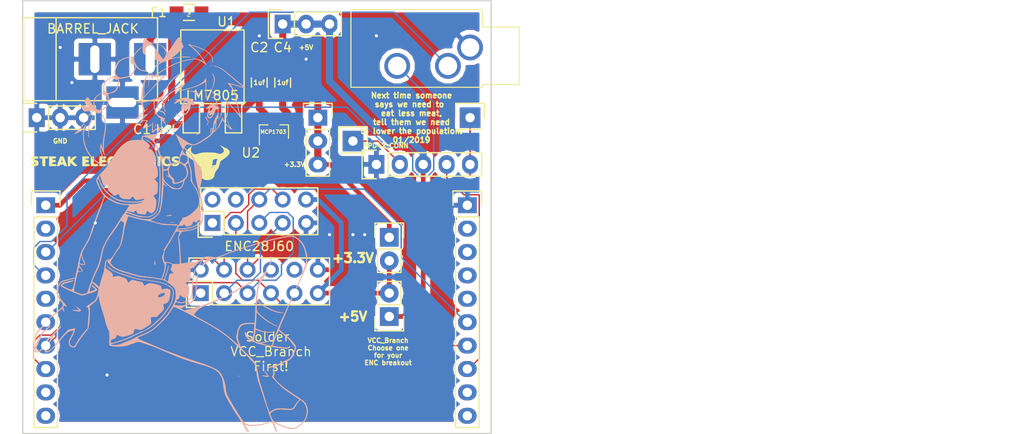
<source format=kicad_pcb>
(kicad_pcb (version 20171130) (host pcbnew 5.0.0-rc2)

  (general
    (thickness 1.6)
    (drawings 13)
    (tracks 169)
    (zones 0)
    (modules 22)
    (nets 32)
  )

  (page A4)
  (layers
    (0 F.Cu signal)
    (31 B.Cu signal)
    (32 B.Adhes user)
    (33 F.Adhes user)
    (34 B.Paste user)
    (35 F.Paste user)
    (36 B.SilkS user)
    (37 F.SilkS user)
    (38 B.Mask user)
    (39 F.Mask user)
    (40 Dwgs.User user)
    (41 Cmts.User user)
    (42 Eco1.User user)
    (43 Eco2.User user)
    (44 Edge.Cuts user)
    (45 Margin user)
    (46 B.CrtYd user)
    (47 F.CrtYd user)
    (48 B.Fab user)
    (49 F.Fab user)
  )

  (setup
    (last_trace_width 0.25)
    (user_trace_width 0.1524)
    (user_trace_width 0.254)
    (user_trace_width 0.3302)
    (user_trace_width 0.508)
    (user_trace_width 0.762)
    (user_trace_width 1.27)
    (trace_clearance 0.2)
    (zone_clearance 0.508)
    (zone_45_only no)
    (trace_min 0.1524)
    (segment_width 0.2)
    (edge_width 0.15)
    (via_size 0.8)
    (via_drill 0.4)
    (via_min_size 0.6858)
    (via_min_drill 0.3302)
    (user_via 0.6858 0.3302)
    (uvia_size 0.3)
    (uvia_drill 0.1)
    (uvias_allowed no)
    (uvia_min_size 0.2)
    (uvia_min_drill 0.1)
    (pcb_text_width 0.3)
    (pcb_text_size 1.5 1.5)
    (mod_edge_width 0.15)
    (mod_text_size 1 1)
    (mod_text_width 0.15)
    (pad_size 2.8 2.8)
    (pad_drill 2)
    (pad_to_mask_clearance 0.2)
    (aux_axis_origin 0 0)
    (visible_elements 7FFFFFFF)
    (pcbplotparams
      (layerselection 0x010fc_ffffffff)
      (usegerberextensions true)
      (usegerberattributes false)
      (usegerberadvancedattributes false)
      (creategerberjobfile false)
      (excludeedgelayer true)
      (linewidth 0.100000)
      (plotframeref false)
      (viasonmask false)
      (mode 1)
      (useauxorigin false)
      (hpglpennumber 1)
      (hpglpenspeed 20)
      (hpglpendiameter 15)
      (psnegative false)
      (psa4output false)
      (plotreference true)
      (plotvalue true)
      (plotinvisibletext false)
      (padsonsilk false)
      (subtractmaskfromsilk false)
      (outputformat 1)
      (mirror false)
      (drillshape 0)
      (scaleselection 1)
      (outputdirectory gerber_rev2.1/))
  )

  (net 0 "")
  (net 1 "Net-(C1-Pad1)")
  (net 2 GND)
  (net 3 +5V)
  (net 4 +3V3)
  (net 5 /XIN)
  (net 6 /XOUT)
  (net 7 /TEST)
  (net 8 /RST)
  (net 9 /P2.5)
  (net 10 /P2.4)
  (net 11 /P2.3)
  (net 12 /P2.2)
  (net 13 /P2.1)
  (net 14 /P1.5)
  (net 15 /P1.4)
  (net 16 /P1.3)
  (net 17 /P1.2)
  (net 18 /P1.1)
  (net 19 /P1.0)
  (net 20 "Net-(CON1-Pad1)")
  (net 21 /MOSIENC)
  (net 22 /MISOENC)
  (net 23 /CSENC)
  (net 24 "Net-(P3-Pad1)")
  (net 25 "Net-(P4-Pad1)")
  (net 26 /enc1/VCC_Branch)
  (net 27 /enc1/INT)
  (net 28 /enc1/CLKOUT)
  (net 29 /enc1/WOL)
  (net 30 /enc1/RSTENC)
  (net 31 /enc1/Q3)

  (net_class Default "This is the default net class."
    (clearance 0.2)
    (trace_width 0.25)
    (via_dia 0.8)
    (via_drill 0.4)
    (uvia_dia 0.3)
    (uvia_drill 0.1)
    (add_net +3V3)
    (add_net +5V)
    (add_net /CSENC)
    (add_net /MISOENC)
    (add_net /MOSIENC)
    (add_net /P1.0)
    (add_net /P1.1)
    (add_net /P1.2)
    (add_net /P1.3)
    (add_net /P1.4)
    (add_net /P1.5)
    (add_net /P2.1)
    (add_net /P2.2)
    (add_net /P2.3)
    (add_net /P2.4)
    (add_net /P2.5)
    (add_net /RST)
    (add_net /TEST)
    (add_net /XIN)
    (add_net /XOUT)
    (add_net /enc1/CLKOUT)
    (add_net /enc1/INT)
    (add_net /enc1/Q3)
    (add_net /enc1/RSTENC)
    (add_net /enc1/VCC_Branch)
    (add_net /enc1/WOL)
    (add_net GND)
    (add_net "Net-(C1-Pad1)")
    (add_net "Net-(CON1-Pad1)")
    (add_net "Net-(P3-Pad1)")
    (add_net "Net-(P4-Pad1)")
  )

  (module Pin_Headers:Pin_Header_Straight_1x10 (layer F.Cu) (tedit 5C08B83C) (tstamp 5C34E415)
    (at 114.001774 84.436646)
    (descr "Through hole pin header")
    (tags "pin header")
    (path /5C08A5F5)
    (fp_text reference P2 (at 0 -5.1) (layer F.SilkS) hide
      (effects (font (size 1 1) (thickness 0.15)))
    )
    (fp_text value CONN_01X10 (at 0 -3.1) (layer F.Fab)
      (effects (font (size 1 1) (thickness 0.15)))
    )
    (fp_line (start -1.75 -1.75) (end -1.75 24.65) (layer F.CrtYd) (width 0.05))
    (fp_line (start 1.75 -1.75) (end 1.75 24.65) (layer F.CrtYd) (width 0.05))
    (fp_line (start -1.75 -1.75) (end 1.75 -1.75) (layer F.CrtYd) (width 0.05))
    (fp_line (start -1.75 24.65) (end 1.75 24.65) (layer F.CrtYd) (width 0.05))
    (fp_line (start 1.27 1.27) (end 1.27 24.13) (layer F.SilkS) (width 0.15))
    (fp_line (start 1.27 24.13) (end -1.27 24.13) (layer F.SilkS) (width 0.15))
    (fp_line (start -1.27 24.13) (end -1.27 1.27) (layer F.SilkS) (width 0.15))
    (fp_line (start 1.55 -1.55) (end 1.55 0) (layer F.SilkS) (width 0.15))
    (fp_line (start 1.27 1.27) (end -1.27 1.27) (layer F.SilkS) (width 0.15))
    (fp_line (start -1.55 0) (end -1.55 -1.55) (layer F.SilkS) (width 0.15))
    (fp_line (start -1.55 -1.55) (end 1.55 -1.55) (layer F.SilkS) (width 0.15))
    (pad 1 thru_hole rect (at 0 0) (size 2.032 1.7272) (drill 1.016) (layers *.Cu *.Mask)
      (net 4 +3V3))
    (pad 2 thru_hole oval (at 0 2.54) (size 2.032 1.7272) (drill 1.016) (layers *.Cu *.Mask)
      (net 19 /P1.0))
    (pad 3 thru_hole oval (at 0 5.08) (size 2.032 1.7272) (drill 1.016) (layers *.Cu *.Mask)
      (net 18 /P1.1))
    (pad 4 thru_hole oval (at 0 7.62) (size 2.032 1.7272) (drill 1.016) (layers *.Cu *.Mask)
      (net 17 /P1.2))
    (pad 5 thru_hole oval (at 0 10.16) (size 2.032 1.7272) (drill 1.016) (layers *.Cu *.Mask)
      (net 16 /P1.3))
    (pad 6 thru_hole oval (at 0 12.7) (size 2.032 1.7272) (drill 1.016) (layers *.Cu *.Mask)
      (net 15 /P1.4))
    (pad 7 thru_hole oval (at 0 15.24) (size 2.032 1.7272) (drill 1.016) (layers *.Cu *.Mask)
      (net 14 /P1.5))
    (pad 8 thru_hole oval (at 0 17.78) (size 2.032 1.7272) (drill 1.016) (layers *.Cu *.Mask)
      (net 23 /CSENC))
    (pad 9 thru_hole oval (at 0 20.32) (size 2.032 1.7272) (drill 1.016) (layers *.Cu *.Mask)
      (net 13 /P2.1))
    (pad 10 thru_hole oval (at 0 22.86) (size 2.032 1.7272) (drill 1.016) (layers *.Cu *.Mask)
      (net 12 /P2.2))
    (model Pin_Headers.3dshapes/Pin_Header_Straight_1x10.wrl
      (offset (xyz 0 -11.42999982833862 0))
      (scale (xyz 1 1 1))
      (rotate (xyz 0 0 90))
    )
  )

  (module Capacitors_SMD:C_0805_HandSoldering (layer F.Cu) (tedit 5C08B7BB) (tstamp 5C0EF7E7)
    (at 127 76.2 270)
    (descr "Capacitor SMD 0805, hand soldering")
    (tags "capacitor 0805")
    (path /5C08B515)
    (attr smd)
    (fp_text reference C1 (at 0 2.54) (layer F.SilkS)
      (effects (font (size 1 1) (thickness 0.15)))
    )
    (fp_text value 1uf (at 0 0) (layer F.SilkS)
      (effects (font (size 0.5 0.5) (thickness 0.125)))
    )
    (fp_line (start -1 0.625) (end -1 -0.625) (layer F.Fab) (width 0.15))
    (fp_line (start 1 0.625) (end -1 0.625) (layer F.Fab) (width 0.15))
    (fp_line (start 1 -0.625) (end 1 0.625) (layer F.Fab) (width 0.15))
    (fp_line (start -1 -0.625) (end 1 -0.625) (layer F.Fab) (width 0.15))
    (fp_line (start -2.3 -1) (end 2.3 -1) (layer F.CrtYd) (width 0.05))
    (fp_line (start -2.3 1) (end 2.3 1) (layer F.CrtYd) (width 0.05))
    (fp_line (start -2.3 -1) (end -2.3 1) (layer F.CrtYd) (width 0.05))
    (fp_line (start 2.3 -1) (end 2.3 1) (layer F.CrtYd) (width 0.05))
    (fp_line (start 0.5 -0.85) (end -0.5 -0.85) (layer F.SilkS) (width 0.15))
    (fp_line (start -0.5 0.85) (end 0.5 0.85) (layer F.SilkS) (width 0.15))
    (pad 1 smd rect (at -1.25 0 270) (size 1.5 1.25) (layers F.Cu F.Paste F.Mask)
      (net 1 "Net-(C1-Pad1)"))
    (pad 2 smd rect (at 1.25 0 270) (size 1.5 1.25) (layers F.Cu F.Paste F.Mask)
      (net 2 GND))
    (model Capacitors_SMD.3dshapes/C_0805_HandSoldering.wrl
      (at (xyz 0 0 0))
      (scale (xyz 1 1 1))
      (rotate (xyz 0 0 0))
    )
  )

  (module Capacitors_SMD:C_0805_HandSoldering (layer F.Cu) (tedit 5C08B7D7) (tstamp 5C0EF7F7)
    (at 137.16 71.12 90)
    (descr "Capacitor SMD 0805, hand soldering")
    (tags "capacitor 0805")
    (path /5C08B57D)
    (attr smd)
    (fp_text reference C2 (at 3.81 0 180) (layer F.SilkS)
      (effects (font (size 1 1) (thickness 0.15)))
    )
    (fp_text value 1uf (at 0 0 180) (layer F.SilkS)
      (effects (font (size 0.5 0.5) (thickness 0.125)))
    )
    (fp_line (start -0.5 0.85) (end 0.5 0.85) (layer F.SilkS) (width 0.15))
    (fp_line (start 0.5 -0.85) (end -0.5 -0.85) (layer F.SilkS) (width 0.15))
    (fp_line (start 2.3 -1) (end 2.3 1) (layer F.CrtYd) (width 0.05))
    (fp_line (start -2.3 -1) (end -2.3 1) (layer F.CrtYd) (width 0.05))
    (fp_line (start -2.3 1) (end 2.3 1) (layer F.CrtYd) (width 0.05))
    (fp_line (start -2.3 -1) (end 2.3 -1) (layer F.CrtYd) (width 0.05))
    (fp_line (start -1 -0.625) (end 1 -0.625) (layer F.Fab) (width 0.15))
    (fp_line (start 1 -0.625) (end 1 0.625) (layer F.Fab) (width 0.15))
    (fp_line (start 1 0.625) (end -1 0.625) (layer F.Fab) (width 0.15))
    (fp_line (start -1 0.625) (end -1 -0.625) (layer F.Fab) (width 0.15))
    (pad 2 smd rect (at 1.25 0 90) (size 1.5 1.25) (layers F.Cu F.Paste F.Mask)
      (net 2 GND))
    (pad 1 smd rect (at -1.25 0 90) (size 1.5 1.25) (layers F.Cu F.Paste F.Mask)
      (net 3 +5V))
    (model Capacitors_SMD.3dshapes/C_0805_HandSoldering.wrl
      (at (xyz 0 0 0))
      (scale (xyz 1 1 1))
      (rotate (xyz 0 0 0))
    )
  )

  (module Connectors:BARREL_JACK (layer F.Cu) (tedit 5C31A7C0) (tstamp 5C0EF823)
    (at 119.126 68.58)
    (descr "DC Barrel Jack")
    (tags "Power Jack")
    (path /5C08AC7C)
    (fp_text reference CON1 (at 10.09904 0 90) (layer F.SilkS) hide
      (effects (font (size 1 1) (thickness 0.15)))
    )
    (fp_text value BARREL_JACK (at 0 -3.302) (layer F.SilkS)
      (effects (font (size 1 1) (thickness 0.15)))
    )
    (fp_line (start -4.0005 -4.50088) (end -4.0005 4.50088) (layer F.SilkS) (width 0.15))
    (fp_line (start -7.50062 -4.50088) (end -7.50062 4.50088) (layer F.SilkS) (width 0.15))
    (fp_line (start -7.50062 4.50088) (end 7.00024 4.50088) (layer F.SilkS) (width 0.15))
    (fp_line (start 7.00024 4.50088) (end 7.00024 -4.50088) (layer F.SilkS) (width 0.15))
    (fp_line (start 7.00024 -4.50088) (end -7.50062 -4.50088) (layer F.SilkS) (width 0.15))
    (pad 1 thru_hole rect (at 6.20014 0) (size 3.50012 3.50012) (drill oval 1.00076 2.99974) (layers *.Cu *.Mask)
      (net 20 "Net-(CON1-Pad1)"))
    (pad 2 thru_hole rect (at 0.20066 0) (size 3.50012 3.50012) (drill oval 1.00076 2.99974) (layers *.Cu *.Mask)
      (net 2 GND))
    (pad 3 thru_hole rect (at 3.2004 4.699) (size 3.50012 3.50012) (drill oval 2.99974 1.00076) (layers *.Cu *.Mask)
      (net 2 GND))
  )

  (module Connector_Audio:Jack_3.5mm_CUI_SJ1-3533NG_Horizontal_CircularHoles (layer F.Cu) (tedit 5C31B528) (tstamp 5C0EF83F)
    (at 160.02 67.31 270)
    (descr "TRS 3.5mm, horizontal, through-hole, , circular holeshttps://www.cui.com/product/resource/sj1-353xng.pdf")
    (tags "TRS audio jack stereo horizontal circular")
    (path /5C0925EC)
    (fp_text reference J1 (at 0.1 -6.45 270) (layer F.SilkS) hide
      (effects (font (size 1 1) (thickness 0.15)))
    )
    (fp_text value JACK_2P (at 0.1 14.05 270) (layer F.Fab)
      (effects (font (size 1 1) (thickness 0.15)))
    )
    (fp_line (start -2.1 -5.2) (end 3.9 -5.2) (layer F.Fab) (width 0.1))
    (fp_line (start 3.9 -5.2) (end 3.9 -1.2) (layer F.Fab) (width 0.1))
    (fp_line (start 3.9 -1.2) (end 4.2 -1.2) (layer F.Fab) (width 0.1))
    (fp_line (start 4.2 -1.2) (end 4.2 12.8) (layer F.Fab) (width 0.1))
    (fp_line (start 4.2 12.8) (end -4 12.8) (layer F.Fab) (width 0.1))
    (fp_line (start -4 12.8) (end -4 -1.2) (layer F.Fab) (width 0.1))
    (fp_line (start -4 -1.2) (end -2.1 -1.2) (layer F.Fab) (width 0.1))
    (fp_line (start -2.1 -1.2) (end -2.1 -5.2) (layer F.Fab) (width 0.1))
    (fp_line (start -2.22 -5.32) (end 4.02 -5.32) (layer F.SilkS) (width 0.12))
    (fp_line (start 4.02 -5.32) (end 4.02 -1.32) (layer F.SilkS) (width 0.12))
    (fp_line (start 4.02 -1.32) (end 4.32 -1.32) (layer F.SilkS) (width 0.12))
    (fp_line (start 4.32 -1.32) (end 4.32 12.92) (layer F.SilkS) (width 0.12))
    (fp_line (start 4.32 12.92) (end -4.12 12.92) (layer F.SilkS) (width 0.12))
    (fp_line (start -4.12 12.92) (end -4.12 -1.32) (layer F.SilkS) (width 0.12))
    (fp_line (start -4.12 -1.32) (end -2.22 -1.32) (layer F.SilkS) (width 0.12))
    (fp_line (start -2.22 -1.32) (end -2.22 -5.32) (layer F.SilkS) (width 0.12))
    (fp_line (start -4.5 -5.7) (end -4.5 13.3) (layer F.CrtYd) (width 0.05))
    (fp_line (start -4.5 13.3) (end 4.7 13.3) (layer F.CrtYd) (width 0.05))
    (fp_line (start 4.7 13.3) (end 4.7 -5.7) (layer F.CrtYd) (width 0.05))
    (fp_line (start 4.7 -5.7) (end -4.5 -5.7) (layer F.CrtYd) (width 0.05))
    (fp_text user %R (at 0.1 3.8 270) (layer F.Fab)
      (effects (font (size 1 1) (thickness 0.15)))
    )
    (pad S thru_hole circle (at 0 0 270) (size 2.8 2.8) (drill 2) (layers *.Cu *.Mask)
      (net 2 GND))
    (pad T thru_hole circle (at 2 2.4 270) (size 2.8 2.8) (drill 2) (layers *.Cu *.Mask)
      (net 17 /P1.2))
    (pad R thru_hole circle (at 2 7.9 270) (size 2.8 2.8) (drill 2) (layers *.Cu *.Mask)
      (net 18 /P1.1))
    (model ${KISYS3DMOD}/Connector_Audio.3dshapes/Jack_3.5mm_CUI_SJ1-3533NG_Horizontal.wrl
      (at (xyz 0 0 0))
      (scale (xyz 1 1 1))
      (rotate (xyz 0 0 0))
    )
  )

  (module Pin_Headers:Pin_Header_Straight_1x10 (layer F.Cu) (tedit 5C08B837) (tstamp 5C0EF858)
    (at 159.721774 84.436646)
    (descr "Through hole pin header")
    (tags "pin header")
    (path /5C08A58D)
    (fp_text reference P1 (at 0 -5.1) (layer F.SilkS) hide
      (effects (font (size 1 1) (thickness 0.15)))
    )
    (fp_text value CONN_01X10 (at 0 -3.1) (layer F.Fab)
      (effects (font (size 1 1) (thickness 0.15)))
    )
    (fp_line (start -1.75 -1.75) (end -1.75 24.65) (layer F.CrtYd) (width 0.05))
    (fp_line (start 1.75 -1.75) (end 1.75 24.65) (layer F.CrtYd) (width 0.05))
    (fp_line (start -1.75 -1.75) (end 1.75 -1.75) (layer F.CrtYd) (width 0.05))
    (fp_line (start -1.75 24.65) (end 1.75 24.65) (layer F.CrtYd) (width 0.05))
    (fp_line (start 1.27 1.27) (end 1.27 24.13) (layer F.SilkS) (width 0.15))
    (fp_line (start 1.27 24.13) (end -1.27 24.13) (layer F.SilkS) (width 0.15))
    (fp_line (start -1.27 24.13) (end -1.27 1.27) (layer F.SilkS) (width 0.15))
    (fp_line (start 1.55 -1.55) (end 1.55 0) (layer F.SilkS) (width 0.15))
    (fp_line (start 1.27 1.27) (end -1.27 1.27) (layer F.SilkS) (width 0.15))
    (fp_line (start -1.55 0) (end -1.55 -1.55) (layer F.SilkS) (width 0.15))
    (fp_line (start -1.55 -1.55) (end 1.55 -1.55) (layer F.SilkS) (width 0.15))
    (pad 1 thru_hole rect (at 0 0) (size 2.032 1.7272) (drill 1.016) (layers *.Cu *.Mask)
      (net 2 GND))
    (pad 2 thru_hole oval (at 0 2.54) (size 2.032 1.7272) (drill 1.016) (layers *.Cu *.Mask)
      (net 5 /XIN))
    (pad 3 thru_hole oval (at 0 5.08) (size 2.032 1.7272) (drill 1.016) (layers *.Cu *.Mask)
      (net 6 /XOUT))
    (pad 4 thru_hole oval (at 0 7.62) (size 2.032 1.7272) (drill 1.016) (layers *.Cu *.Mask)
      (net 7 /TEST))
    (pad 5 thru_hole oval (at 0 10.16) (size 2.032 1.7272) (drill 1.016) (layers *.Cu *.Mask)
      (net 8 /RST))
    (pad 6 thru_hole oval (at 0 12.7) (size 2.032 1.7272) (drill 1.016) (layers *.Cu *.Mask)
      (net 21 /MOSIENC))
    (pad 7 thru_hole oval (at 0 15.24) (size 2.032 1.7272) (drill 1.016) (layers *.Cu *.Mask)
      (net 22 /MISOENC))
    (pad 8 thru_hole oval (at 0 17.78) (size 2.032 1.7272) (drill 1.016) (layers *.Cu *.Mask)
      (net 9 /P2.5))
    (pad 9 thru_hole oval (at 0 20.32) (size 2.032 1.7272) (drill 1.016) (layers *.Cu *.Mask)
      (net 10 /P2.4))
    (pad 10 thru_hole oval (at 0 22.86) (size 2.032 1.7272) (drill 1.016) (layers *.Cu *.Mask)
      (net 11 /P2.3))
    (model Pin_Headers.3dshapes/Pin_Header_Straight_1x10.wrl
      (offset (xyz 0 -11.42999982833862 0))
      (scale (xyz 1 1 1))
      (rotate (xyz 0 0 90))
    )
  )

  (module TO_SOT_Packages_SMD:TO-252-2Lead (layer F.Cu) (tedit 5C31A858) (tstamp 5C0EFAB4)
    (at 132.08 74.93)
    (descr "DPAK / TO-252 2-lead smd package")
    (tags "dpak TO-252")
    (path /5C08B030)
    (attr smd)
    (fp_text reference U1 (at 1.524 -10.414) (layer F.SilkS)
      (effects (font (size 1 1) (thickness 0.15)))
    )
    (fp_text value LM7805 (at 0 -2.413) (layer F.SilkS)
      (effects (font (size 1 1) (thickness 0.15)))
    )
    (fp_line (start 1.397 -1.524) (end 1.397 1.651) (layer F.SilkS) (width 0.15))
    (fp_line (start 1.397 1.651) (end 3.175 1.651) (layer F.SilkS) (width 0.15))
    (fp_line (start 3.175 1.651) (end 3.175 -1.524) (layer F.SilkS) (width 0.15))
    (fp_line (start -3.175 -1.524) (end -3.175 1.651) (layer F.SilkS) (width 0.15))
    (fp_line (start -3.175 1.651) (end -1.397 1.651) (layer F.SilkS) (width 0.15))
    (fp_line (start -1.397 1.651) (end -1.397 -1.524) (layer F.SilkS) (width 0.15))
    (fp_line (start 3.429 -7.62) (end 3.429 -1.524) (layer F.SilkS) (width 0.15))
    (fp_line (start 3.429 -1.524) (end -3.429 -1.524) (layer F.SilkS) (width 0.15))
    (fp_line (start -3.429 -1.524) (end -3.429 -9.398) (layer F.SilkS) (width 0.15))
    (fp_line (start -3.429 -9.525) (end 3.429 -9.525) (layer F.SilkS) (width 0.15))
    (fp_line (start 3.429 -9.398) (end 3.429 -7.62) (layer F.SilkS) (width 0.15))
    (pad 1 smd rect (at -2.286 0) (size 1.651 3.048) (layers F.Cu F.Paste F.Mask)
      (net 1 "Net-(C1-Pad1)"))
    (pad 2 smd rect (at 0 -6.35) (size 6.096 6.096) (layers F.Cu F.Paste F.Mask)
      (net 2 GND))
    (pad 3 smd rect (at 2.286 0) (size 1.651 3.048) (layers F.Cu F.Paste F.Mask)
      (net 3 +5V))
    (model TO_SOT_Packages_SMD.3dshapes/TO-252-2Lead.wrl
      (at (xyz 0 0 0))
      (scale (xyz 1 1 1))
      (rotate (xyz 0 0 0))
    )
  )

  (module SteakElectronics:steakelectronics (layer F.Cu) (tedit 0) (tstamp 5C0FAEEB)
    (at 123.19 80.01)
    (fp_text reference G*** (at 0 0) (layer F.SilkS) hide
      (effects (font (size 1.524 1.524) (thickness 0.3)))
    )
    (fp_text value LOGO (at 0.75 0) (layer F.SilkS) hide
      (effects (font (size 1.524 1.524) (thickness 0.3)))
    )
    (fp_poly (pts (xy 5.101457 -0.864935) (xy 5.215637 -0.827851) (xy 5.258911 -0.760943) (xy 5.256052 -0.710284)
      (xy 5.209764 -0.644504) (xy 5.147599 -0.643317) (xy 4.963596 -0.667675) (xy 4.832097 -0.652339)
      (xy 4.768689 -0.59943) (xy 4.766549 -0.591451) (xy 4.782414 -0.531199) (xy 4.870041 -0.492189)
      (xy 4.915886 -0.482326) (xy 5.113334 -0.416308) (xy 5.244151 -0.312602) (xy 5.301787 -0.18408)
      (xy 5.279694 -0.043619) (xy 5.197554 0.071372) (xy 5.051291 0.156541) (xy 4.840636 0.181897)
      (xy 4.583546 0.152136) (xy 4.505528 0.112784) (xy 4.480069 0.018767) (xy 4.479636 -0.003831)
      (xy 4.479636 -0.139785) (xy 4.652282 -0.067649) (xy 4.804479 -0.024271) (xy 4.93084 -0.024026)
      (xy 5.010295 -0.063581) (xy 5.025097 -0.126633) (xy 4.968647 -0.191463) (xy 4.838354 -0.239419)
      (xy 4.828071 -0.241634) (xy 4.629836 -0.311664) (xy 4.514018 -0.422598) (xy 4.479636 -0.561339)
      (xy 4.517011 -0.719776) (xy 4.62863 -0.823749) (xy 4.813731 -0.872696) (xy 4.906818 -0.876747)
      (xy 5.101457 -0.864935)) (layer F.SilkS) (width 0.01))
    (fp_poly (pts (xy 4.109286 -0.869729) (xy 4.225069 -0.841731) (xy 4.281533 -0.786228) (xy 4.294909 -0.707765)
      (xy 4.282919 -0.627479) (xy 4.229315 -0.618611) (xy 4.191 -0.630404) (xy 3.991686 -0.667801)
      (xy 3.836501 -0.631103) (xy 3.734507 -0.525593) (xy 3.694764 -0.356556) (xy 3.694546 -0.340835)
      (xy 3.729977 -0.186171) (xy 3.821603 -0.072865) (xy 3.947424 -0.016831) (xy 4.08544 -0.033986)
      (xy 4.105401 -0.043623) (xy 4.220017 -0.088188) (xy 4.279707 -0.063961) (xy 4.294909 0.017705)
      (xy 4.260436 0.118285) (xy 4.191 0.15562) (xy 3.999643 0.181872) (xy 3.801148 0.170245)
      (xy 3.648364 0.125955) (xy 3.553784 0.047651) (xy 3.464361 -0.074324) (xy 3.447328 -0.106281)
      (xy 3.387399 -0.323202) (xy 3.417284 -0.53352) (xy 3.534691 -0.72373) (xy 3.555844 -0.745857)
      (xy 3.657722 -0.829823) (xy 3.768209 -0.868535) (xy 3.918125 -0.877454) (xy 4.109286 -0.869729)) (layer F.SilkS) (width 0.01))
    (fp_poly (pts (xy 3.232727 0.184728) (xy 3.101879 0.184728) (xy 3.00063 0.178715) (xy 2.951788 0.165671)
      (xy 2.945279 0.114609) (xy 2.942347 -0.009273) (xy 2.943167 -0.186494) (xy 2.946972 -0.36542)
      (xy 2.961398 -0.877454) (xy 3.232727 -0.877454) (xy 3.232727 0.184728)) (layer F.SilkS) (width 0.01))
    (fp_poly (pts (xy 2.032472 -0.870707) (xy 2.094257 -0.838816) (xy 2.154678 -0.764305) (xy 2.231393 -0.629702)
      (xy 2.263396 -0.56892) (xy 2.424546 -0.260386) (xy 2.438201 -0.56892) (xy 2.447019 -0.73287)
      (xy 2.461861 -0.825145) (xy 2.492749 -0.866346) (xy 2.549705 -0.877077) (xy 2.588292 -0.877454)
      (xy 2.724727 -0.877454) (xy 2.724727 0.190303) (xy 2.558939 0.17597) (xy 2.471376 0.162146)
      (xy 2.405217 0.126707) (xy 2.342316 0.051643) (xy 2.264525 -0.081053) (xy 2.22412 -0.156283)
      (xy 2.055091 -0.474202) (xy 2.041522 -0.144737) (xy 2.032597 0.026239) (xy 2.018322 0.124773)
      (xy 1.991028 0.170757) (xy 1.943049 0.184084) (xy 1.914522 0.184728) (xy 1.801091 0.184728)
      (xy 1.801091 -0.877454) (xy 1.951669 -0.877454) (xy 2.032472 -0.870707)) (layer F.SilkS) (width 0.01))
    (fp_poly (pts (xy 1.228439 -0.870248) (xy 1.336705 -0.841182) (xy 1.424238 -0.779085) (xy 1.447308 -0.756824)
      (xy 1.556627 -0.592947) (xy 1.604676 -0.399511) (xy 1.593131 -0.202269) (xy 1.523669 -0.026974)
      (xy 1.397965 0.100618) (xy 1.391247 0.104687) (xy 1.220062 0.16453) (xy 1.014208 0.179192)
      (xy 0.82097 0.146085) (xy 0.796928 0.137215) (xy 0.662851 0.037998) (xy 0.566907 -0.119199)
      (xy 0.519172 -0.304358) (xy 0.52288 -0.368712) (xy 0.827656 -0.368712) (xy 0.850907 -0.202449)
      (xy 0.880523 -0.132812) (xy 0.963315 -0.060814) (xy 1.078985 -0.049755) (xy 1.195594 -0.094775)
      (xy 1.281203 -0.191011) (xy 1.282668 -0.194026) (xy 1.319006 -0.362208) (xy 1.276249 -0.519616)
      (xy 1.171964 -0.631417) (xy 1.084258 -0.677168) (xy 1.011563 -0.666199) (xy 0.946727 -0.627701)
      (xy 0.861053 -0.521354) (xy 0.827656 -0.368712) (xy 0.52288 -0.368712) (xy 0.529723 -0.487462)
      (xy 0.559953 -0.568763) (xy 0.668305 -0.738832) (xy 0.792916 -0.834711) (xy 0.962157 -0.873777)
      (xy 1.063934 -0.877454) (xy 1.228439 -0.870248)) (layer F.SilkS) (width 0.01))
    (fp_poly (pts (xy 0.031644 -0.874091) (xy 0.14009 -0.858698) (xy 0.210616 -0.823318) (xy 0.270402 -0.759995)
      (xy 0.273739 -0.755772) (xy 0.339817 -0.65596) (xy 0.369347 -0.580104) (xy 0.369455 -0.577272)
      (xy 0.342826 -0.504196) (xy 0.27828 -0.404609) (xy 0.273739 -0.398773) (xy 0.221559 -0.318175)
      (xy 0.217589 -0.27808) (xy 0.222471 -0.27709) (xy 0.260653 -0.239856) (xy 0.319966 -0.148072)
      (xy 0.38409 -0.031621) (xy 0.436705 0.079617) (xy 0.461489 0.155761) (xy 0.461818 0.161133)
      (xy 0.421264 0.176959) (xy 0.322006 0.1846) (xy 0.305785 0.184728) (xy 0.188938 0.169429)
      (xy 0.121016 0.105473) (xy 0.090734 0.042249) (xy 0.011857 -0.105024) (xy -0.075958 -0.202832)
      (xy -0.141844 -0.230909) (xy -0.16742 -0.189625) (xy -0.182761 -0.085176) (xy -0.184727 -0.02309)
      (xy -0.188743 0.1047) (xy -0.211932 0.165226) (xy -0.271005 0.183553) (xy -0.323273 0.184728)
      (xy -0.461818 0.184728) (xy -0.461818 -0.53109) (xy -0.184727 -0.53109) (xy -0.157176 -0.438368)
      (xy -0.089422 -0.419488) (xy -0.003818 -0.480336) (xy -0.001679 -0.482886) (xy 0.03082 -0.569617)
      (xy -0.016469 -0.630714) (xy -0.095089 -0.646545) (xy -0.165795 -0.618009) (xy -0.184727 -0.53109)
      (xy -0.461818 -0.53109) (xy -0.461818 -0.877454) (xy -0.141897 -0.877454) (xy 0.031644 -0.874091)) (layer F.SilkS) (width 0.01))
    (fp_poly (pts (xy -1.073727 -0.867471) (xy -0.854203 -0.860467) (xy -0.710931 -0.851062) (xy -0.627807 -0.835835)
      (xy -0.588726 -0.811364) (xy -0.577581 -0.774228) (xy -0.577273 -0.762) (xy -0.597147 -0.697502)
      (xy -0.672228 -0.66507) (xy -0.750454 -0.655303) (xy -0.923636 -0.640969) (xy -0.923636 0.184728)
      (xy -1.200727 0.184728) (xy -1.200727 -0.646545) (xy -1.385454 -0.646545) (xy -1.504409 -0.652778)
      (xy -1.557284 -0.682464) (xy -1.5701 -0.752088) (xy -1.570182 -0.763562) (xy -1.570182 -0.880579)
      (xy -1.073727 -0.867471)) (layer F.SilkS) (width 0.01))
    (fp_poly (pts (xy -1.921044 -0.867929) (xy -1.765643 -0.85799) (xy -1.679789 -0.839713) (xy -1.640712 -0.801829)
      (xy -1.625641 -0.733065) (xy -1.624228 -0.72101) (xy -1.622816 -0.629584) (xy -1.656418 -0.608628)
      (xy -1.686246 -0.617298) (xy -1.847903 -0.669514) (xy -1.959734 -0.673295) (xy -2.052226 -0.62582)
      (xy -2.104109 -0.578634) (xy -2.187273 -0.474735) (xy -2.207266 -0.372757) (xy -2.198658 -0.308666)
      (xy -2.133075 -0.137993) (xy -2.0178 -0.045006) (xy -1.853751 -0.030129) (xy -1.689927 -0.074016)
      (xy -1.634013 -0.072574) (xy -1.616474 0.002056) (xy -1.616364 0.013209) (xy -1.642506 0.111574)
      (xy -1.689413 0.156696) (xy -1.843821 0.183462) (xy -2.031054 0.173238) (xy -2.201117 0.129918)
      (xy -2.235445 0.114188) (xy -2.376757 0.01893) (xy -2.456555 -0.100167) (xy -2.489223 -0.269791)
      (xy -2.492349 -0.362471) (xy -2.486323 -0.517355) (xy -2.456117 -0.619485) (xy -2.387011 -0.707985)
      (xy -2.348225 -0.745492) (xy -2.257227 -0.821728) (xy -2.171457 -0.860526) (xy -2.056129 -0.871855)
      (xy -1.921044 -0.867929)) (layer F.SilkS) (width 0.01))
    (fp_poly (pts (xy -2.818584 -0.876224) (xy -2.708867 -0.868607) (xy -2.653822 -0.848714) (xy -2.634605 -0.810657)
      (xy -2.632364 -0.762) (xy -2.63985 -0.693478) (xy -2.678057 -0.659295) (xy -2.770603 -0.647639)
      (xy -2.863273 -0.646545) (xy -3.003716 -0.640779) (xy -3.073535 -0.618491) (xy -3.094025 -0.572197)
      (xy -3.094182 -0.565394) (xy -3.079299 -0.515801) (xy -3.019544 -0.496454) (xy -2.892252 -0.500309)
      (xy -2.886364 -0.500772) (xy -2.758835 -0.507631) (xy -2.698326 -0.491118) (xy -2.67985 -0.436002)
      (xy -2.678545 -0.374104) (xy -2.684192 -0.286076) (xy -2.717858 -0.244386) (xy -2.804637 -0.231744)
      (xy -2.886364 -0.230909) (xy -3.016233 -0.224865) (xy -3.077645 -0.199771) (xy -3.094102 -0.14518)
      (xy -3.094182 -0.138545) (xy -3.082025 -0.083145) (xy -3.030423 -0.055515) (xy -2.916682 -0.046577)
      (xy -2.863273 -0.046181) (xy -2.72623 -0.042438) (xy -2.657863 -0.023335) (xy -2.634551 0.022939)
      (xy -2.632364 0.069273) (xy -2.636301 0.126534) (xy -2.660675 0.16082) (xy -2.724332 0.178022)
      (xy -2.846116 0.184027) (xy -3.001818 0.184728) (xy -3.371273 0.184728) (xy -3.371273 -0.877454)
      (xy -3.001818 -0.877454) (xy -2.818584 -0.876224)) (layer F.SilkS) (width 0.01))
    (fp_poly (pts (xy -3.971636 -0.046181) (xy -3.740727 -0.046181) (xy -3.603685 -0.042438) (xy -3.535318 -0.023335)
      (xy -3.512006 0.022939) (xy -3.509818 0.069273) (xy -3.513422 0.125182) (xy -3.536426 0.159303)
      (xy -3.597115 0.177015) (xy -3.713778 0.183697) (xy -3.902364 0.184728) (xy -4.294909 0.184728)
      (xy -4.294909 -0.877454) (xy -3.971636 -0.877454) (xy -3.971636 -0.046181)) (layer F.SilkS) (width 0.01))
    (fp_poly (pts (xy -4.665857 -0.876224) (xy -4.55614 -0.868607) (xy -4.501095 -0.848714) (xy -4.481878 -0.810657)
      (xy -4.479636 -0.762) (xy -4.48825 -0.690755) (xy -4.530589 -0.657) (xy -4.631401 -0.646986)
      (xy -4.687454 -0.646545) (xy -4.82443 -0.637479) (xy -4.886823 -0.606654) (xy -4.895273 -0.577272)
      (xy -4.864769 -0.529105) (xy -4.763653 -0.509257) (xy -4.710545 -0.508) (xy -4.592097 -0.502529)
      (xy -4.539441 -0.472881) (xy -4.52611 -0.399204) (xy -4.525818 -0.369454) (xy -4.533113 -0.280618)
      (xy -4.572643 -0.241126) (xy -4.670879 -0.231127) (xy -4.710545 -0.230909) (xy -4.831401 -0.223163)
      (xy -4.884814 -0.191857) (xy -4.895273 -0.138545) (xy -4.883116 -0.083145) (xy -4.831514 -0.055515)
      (xy -4.717773 -0.046577) (xy -4.664364 -0.046181) (xy -4.527321 -0.042438) (xy -4.458954 -0.023335)
      (xy -4.435642 0.022939) (xy -4.433454 0.069273) (xy -4.437059 0.125182) (xy -4.460062 0.159303)
      (xy -4.520752 0.177015) (xy -4.637414 0.183697) (xy -4.826 0.184728) (xy -5.218545 0.184728)
      (xy -5.218545 -0.877454) (xy -4.849091 -0.877454) (xy -4.665857 -0.876224)) (layer F.SilkS) (width 0.01))
    (fp_poly (pts (xy -6.562818 -0.867873) (xy -6.520769 -0.821083) (xy -6.503359 -0.710011) (xy -6.502879 -0.704272)
      (xy -6.488545 -0.53109) (xy -6.327229 -0.704272) (xy -6.209451 -0.814749) (xy -6.104336 -0.866104)
      (xy -5.992411 -0.877454) (xy -5.880898 -0.871312) (xy -5.821771 -0.856083) (xy -5.818909 -0.851365)
      (xy -5.849545 -0.808485) (xy -5.929973 -0.720792) (xy -6.042972 -0.607034) (xy -6.046265 -0.603824)
      (xy -6.273621 -0.382372) (xy -6.023174 -0.135036) (xy -5.903451 -0.012365) (xy -5.814891 0.086826)
      (xy -5.773818 0.144056) (xy -5.772727 0.148514) (xy -5.813519 0.171898) (xy -5.914534 0.184183)
      (xy -5.944161 0.184728) (xy -6.061062 0.170913) (xy -6.166692 0.118523) (xy -6.292261 0.011141)
      (xy -6.313616 -0.009615) (xy -6.511636 -0.203958) (xy -6.511636 -0.009615) (xy -6.516429 0.112781)
      (xy -6.543098 0.168743) (xy -6.610085 0.184135) (xy -6.650182 0.184728) (xy -6.788727 0.184728)
      (xy -6.788727 -0.877454) (xy -6.65297 -0.877454) (xy -6.562818 -0.867873)) (layer F.SilkS) (width 0.01))
    (fp_poly (pts (xy -7.314312 -0.866507) (xy -7.248339 -0.820291) (xy -7.214597 -0.750454) (xy -7.173248 -0.63831)
      (xy -7.114759 -0.478767) (xy -7.06639 -0.346363) (xy -7.005891 -0.181938) (xy -6.952245 -0.038636)
      (xy -6.923214 0.03681) (xy -6.889122 0.133702) (xy -6.90426 0.175072) (xy -6.986869 0.184562)
      (xy -7.037341 0.184728) (xy -7.15589 0.168661) (xy -7.211413 0.111916) (xy -7.217745 0.092364)
      (xy -7.25358 0.031257) (xy -7.335756 0.004401) (xy -7.435273 0) (xy -7.565687 0.009484)
      (xy -7.631302 0.04538) (xy -7.652801 0.092364) (xy -7.697656 0.159958) (xy -7.79994 0.184007)
      (xy -7.833204 0.184728) (xy -7.937961 0.180578) (xy -7.988597 0.170419) (xy -7.989454 0.168744)
      (xy -7.985193 0.151579) (xy -7.969891 0.105763) (xy -7.939771 0.020832) (xy -7.891056 -0.113678)
      (xy -7.819968 -0.308231) (xy -7.812634 -0.328224) (xy -7.520627 -0.328224) (xy -7.507453 -0.254838)
      (xy -7.430332 -0.230909) (xy -7.359963 -0.250181) (xy -7.361059 -0.303959) (xy -7.387589 -0.416868)
      (xy -7.39056 -0.454049) (xy -7.399238 -0.500986) (xy -7.433637 -0.474861) (xy -7.459832 -0.441446)
      (xy -7.520627 -0.328224) (xy -7.812634 -0.328224) (xy -7.72273 -0.57329) (xy -7.65764 -0.750454)
      (xy -7.611142 -0.836227) (xy -7.534787 -0.87174) (xy -7.436358 -0.877454) (xy -7.314312 -0.866507)) (layer F.SilkS) (width 0.01))
    (fp_poly (pts (xy -8.268038 -0.876224) (xy -8.158321 -0.868607) (xy -8.103277 -0.848714) (xy -8.08406 -0.810657)
      (xy -8.081818 -0.762) (xy -8.090432 -0.690755) (xy -8.132771 -0.657) (xy -8.233583 -0.646986)
      (xy -8.289636 -0.646545) (xy -8.428573 -0.636789) (xy -8.49078 -0.60456) (xy -8.497454 -0.579928)
      (xy -8.456912 -0.529435) (xy -8.33203 -0.501755) (xy -8.301182 -0.499109) (xy -8.177009 -0.48385)
      (xy -8.12003 -0.451033) (xy -8.105082 -0.384037) (xy -8.104909 -0.369454) (xy -8.115577 -0.295639)
      (xy -8.164357 -0.258593) (xy -8.276413 -0.241693) (xy -8.301182 -0.239799) (xy -8.428413 -0.222331)
      (xy -8.486129 -0.186474) (xy -8.497454 -0.13589) (xy -8.484471 -0.08195) (xy -8.430546 -0.055058)
      (xy -8.313214 -0.046487) (xy -8.266545 -0.046181) (xy -8.129503 -0.042438) (xy -8.061136 -0.023335)
      (xy -8.037824 0.022939) (xy -8.035636 0.069273) (xy -8.03924 0.125182) (xy -8.062244 0.159303)
      (xy -8.122934 0.177015) (xy -8.239596 0.183697) (xy -8.428182 0.184728) (xy -8.820727 0.184728)
      (xy -8.820727 -0.877454) (xy -8.451273 -0.877454) (xy -8.268038 -0.876224)) (layer F.SilkS) (width 0.01))
    (fp_poly (pts (xy -8.913091 -0.762) (xy -8.925167 -0.683922) (xy -8.979512 -0.651959) (xy -9.074727 -0.646545)
      (xy -9.236364 -0.646545) (xy -9.236364 0.184728) (xy -9.367212 0.184728) (xy -9.47298 0.174837)
      (xy -9.528848 0.15394) (xy -9.543 0.096444) (xy -9.553721 -0.029644) (xy -9.55925 -0.200567)
      (xy -9.559636 -0.261697) (xy -9.559636 -0.646545) (xy -9.721273 -0.646545) (xy -9.830581 -0.655171)
      (xy -9.875329 -0.693988) (xy -9.882909 -0.762) (xy -9.882909 -0.877454) (xy -8.913091 -0.877454)
      (xy -8.913091 -0.762)) (layer F.SilkS) (width 0.01))
    (fp_poly (pts (xy -10.158204 -0.875854) (xy -10.069402 -0.864754) (xy -10.0309 -0.834709) (xy -10.021665 -0.77627)
      (xy -10.021454 -0.7441) (xy -10.027054 -0.663862) (xy -10.060106 -0.625678) (xy -10.144997 -0.61543)
      (xy -10.240818 -0.6171) (xy -10.391114 -0.610761) (xy -10.470402 -0.585976) (xy -10.472315 -0.550055)
      (xy -10.390488 -0.510309) (xy -10.344727 -0.49777) (xy -10.158829 -0.444365) (xy -10.047109 -0.384254)
      (xy -9.991886 -0.301103) (xy -9.975479 -0.178577) (xy -9.975273 -0.156451) (xy -9.989305 -0.009734)
      (xy -10.039912 0.081237) (xy -10.077912 0.112836) (xy -10.193007 0.156154) (xy -10.360897 0.177716)
      (xy -10.544041 0.175024) (xy -10.679545 0.152893) (xy -10.745694 0.091002) (xy -10.760364 -0.002243)
      (xy -10.752816 -0.094134) (xy -10.712668 -0.113601) (xy -10.641903 -0.09122) (xy -10.503375 -0.057053)
      (xy -10.384516 -0.046181) (xy -10.284165 -0.068823) (xy -10.256094 -0.121877) (xy -10.296743 -0.18304)
      (xy -10.40255 -0.230008) (xy -10.414279 -0.232599) (xy -10.598525 -0.285155) (xy -10.706519 -0.358911)
      (xy -10.754143 -0.468546) (xy -10.760364 -0.552508) (xy -10.743297 -0.706343) (xy -10.682561 -0.804674)
      (xy -10.563853 -0.858016) (xy -10.372869 -0.876885) (xy -10.318338 -0.877454) (xy -10.158204 -0.875854)) (layer F.SilkS) (width 0.01))
    (fp_poly (pts (xy 9.799186 -2.060383) (xy 9.907996 -2.000373) (xy 10.005801 -1.939636) (xy 10.137933 -1.862775)
      (xy 10.24539 -1.812467) (xy 10.288912 -1.80109) (xy 10.372483 -1.773052) (xy 10.490649 -1.703466)
      (xy 10.610784 -1.614127) (xy 10.700262 -1.526832) (xy 10.701168 -1.525695) (xy 10.74143 -1.43075)
      (xy 10.758895 -1.303421) (xy 10.715872 -1.152797) (xy 10.584376 -0.977349) (xy 10.364782 -0.777481)
      (xy 10.058341 -0.554181) (xy 9.90482 -0.448734) (xy 9.808626 -0.368021) (xy 9.750405 -0.285293)
      (xy 9.710802 -0.173798) (xy 9.6743 -0.023364) (xy 9.609947 0.197163) (xy 9.518755 0.388594)
      (xy 9.382499 0.585068) (xy 9.28795 0.700369) (xy 9.217241 0.818906) (xy 9.15202 0.984225)
      (xy 9.108117 1.151324) (xy 9.098514 1.238916) (xy 9.057279 1.361944) (xy 8.950608 1.488404)
      (xy 8.801838 1.596225) (xy 8.655452 1.657935) (xy 8.386503 1.70311) (xy 8.133945 1.676024)
      (xy 8.012546 1.639319) (xy 7.831919 1.548155) (xy 7.701097 1.411694) (xy 7.607135 1.212761)
      (xy 7.558599 1.037037) (xy 7.462464 0.745982) (xy 7.320863 0.477361) (xy 7.318362 0.473579)
      (xy 7.245697 0.346897) (xy 8.662314 0.346897) (xy 8.712228 0.354169) (xy 8.797636 0.356246)
      (xy 8.907158 0.353312) (xy 8.947191 0.34508) (xy 8.925271 0.336946) (xy 8.798575 0.32863)
      (xy 8.694362 0.336316) (xy 8.662314 0.346897) (xy 7.245697 0.346897) (xy 7.203372 0.273111)
      (xy 7.197294 0.254533) (xy 8.754678 0.254533) (xy 8.804592 0.261805) (xy 8.89 0.263883)
      (xy 8.999521 0.260948) (xy 9.039554 0.252717) (xy 9.017635 0.244582) (xy 8.890939 0.236267)
      (xy 8.786726 0.243952) (xy 8.754678 0.254533) (xy 7.197294 0.254533) (xy 7.167076 0.162169)
      (xy 8.847042 0.162169) (xy 8.896956 0.169442) (xy 8.982364 0.171519) (xy 9.091885 0.168584)
      (xy 9.131918 0.160353) (xy 9.109999 0.152219) (xy 8.983303 0.143903) (xy 8.87909 0.151588)
      (xy 8.847042 0.162169) (xy 7.167076 0.162169) (xy 7.142094 0.08581) (xy 7.13676 0.048908)
      (xy 8.820727 0.048908) (xy 8.86035 0.07896) (xy 8.956905 0.091197) (xy 9.076916 0.086728)
      (xy 9.186913 0.066663) (xy 9.251208 0.034637) (xy 9.289977 -0.046492) (xy 9.317495 -0.17478)
      (xy 9.321001 -0.207818) (xy 9.347903 -0.356162) (xy 9.394122 -0.481411) (xy 9.402884 -0.496454)
      (xy 9.439424 -0.56174) (xy 9.425648 -0.591644) (xy 9.344656 -0.599974) (xy 9.275701 -0.600363)
      (xy 9.08915 -0.574797) (xy 8.97304 -0.492832) (xy 8.919208 -0.346571) (xy 8.913091 -0.249567)
      (xy 8.903192 -0.121349) (xy 8.878363 -0.03637) (xy 8.866909 -0.02309) (xy 8.822489 0.035951)
      (xy 8.820727 0.048908) (xy 7.13676 0.048908) (xy 7.123697 -0.041452) (xy 7.10604 -0.19032)
      (xy 7.075029 -0.278722) (xy 7.009759 -0.338247) (xy 6.889322 -0.400483) (xy 6.884564 -0.402757)
      (xy 6.663515 -0.531132) (xy 6.452079 -0.694413) (xy 6.265421 -0.876394) (xy 6.118703 -1.06087)
      (xy 6.027089 -1.231636) (xy 6.003636 -1.344234) (xy 6.017572 -1.420578) (xy 6.068355 -1.500817)
      (xy 6.16945 -1.601137) (xy 6.324444 -1.729851) (xy 6.501657 -1.867291) (xy 6.622283 -1.952296)
      (xy 6.682728 -1.982933) (xy 6.679399 -1.957274) (xy 6.625334 -1.891513) (xy 6.566215 -1.767534)
      (xy 6.551176 -1.600453) (xy 6.579891 -1.428158) (xy 6.630268 -1.317814) (xy 6.717002 -1.230821)
      (xy 6.843944 -1.149049) (xy 6.870832 -1.13608) (xy 6.983747 -1.091229) (xy 7.072456 -1.082715)
      (xy 7.181287 -1.110483) (xy 7.250816 -1.135613) (xy 7.430882 -1.193944) (xy 7.630182 -1.246342)
      (xy 7.689273 -1.259149) (xy 7.865076 -1.283491) (xy 8.088722 -1.298528) (xy 8.341719 -1.304824)
      (xy 8.605578 -1.302943) (xy 8.861808 -1.29345) (xy 9.091918 -1.27691) (xy 9.277419 -1.253888)
      (xy 9.39982 -1.224949) (xy 9.434449 -1.205841) (xy 9.532095 -1.162713) (xy 9.67765 -1.15462)
      (xy 9.834752 -1.178793) (xy 9.967039 -1.232462) (xy 9.989406 -1.248113) (xy 10.10333 -1.364931)
      (xy 10.1433 -1.486536) (xy 10.1076 -1.624405) (xy 9.994513 -1.790016) (xy 9.891167 -1.905)
      (xy 9.792942 -2.013352) (xy 9.761558 -2.064927) (xy 9.799186 -2.060383)) (layer F.SilkS) (width 0.01))
  )

  (module Capacitors_SMD:C_0805_HandSoldering (layer F.Cu) (tedit 5C31A745) (tstamp 5C34E719)
    (at 139.7 71.12 90)
    (descr "Capacitor SMD 0805, hand soldering")
    (tags "capacitor 0805")
    (path /5C08BF42)
    (attr smd)
    (fp_text reference C4 (at 3.81 0 180) (layer F.SilkS)
      (effects (font (size 1 1) (thickness 0.15)))
    )
    (fp_text value 1uf (at 0 0 180) (layer F.SilkS)
      (effects (font (size 0.5 0.5) (thickness 0.125)))
    )
    (fp_line (start -1 0.625) (end -1 -0.625) (layer F.Fab) (width 0.15))
    (fp_line (start 1 0.625) (end -1 0.625) (layer F.Fab) (width 0.15))
    (fp_line (start 1 -0.625) (end 1 0.625) (layer F.Fab) (width 0.15))
    (fp_line (start -1 -0.625) (end 1 -0.625) (layer F.Fab) (width 0.15))
    (fp_line (start -2.3 -1) (end 2.3 -1) (layer F.CrtYd) (width 0.05))
    (fp_line (start -2.3 1) (end 2.3 1) (layer F.CrtYd) (width 0.05))
    (fp_line (start -2.3 -1) (end -2.3 1) (layer F.CrtYd) (width 0.05))
    (fp_line (start 2.3 -1) (end 2.3 1) (layer F.CrtYd) (width 0.05))
    (fp_line (start 0.5 -0.85) (end -0.5 -0.85) (layer F.SilkS) (width 0.15))
    (fp_line (start -0.5 0.85) (end 0.5 0.85) (layer F.SilkS) (width 0.15))
    (pad 1 smd rect (at -1.25 0 90) (size 1.5 1.25) (layers F.Cu F.Paste F.Mask)
      (net 4 +3V3))
    (pad 2 smd rect (at 1.25 0 90) (size 1.5 1.25) (layers F.Cu F.Paste F.Mask)
      (net 2 GND))
    (model Capacitors_SMD.3dshapes/C_0805_HandSoldering.wrl
      (at (xyz 0 0 0))
      (scale (xyz 1 1 1))
      (rotate (xyz 0 0 0))
    )
  )

  (module Resistors_SMD:R_0805_HandSoldering (layer F.Cu) (tedit 5C31A7A3) (tstamp 5C34E729)
    (at 129.54 63.5 180)
    (descr "Resistor SMD 0805, hand soldering")
    (tags "resistor 0805")
    (path /5C31C85F)
    (attr smd)
    (fp_text reference F1 (at 3.302 0 180) (layer F.SilkS)
      (effects (font (size 1 1) (thickness 0.15)))
    )
    (fp_text value Fuse (at 0 0 270) (layer F.SilkS)
      (effects (font (size 0.3 0.3) (thickness 0.075)))
    )
    (fp_line (start -1 0.625) (end -1 -0.625) (layer F.Fab) (width 0.1))
    (fp_line (start 1 0.625) (end -1 0.625) (layer F.Fab) (width 0.1))
    (fp_line (start 1 -0.625) (end 1 0.625) (layer F.Fab) (width 0.1))
    (fp_line (start -1 -0.625) (end 1 -0.625) (layer F.Fab) (width 0.1))
    (fp_line (start -2.4 -1) (end 2.4 -1) (layer F.CrtYd) (width 0.05))
    (fp_line (start -2.4 1) (end 2.4 1) (layer F.CrtYd) (width 0.05))
    (fp_line (start -2.4 -1) (end -2.4 1) (layer F.CrtYd) (width 0.05))
    (fp_line (start 2.4 -1) (end 2.4 1) (layer F.CrtYd) (width 0.05))
    (fp_line (start 0.6 0.875) (end -0.6 0.875) (layer F.SilkS) (width 0.15))
    (fp_line (start -0.6 -0.875) (end 0.6 -0.875) (layer F.SilkS) (width 0.15))
    (pad 1 smd rect (at -1.35 0 180) (size 1.5 1.3) (layers F.Cu F.Paste F.Mask)
      (net 1 "Net-(C1-Pad1)"))
    (pad 2 smd rect (at 1.35 0 180) (size 1.5 1.3) (layers F.Cu F.Paste F.Mask)
      (net 20 "Net-(CON1-Pad1)"))
    (model Resistors_SMD.3dshapes/R_0805_HandSoldering.wrl
      (at (xyz 0 0 0))
      (scale (xyz 1 1 1))
      (rotate (xyz 0 0 0))
    )
  )

  (module Pin_Headers:Pin_Header_Straight_1x01 (layer F.Cu) (tedit 5C31A9FF) (tstamp 5C34E736)
    (at 147.32 77.47)
    (descr "Through hole pin header")
    (tags "pin header")
    (path /5C324FD3)
    (fp_text reference P3 (at 0 -5.1) (layer F.SilkS) hide
      (effects (font (size 1 1) (thickness 0.15)))
    )
    (fp_text value CONN_01X01 (at 0 -3.1) (layer F.Fab)
      (effects (font (size 1 1) (thickness 0.15)))
    )
    (fp_line (start 1.55 -1.55) (end 1.55 0) (layer F.SilkS) (width 0.15))
    (fp_line (start -1.75 -1.75) (end -1.75 1.75) (layer F.CrtYd) (width 0.05))
    (fp_line (start 1.75 -1.75) (end 1.75 1.75) (layer F.CrtYd) (width 0.05))
    (fp_line (start -1.75 -1.75) (end 1.75 -1.75) (layer F.CrtYd) (width 0.05))
    (fp_line (start -1.75 1.75) (end 1.75 1.75) (layer F.CrtYd) (width 0.05))
    (fp_line (start -1.55 0) (end -1.55 -1.55) (layer F.SilkS) (width 0.15))
    (fp_line (start -1.55 -1.55) (end 1.55 -1.55) (layer F.SilkS) (width 0.15))
    (fp_line (start -1.27 1.27) (end 1.27 1.27) (layer F.SilkS) (width 0.15))
    (pad 1 thru_hole rect (at 0 0) (size 2.2352 2.2352) (drill 1.016) (layers *.Cu *.Mask)
      (net 24 "Net-(P3-Pad1)"))
    (model Pin_Headers.3dshapes/Pin_Header_Straight_1x01.wrl
      (at (xyz 0 0 0))
      (scale (xyz 1 1 1))
      (rotate (xyz 0 0 90))
    )
  )

  (module Pin_Headers:Pin_Header_Straight_1x01 (layer F.Cu) (tedit 5C31AA02) (tstamp 5C34E743)
    (at 160.02 74.93)
    (descr "Through hole pin header")
    (tags "pin header")
    (path /5C3250E8)
    (fp_text reference P4 (at 0 -5.1) (layer F.SilkS) hide
      (effects (font (size 1 1) (thickness 0.15)))
    )
    (fp_text value CONN_01X01 (at 0 -3.1) (layer F.Fab)
      (effects (font (size 1 1) (thickness 0.15)))
    )
    (fp_line (start -1.27 1.27) (end 1.27 1.27) (layer F.SilkS) (width 0.15))
    (fp_line (start -1.55 -1.55) (end 1.55 -1.55) (layer F.SilkS) (width 0.15))
    (fp_line (start -1.55 0) (end -1.55 -1.55) (layer F.SilkS) (width 0.15))
    (fp_line (start -1.75 1.75) (end 1.75 1.75) (layer F.CrtYd) (width 0.05))
    (fp_line (start -1.75 -1.75) (end 1.75 -1.75) (layer F.CrtYd) (width 0.05))
    (fp_line (start 1.75 -1.75) (end 1.75 1.75) (layer F.CrtYd) (width 0.05))
    (fp_line (start -1.75 -1.75) (end -1.75 1.75) (layer F.CrtYd) (width 0.05))
    (fp_line (start 1.55 -1.55) (end 1.55 0) (layer F.SilkS) (width 0.15))
    (pad 1 thru_hole rect (at 0 0) (size 2.2352 2.2352) (drill 1.016) (layers *.Cu *.Mask)
      (net 25 "Net-(P4-Pad1)"))
    (model Pin_Headers.3dshapes/Pin_Header_Straight_1x01.wrl
      (at (xyz 0 0 0))
      (scale (xyz 1 1 1))
      (rotate (xyz 0 0 90))
    )
  )

  (module Pin_Headers:Pin_Header_Straight_1x05 (layer F.Cu) (tedit 5C31A7FD) (tstamp 5C34E757)
    (at 149.86 80.01 90)
    (descr "Through hole pin header")
    (tags "pin header")
    (path /5C32279D)
    (fp_text reference P5 (at -3.048 1.016 90) (layer F.SilkS) hide
      (effects (font (size 1 1) (thickness 0.15)))
    )
    (fp_text value PPD42_CONN (at 2.032 1.016 180) (layer F.SilkS)
      (effects (font (size 0.5 0.5) (thickness 0.125)))
    )
    (fp_line (start -1.55 0) (end -1.55 -1.55) (layer F.SilkS) (width 0.15))
    (fp_line (start -1.55 -1.55) (end 1.55 -1.55) (layer F.SilkS) (width 0.15))
    (fp_line (start 1.55 -1.55) (end 1.55 0) (layer F.SilkS) (width 0.15))
    (fp_line (start -1.75 -1.75) (end -1.75 11.95) (layer F.CrtYd) (width 0.05))
    (fp_line (start 1.75 -1.75) (end 1.75 11.95) (layer F.CrtYd) (width 0.05))
    (fp_line (start -1.75 -1.75) (end 1.75 -1.75) (layer F.CrtYd) (width 0.05))
    (fp_line (start -1.75 11.95) (end 1.75 11.95) (layer F.CrtYd) (width 0.05))
    (fp_line (start 1.27 1.27) (end 1.27 11.43) (layer F.SilkS) (width 0.15))
    (fp_line (start 1.27 11.43) (end -1.27 11.43) (layer F.SilkS) (width 0.15))
    (fp_line (start -1.27 11.43) (end -1.27 1.27) (layer F.SilkS) (width 0.15))
    (fp_line (start 1.27 1.27) (end -1.27 1.27) (layer F.SilkS) (width 0.15))
    (pad 1 thru_hole rect (at 0 0 90) (size 2.032 1.7272) (drill 1.016) (layers *.Cu *.Mask)
      (net 2 GND))
    (pad 2 thru_hole oval (at 0 2.54 90) (size 2.032 1.7272) (drill 1.016) (layers *.Cu *.Mask)
      (net 24 "Net-(P3-Pad1)"))
    (pad 3 thru_hole oval (at 0 5.08 90) (size 2.032 1.7272) (drill 1.016) (layers *.Cu *.Mask)
      (net 3 +5V))
    (pad 4 thru_hole oval (at 0 7.62 90) (size 2.032 1.7272) (drill 1.016) (layers *.Cu *.Mask)
      (net 9 /P2.5))
    (pad 5 thru_hole oval (at 0 10.16 90) (size 2.032 1.7272) (drill 1.016) (layers *.Cu *.Mask)
      (net 25 "Net-(P4-Pad1)"))
    (model Pin_Headers.3dshapes/Pin_Header_Straight_1x05.wrl
      (offset (xyz 0 -5.079999923706055 0))
      (scale (xyz 1 1 1))
      (rotate (xyz 0 0 90))
    )
  )

  (module Pin_Headers:Pin_Header_Straight_1x03 (layer F.Cu) (tedit 5C31ABC0) (tstamp 5C34E769)
    (at 113.03 74.93 90)
    (descr "Through hole pin header")
    (tags "pin header")
    (path /5C31CC96)
    (fp_text reference P6 (at 0 -5.1 90) (layer F.SilkS) hide
      (effects (font (size 1 1) (thickness 0.15)))
    )
    (fp_text value GND (at -2.54 2.54 180) (layer F.SilkS)
      (effects (font (size 0.5 0.5) (thickness 0.125)))
    )
    (fp_line (start -1.55 -1.55) (end 1.55 -1.55) (layer F.SilkS) (width 0.15))
    (fp_line (start -1.55 0) (end -1.55 -1.55) (layer F.SilkS) (width 0.15))
    (fp_line (start 1.27 1.27) (end -1.27 1.27) (layer F.SilkS) (width 0.15))
    (fp_line (start 1.55 -1.55) (end 1.55 0) (layer F.SilkS) (width 0.15))
    (fp_line (start 1.27 6.35) (end 1.27 1.27) (layer F.SilkS) (width 0.15))
    (fp_line (start -1.27 6.35) (end 1.27 6.35) (layer F.SilkS) (width 0.15))
    (fp_line (start -1.27 1.27) (end -1.27 6.35) (layer F.SilkS) (width 0.15))
    (fp_line (start -1.75 6.85) (end 1.75 6.85) (layer F.CrtYd) (width 0.05))
    (fp_line (start -1.75 -1.75) (end 1.75 -1.75) (layer F.CrtYd) (width 0.05))
    (fp_line (start 1.75 -1.75) (end 1.75 6.85) (layer F.CrtYd) (width 0.05))
    (fp_line (start -1.75 -1.75) (end -1.75 6.85) (layer F.CrtYd) (width 0.05))
    (pad 3 thru_hole oval (at 0 5.08 90) (size 2.032 1.7272) (drill 1.016) (layers *.Cu *.Mask)
      (net 2 GND))
    (pad 2 thru_hole oval (at 0 2.54 90) (size 2.032 1.7272) (drill 1.016) (layers *.Cu *.Mask)
      (net 2 GND))
    (pad 1 thru_hole rect (at 0 0 90) (size 2.032 1.7272) (drill 1.016) (layers *.Cu *.Mask)
      (net 2 GND))
    (model Pin_Headers.3dshapes/Pin_Header_Straight_1x03.wrl
      (offset (xyz 0 -2.539999961853027 0))
      (scale (xyz 1 1 1))
      (rotate (xyz 0 0 90))
    )
  )

  (module Pin_Headers:Pin_Header_Straight_1x03 (layer F.Cu) (tedit 5C31ACB1) (tstamp 5C34E77B)
    (at 139.7 64.77 90)
    (descr "Through hole pin header")
    (tags "pin header")
    (path /5C31A0B4)
    (fp_text reference P7 (at 0 -5.1 90) (layer F.SilkS) hide
      (effects (font (size 1 1) (thickness 0.15)))
    )
    (fp_text value +5V (at -2.54 2.54 180) (layer F.SilkS)
      (effects (font (size 0.5 0.5) (thickness 0.125)))
    )
    (fp_line (start -1.75 -1.75) (end -1.75 6.85) (layer F.CrtYd) (width 0.05))
    (fp_line (start 1.75 -1.75) (end 1.75 6.85) (layer F.CrtYd) (width 0.05))
    (fp_line (start -1.75 -1.75) (end 1.75 -1.75) (layer F.CrtYd) (width 0.05))
    (fp_line (start -1.75 6.85) (end 1.75 6.85) (layer F.CrtYd) (width 0.05))
    (fp_line (start -1.27 1.27) (end -1.27 6.35) (layer F.SilkS) (width 0.15))
    (fp_line (start -1.27 6.35) (end 1.27 6.35) (layer F.SilkS) (width 0.15))
    (fp_line (start 1.27 6.35) (end 1.27 1.27) (layer F.SilkS) (width 0.15))
    (fp_line (start 1.55 -1.55) (end 1.55 0) (layer F.SilkS) (width 0.15))
    (fp_line (start 1.27 1.27) (end -1.27 1.27) (layer F.SilkS) (width 0.15))
    (fp_line (start -1.55 0) (end -1.55 -1.55) (layer F.SilkS) (width 0.15))
    (fp_line (start -1.55 -1.55) (end 1.55 -1.55) (layer F.SilkS) (width 0.15))
    (pad 1 thru_hole rect (at 0 0 90) (size 2.032 1.7272) (drill 1.016) (layers *.Cu *.Mask)
      (net 3 +5V))
    (pad 2 thru_hole oval (at 0 2.54 90) (size 2.032 1.7272) (drill 1.016) (layers *.Cu *.Mask)
      (net 3 +5V))
    (pad 3 thru_hole oval (at 0 5.08 90) (size 2.032 1.7272) (drill 1.016) (layers *.Cu *.Mask)
      (net 3 +5V))
    (model Pin_Headers.3dshapes/Pin_Header_Straight_1x03.wrl
      (offset (xyz 0 -2.539999961853027 0))
      (scale (xyz 1 1 1))
      (rotate (xyz 0 0 90))
    )
  )

  (module Pin_Headers:Pin_Header_Straight_1x03 (layer F.Cu) (tedit 5C31ABEC) (tstamp 5C34E78D)
    (at 143.51 74.93)
    (descr "Through hole pin header")
    (tags "pin header")
    (path /5C31A02E)
    (fp_text reference P8 (at 0 -5.1) (layer F.SilkS) hide
      (effects (font (size 1 1) (thickness 0.15)))
    )
    (fp_text value +3.3V (at -2.54 5.08) (layer F.SilkS)
      (effects (font (size 0.5 0.5) (thickness 0.125)))
    )
    (fp_line (start -1.75 -1.75) (end -1.75 6.85) (layer F.CrtYd) (width 0.05))
    (fp_line (start 1.75 -1.75) (end 1.75 6.85) (layer F.CrtYd) (width 0.05))
    (fp_line (start -1.75 -1.75) (end 1.75 -1.75) (layer F.CrtYd) (width 0.05))
    (fp_line (start -1.75 6.85) (end 1.75 6.85) (layer F.CrtYd) (width 0.05))
    (fp_line (start -1.27 1.27) (end -1.27 6.35) (layer F.SilkS) (width 0.15))
    (fp_line (start -1.27 6.35) (end 1.27 6.35) (layer F.SilkS) (width 0.15))
    (fp_line (start 1.27 6.35) (end 1.27 1.27) (layer F.SilkS) (width 0.15))
    (fp_line (start 1.55 -1.55) (end 1.55 0) (layer F.SilkS) (width 0.15))
    (fp_line (start 1.27 1.27) (end -1.27 1.27) (layer F.SilkS) (width 0.15))
    (fp_line (start -1.55 0) (end -1.55 -1.55) (layer F.SilkS) (width 0.15))
    (fp_line (start -1.55 -1.55) (end 1.55 -1.55) (layer F.SilkS) (width 0.15))
    (pad 1 thru_hole rect (at 0 0) (size 2.032 1.7272) (drill 1.016) (layers *.Cu *.Mask)
      (net 4 +3V3))
    (pad 2 thru_hole oval (at 0 2.54) (size 2.032 1.7272) (drill 1.016) (layers *.Cu *.Mask)
      (net 4 +3V3))
    (pad 3 thru_hole oval (at 0 5.08) (size 2.032 1.7272) (drill 1.016) (layers *.Cu *.Mask)
      (net 4 +3V3))
    (model Pin_Headers.3dshapes/Pin_Header_Straight_1x03.wrl
      (offset (xyz 0 -2.539999961853027 0))
      (scale (xyz 1 1 1))
      (rotate (xyz 0 0 90))
    )
  )

  (module Pin_Headers:Pin_Header_Straight_1x02 (layer F.Cu) (tedit 5C31AA45) (tstamp 5C34E79E)
    (at 151.258333 87.9275)
    (descr "Through hole pin header")
    (tags "pin header")
    (path /5C319509/5BF75EA3)
    (fp_text reference P9 (at 0 -5.1) (layer F.SilkS) hide
      (effects (font (size 1 1) (thickness 0.15)))
    )
    (fp_text value CONN_01X02 (at 0 -3.1) (layer F.Fab)
      (effects (font (size 1 1) (thickness 0.15)))
    )
    (fp_line (start 1.27 1.27) (end 1.27 3.81) (layer F.SilkS) (width 0.15))
    (fp_line (start 1.55 -1.55) (end 1.55 0) (layer F.SilkS) (width 0.15))
    (fp_line (start -1.75 -1.75) (end -1.75 4.3) (layer F.CrtYd) (width 0.05))
    (fp_line (start 1.75 -1.75) (end 1.75 4.3) (layer F.CrtYd) (width 0.05))
    (fp_line (start -1.75 -1.75) (end 1.75 -1.75) (layer F.CrtYd) (width 0.05))
    (fp_line (start -1.75 4.3) (end 1.75 4.3) (layer F.CrtYd) (width 0.05))
    (fp_line (start 1.27 1.27) (end -1.27 1.27) (layer F.SilkS) (width 0.15))
    (fp_line (start -1.55 0) (end -1.55 -1.55) (layer F.SilkS) (width 0.15))
    (fp_line (start -1.55 -1.55) (end 1.55 -1.55) (layer F.SilkS) (width 0.15))
    (fp_line (start -1.27 1.27) (end -1.27 3.81) (layer F.SilkS) (width 0.15))
    (fp_line (start -1.27 3.81) (end 1.27 3.81) (layer F.SilkS) (width 0.15))
    (pad 1 thru_hole rect (at 0 0) (size 2.032 2.032) (drill 1.016) (layers *.Cu *.Mask)
      (net 4 +3V3))
    (pad 2 thru_hole oval (at 0 2.54) (size 2.032 2.032) (drill 1.016) (layers *.Cu *.Mask)
      (net 26 /enc1/VCC_Branch))
    (model Pin_Headers.3dshapes/Pin_Header_Straight_1x02.wrl
      (offset (xyz 0 -1.269999980926514 0))
      (scale (xyz 1 1 1))
      (rotate (xyz 0 0 90))
    )
  )

  (module Pin_Headers:Pin_Header_Straight_1x02 (layer F.Cu) (tedit 5C31AA42) (tstamp 5C34E7AF)
    (at 151.258333 96.52 180)
    (descr "Through hole pin header")
    (tags "pin header")
    (path /5C319509/5BF75ED4)
    (fp_text reference P10 (at 0 -5.1 180) (layer F.SilkS) hide
      (effects (font (size 1 1) (thickness 0.15)))
    )
    (fp_text value CONN_01X02 (at 0 -3.1 180) (layer F.Fab)
      (effects (font (size 1 1) (thickness 0.15)))
    )
    (fp_line (start -1.27 3.81) (end 1.27 3.81) (layer F.SilkS) (width 0.15))
    (fp_line (start -1.27 1.27) (end -1.27 3.81) (layer F.SilkS) (width 0.15))
    (fp_line (start -1.55 -1.55) (end 1.55 -1.55) (layer F.SilkS) (width 0.15))
    (fp_line (start -1.55 0) (end -1.55 -1.55) (layer F.SilkS) (width 0.15))
    (fp_line (start 1.27 1.27) (end -1.27 1.27) (layer F.SilkS) (width 0.15))
    (fp_line (start -1.75 4.3) (end 1.75 4.3) (layer F.CrtYd) (width 0.05))
    (fp_line (start -1.75 -1.75) (end 1.75 -1.75) (layer F.CrtYd) (width 0.05))
    (fp_line (start 1.75 -1.75) (end 1.75 4.3) (layer F.CrtYd) (width 0.05))
    (fp_line (start -1.75 -1.75) (end -1.75 4.3) (layer F.CrtYd) (width 0.05))
    (fp_line (start 1.55 -1.55) (end 1.55 0) (layer F.SilkS) (width 0.15))
    (fp_line (start 1.27 1.27) (end 1.27 3.81) (layer F.SilkS) (width 0.15))
    (pad 2 thru_hole oval (at 0 2.54 180) (size 2.032 2.032) (drill 1.016) (layers *.Cu *.Mask)
      (net 26 /enc1/VCC_Branch))
    (pad 1 thru_hole rect (at 0 0 180) (size 2.032 2.032) (drill 1.016) (layers *.Cu *.Mask)
      (net 3 +5V))
    (model Pin_Headers.3dshapes/Pin_Header_Straight_1x02.wrl
      (offset (xyz 0 -1.269999980926514 0))
      (scale (xyz 1 1 1))
      (rotate (xyz 0 0 90))
    )
  )

  (module Pin_Headers:Pin_Header_Straight_2x05 (layer F.Cu) (tedit 5C31A812) (tstamp 5C34E7C9)
    (at 132.08 86.36 90)
    (descr "Through hole pin header")
    (tags "pin header")
    (path /5C319509/5BF754F5)
    (fp_text reference P11 (at 0 -5.1 90) (layer F.SilkS) hide
      (effects (font (size 1 1) (thickness 0.15)))
    )
    (fp_text value ENC28J60 (at -2.54 5.08 180) (layer F.SilkS)
      (effects (font (size 1 1) (thickness 0.15)))
    )
    (fp_line (start -1.75 -1.75) (end -1.75 11.95) (layer F.CrtYd) (width 0.05))
    (fp_line (start 4.3 -1.75) (end 4.3 11.95) (layer F.CrtYd) (width 0.05))
    (fp_line (start -1.75 -1.75) (end 4.3 -1.75) (layer F.CrtYd) (width 0.05))
    (fp_line (start -1.75 11.95) (end 4.3 11.95) (layer F.CrtYd) (width 0.05))
    (fp_line (start 3.81 -1.27) (end 3.81 11.43) (layer F.SilkS) (width 0.15))
    (fp_line (start 3.81 11.43) (end -1.27 11.43) (layer F.SilkS) (width 0.15))
    (fp_line (start -1.27 11.43) (end -1.27 1.27) (layer F.SilkS) (width 0.15))
    (fp_line (start 3.81 -1.27) (end 1.27 -1.27) (layer F.SilkS) (width 0.15))
    (fp_line (start 0 -1.55) (end -1.55 -1.55) (layer F.SilkS) (width 0.15))
    (fp_line (start 1.27 -1.27) (end 1.27 1.27) (layer F.SilkS) (width 0.15))
    (fp_line (start 1.27 1.27) (end -1.27 1.27) (layer F.SilkS) (width 0.15))
    (fp_line (start -1.55 -1.55) (end -1.55 0) (layer F.SilkS) (width 0.15))
    (pad 1 thru_hole rect (at 0 0 90) (size 1.7272 1.7272) (drill 1.016) (layers *.Cu *.Mask)
      (net 27 /enc1/INT))
    (pad 2 thru_hole oval (at 2.54 0 90) (size 1.7272 1.7272) (drill 1.016) (layers *.Cu *.Mask)
      (net 28 /enc1/CLKOUT))
    (pad 3 thru_hole oval (at 0 2.54 90) (size 1.7272 1.7272) (drill 1.016) (layers *.Cu *.Mask)
      (net 22 /MISOENC))
    (pad 4 thru_hole oval (at 2.54 2.54 90) (size 1.7272 1.7272) (drill 1.016) (layers *.Cu *.Mask)
      (net 29 /enc1/WOL))
    (pad 5 thru_hole oval (at 0 5.08 90) (size 1.7272 1.7272) (drill 1.016) (layers *.Cu *.Mask)
      (net 14 /P1.5))
    (pad 6 thru_hole oval (at 2.54 5.08 90) (size 1.7272 1.7272) (drill 1.016) (layers *.Cu *.Mask)
      (net 21 /MOSIENC))
    (pad 7 thru_hole oval (at 0 7.62 90) (size 1.7272 1.7272) (drill 1.016) (layers *.Cu *.Mask)
      (net 30 /enc1/RSTENC))
    (pad 8 thru_hole oval (at 2.54 7.62 90) (size 1.7272 1.7272) (drill 1.016) (layers *.Cu *.Mask)
      (net 23 /CSENC))
    (pad 9 thru_hole oval (at 0 10.16 90) (size 1.7272 1.7272) (drill 1.016) (layers *.Cu *.Mask)
      (net 2 GND))
    (pad 10 thru_hole oval (at 2.54 10.16 90) (size 1.7272 1.7272) (drill 1.016) (layers *.Cu *.Mask)
      (net 26 /enc1/VCC_Branch))
    (model Pin_Headers.3dshapes/Pin_Header_Straight_2x05.wrl
      (offset (xyz 1.269999980926514 -5.079999923706055 0))
      (scale (xyz 1 1 1))
      (rotate (xyz 0 0 90))
    )
  )

  (module Pin_Headers:Pin_Header_Straight_2x06 (layer F.Cu) (tedit 5C31A808) (tstamp 5C34E7E5)
    (at 130.81 93.98 90)
    (descr "Through hole pin header")
    (tags "pin header")
    (path /5C319509/5BF7553B)
    (fp_text reference P12 (at 0 -5.1 90) (layer F.SilkS) hide
      (effects (font (size 1 1) (thickness 0.15)))
    )
    (fp_text value CONN_02X06 (at 0 -3.1 90) (layer F.Fab)
      (effects (font (size 1 1) (thickness 0.15)))
    )
    (fp_line (start -1.75 -1.75) (end -1.75 14.45) (layer F.CrtYd) (width 0.05))
    (fp_line (start 4.3 -1.75) (end 4.3 14.45) (layer F.CrtYd) (width 0.05))
    (fp_line (start -1.75 -1.75) (end 4.3 -1.75) (layer F.CrtYd) (width 0.05))
    (fp_line (start -1.75 14.45) (end 4.3 14.45) (layer F.CrtYd) (width 0.05))
    (fp_line (start 3.81 13.97) (end 3.81 -1.27) (layer F.SilkS) (width 0.15))
    (fp_line (start -1.27 1.27) (end -1.27 13.97) (layer F.SilkS) (width 0.15))
    (fp_line (start 3.81 13.97) (end -1.27 13.97) (layer F.SilkS) (width 0.15))
    (fp_line (start 3.81 -1.27) (end 1.27 -1.27) (layer F.SilkS) (width 0.15))
    (fp_line (start 0 -1.55) (end -1.55 -1.55) (layer F.SilkS) (width 0.15))
    (fp_line (start 1.27 -1.27) (end 1.27 1.27) (layer F.SilkS) (width 0.15))
    (fp_line (start 1.27 1.27) (end -1.27 1.27) (layer F.SilkS) (width 0.15))
    (fp_line (start -1.55 -1.55) (end -1.55 0) (layer F.SilkS) (width 0.15))
    (pad 1 thru_hole rect (at 0 0 90) (size 1.7272 1.7272) (drill 1.016) (layers *.Cu *.Mask)
      (net 31 /enc1/Q3))
    (pad 2 thru_hole oval (at 2.54 0 90) (size 1.7272 1.7272) (drill 1.016) (layers *.Cu *.Mask)
      (net 2 GND))
    (pad 3 thru_hole oval (at 0 2.54 90) (size 1.7272 1.7272) (drill 1.016) (layers *.Cu *.Mask)
      (net 30 /enc1/RSTENC))
    (pad 4 thru_hole oval (at 2.54 2.54 90) (size 1.7272 1.7272) (drill 1.016) (layers *.Cu *.Mask)
      (net 23 /CSENC))
    (pad 5 thru_hole oval (at 0 5.08 90) (size 1.7272 1.7272) (drill 1.016) (layers *.Cu *.Mask)
      (net 14 /P1.5))
    (pad 6 thru_hole oval (at 2.54 5.08 90) (size 1.7272 1.7272) (drill 1.016) (layers *.Cu *.Mask)
      (net 21 /MOSIENC))
    (pad 7 thru_hole oval (at 0 7.62 90) (size 1.7272 1.7272) (drill 1.016) (layers *.Cu *.Mask)
      (net 22 /MISOENC))
    (pad 8 thru_hole oval (at 2.54 7.62 90) (size 1.7272 1.7272) (drill 1.016) (layers *.Cu *.Mask)
      (net 29 /enc1/WOL))
    (pad 9 thru_hole oval (at 0 10.16 90) (size 1.7272 1.7272) (drill 1.016) (layers *.Cu *.Mask)
      (net 27 /enc1/INT))
    (pad 10 thru_hole oval (at 2.54 10.16 90) (size 1.7272 1.7272) (drill 1.016) (layers *.Cu *.Mask)
      (net 28 /enc1/CLKOUT))
    (pad 11 thru_hole oval (at 0 12.7 90) (size 1.7272 1.7272) (drill 1.016) (layers *.Cu *.Mask)
      (net 26 /enc1/VCC_Branch))
    (pad 12 thru_hole oval (at 2.54 12.7 90) (size 1.7272 1.7272) (drill 1.016) (layers *.Cu *.Mask)
      (net 2 GND))
    (model Pin_Headers.3dshapes/Pin_Header_Straight_2x06.wrl
      (offset (xyz 1.269999980926514 -6.349999904632568 0))
      (scale (xyz 1 1 1))
      (rotate (xyz 0 0 90))
    )
  )

  (module TO_SOT_Packages_SMD:SOT-23 (layer F.Cu) (tedit 5C31A76E) (tstamp 5C34E7F8)
    (at 138.75 76.47 90)
    (descr "SOT-23, Standard")
    (tags SOT-23)
    (path /5C08BABD)
    (attr smd)
    (fp_text reference U2 (at -2.27 -2.5 180) (layer F.SilkS)
      (effects (font (size 1 1) (thickness 0.15)))
    )
    (fp_text value MCP1703 (at 0 -0.066 180) (layer F.SilkS)
      (effects (font (size 0.4 0.4) (thickness 0.1)))
    )
    (fp_line (start 0.76 1.58) (end 0.76 0.65) (layer F.SilkS) (width 0.12))
    (fp_line (start 0.76 -1.58) (end 0.76 -0.65) (layer F.SilkS) (width 0.12))
    (fp_line (start 0.7 -1.52) (end 0.7 1.52) (layer F.Fab) (width 0.15))
    (fp_line (start -0.7 1.52) (end 0.7 1.52) (layer F.Fab) (width 0.15))
    (fp_line (start -1.7 -1.75) (end 1.7 -1.75) (layer F.CrtYd) (width 0.05))
    (fp_line (start 1.7 -1.75) (end 1.7 1.75) (layer F.CrtYd) (width 0.05))
    (fp_line (start 1.7 1.75) (end -1.7 1.75) (layer F.CrtYd) (width 0.05))
    (fp_line (start -1.7 1.75) (end -1.7 -1.75) (layer F.CrtYd) (width 0.05))
    (fp_line (start 0.76 -1.58) (end -1.4 -1.58) (layer F.SilkS) (width 0.12))
    (fp_line (start -0.7 -1.52) (end 0.7 -1.52) (layer F.Fab) (width 0.15))
    (fp_line (start -0.7 -1.52) (end -0.7 1.52) (layer F.Fab) (width 0.15))
    (fp_line (start 0.76 1.58) (end -0.7 1.58) (layer F.SilkS) (width 0.12))
    (pad 1 smd rect (at -1 -0.95 90) (size 0.9 0.8) (layers F.Cu F.Paste F.Mask)
      (net 2 GND))
    (pad 2 smd rect (at -1 0.95 90) (size 0.9 0.8) (layers F.Cu F.Paste F.Mask)
      (net 4 +3V3))
    (pad 3 smd rect (at 1 0 90) (size 0.9 0.8) (layers F.Cu F.Paste F.Mask)
      (net 3 +5V))
    (model TO_SOT_Packages_SMD.3dshapes/SOT-23.wrl
      (at (xyz 0 0 0))
      (scale (xyz 1 1 1))
      (rotate (xyz 0 0 90))
    )
  )

  (module animepic:chronocross_kid (layer B.Cu) (tedit 0) (tstamp 5C35B730)
    (at 124.46 88.646 180)
    (fp_text reference G*** (at 0 0 180) (layer F.SilkS) hide
      (effects (font (size 1.524 1.524) (thickness 0.3)))
    )
    (fp_text value LOGO (at 0.75 0 180) (layer B.SilkS) hide
      (effects (font (size 1.524 1.524) (thickness 0.3)) (justify mirror))
    )
    (fp_poly (pts (xy -2.296414 20.897857) (xy -2.342065 20.840286) (xy -2.370032 20.806531) (xy -2.466067 20.691928)
      (xy -2.516517 20.635804) (xy -2.529205 20.630939) (xy -2.511951 20.670114) (xy -2.506769 20.680307)
      (xy -2.441755 20.771054) (xy -2.364004 20.849338) (xy -2.304016 20.898822) (xy -2.296414 20.897857)) (layer B.SilkS) (width 0.01))
    (fp_poly (pts (xy 1.100667 19.155834) (xy 1.0795 19.134667) (xy 1.058334 19.155834) (xy 1.0795 19.177)
      (xy 1.100667 19.155834)) (layer B.SilkS) (width 0.01))
    (fp_poly (pts (xy 1.143 19.071167) (xy 1.121834 19.05) (xy 1.100667 19.071167) (xy 1.121834 19.092334)
      (xy 1.143 19.071167)) (layer B.SilkS) (width 0.01))
    (fp_poly (pts (xy 1.195188 18.975216) (xy 1.227667 18.923) (xy 1.254918 18.857548) (xy 1.251812 18.838334)
      (xy 1.217813 18.870785) (xy 1.185334 18.923) (xy 1.158082 18.988453) (xy 1.161188 19.007667)
      (xy 1.195188 18.975216)) (layer B.SilkS) (width 0.01))
    (fp_poly (pts (xy 1.324803 18.766199) (xy 1.3335 18.753667) (xy 1.344288 18.71409) (xy 1.338497 18.711334)
      (xy 1.299864 18.741136) (xy 1.291167 18.753667) (xy 1.280379 18.793244) (xy 1.28617 18.796)
      (xy 1.324803 18.766199)) (layer B.SilkS) (width 0.01))
    (fp_poly (pts (xy 3.145136 17.665532) (xy 3.153834 17.653) (xy 3.164621 17.613423) (xy 3.15883 17.610667)
      (xy 3.120198 17.640469) (xy 3.1115 17.653) (xy 3.100713 17.692578) (xy 3.106503 17.695334)
      (xy 3.145136 17.665532)) (layer B.SilkS) (width 0.01))
    (fp_poly (pts (xy 3.289696 17.828073) (xy 3.356669 17.777191) (xy 3.438982 17.69486) (xy 3.518455 17.602516)
      (xy 3.576908 17.521592) (xy 3.596161 17.473525) (xy 3.593654 17.469702) (xy 3.559296 17.492509)
      (xy 3.485045 17.563508) (xy 3.386955 17.667346) (xy 3.386667 17.667662) (xy 3.296878 17.772731)
      (xy 3.262692 17.828168) (xy 3.286768 17.829577) (xy 3.289696 17.828073)) (layer B.SilkS) (width 0.01))
    (fp_poly (pts (xy -1.538297 13.345584) (xy -1.532705 13.258913) (xy -1.538297 13.23975) (xy -1.553748 13.234432)
      (xy -1.559649 13.292667) (xy -1.552996 13.352765) (xy -1.538297 13.345584)) (layer B.SilkS) (width 0.01))
    (fp_poly (pts (xy -1.508724 13.117623) (xy -1.480055 13.047989) (xy -1.440745 12.926296) (xy -1.437142 12.914151)
      (xy -1.398986 12.774328) (xy -1.376305 12.670141) (xy -1.373997 12.624225) (xy -1.394182 12.651166)
      (xy -1.428309 12.738733) (xy -1.45762 12.830509) (xy -1.49437 12.96772) (xy -1.517006 13.078466)
      (xy -1.520764 13.120434) (xy -1.508724 13.117623)) (layer B.SilkS) (width 0.01))
    (fp_poly (pts (xy -1.312333 12.551834) (xy -1.3335 12.530667) (xy -1.354666 12.551834) (xy -1.3335 12.573)
      (xy -1.312333 12.551834)) (layer B.SilkS) (width 0.01))
    (fp_poly (pts (xy 5.345304 13.825919) (xy 5.407057 13.72326) (xy 5.500957 13.547641) (xy 5.525447 13.499797)
      (xy 5.67098 13.190662) (xy 5.769481 12.918757) (xy 5.827895 12.656084) (xy 5.853169 12.374646)
      (xy 5.855149 12.170834) (xy 5.848917 11.966824) (xy 5.836861 11.782148) (xy 5.820891 11.640694)
      (xy 5.807766 11.578167) (xy 5.790191 11.544077) (xy 5.781239 11.580037) (xy 5.780634 11.690695)
      (xy 5.788099 11.8807) (xy 5.788884 11.896437) (xy 5.789187 12.306061) (xy 5.742412 12.682572)
      (xy 5.642834 13.053822) (xy 5.484731 13.447665) (xy 5.458473 13.504334) (xy 5.372283 13.694825)
      (xy 5.325982 13.811833) (xy 5.317634 13.855487) (xy 5.345304 13.825919)) (layer B.SilkS) (width 0.01))
    (fp_poly (pts (xy -2.497666 7.471834) (xy -2.518833 7.450667) (xy -2.54 7.471834) (xy -2.518833 7.493)
      (xy -2.497666 7.471834)) (layer B.SilkS) (width 0.01))
    (fp_poly (pts (xy -0.127 11.4935) (xy -0.148166 11.472334) (xy -0.169333 11.4935) (xy -0.148166 11.514667)
      (xy -0.127 11.4935)) (layer B.SilkS) (width 0.01))
    (fp_poly (pts (xy -2.996383 3.145794) (xy -2.847102 3.117096) (xy -2.709548 3.079152) (xy -2.624666 3.043839)
      (xy -2.608703 3.020558) (xy -2.658634 3.011415) (xy -2.757046 3.015442) (xy -2.886526 3.031671)
      (xy -3.02966 3.059135) (xy -3.069166 3.068544) (xy -3.188332 3.103301) (xy -3.230515 3.13053)
      (xy -3.207242 3.152523) (xy -3.126669 3.159513) (xy -2.996383 3.145794)) (layer B.SilkS) (width 0.01))
    (fp_poly (pts (xy -3.612444 2.949223) (xy -3.618255 2.924056) (xy -3.640666 2.921) (xy -3.675512 2.93649)
      (xy -3.668889 2.949223) (xy -3.618649 2.954289) (xy -3.612444 2.949223)) (layer B.SilkS) (width 0.01))
    (fp_poly (pts (xy -2.046111 2.525889) (xy -2.051922 2.500722) (xy -2.074333 2.497667) (xy -2.109178 2.513156)
      (xy -2.102555 2.525889) (xy -2.052316 2.530956) (xy -2.046111 2.525889)) (layer B.SilkS) (width 0.01))
    (fp_poly (pts (xy -3.139789 2.362828) (xy -3.07975 2.359544) (xy -3.028436 2.353463) (xy -3.05432 2.348496)
      (xy -3.149936 2.345167) (xy -3.302 2.343996) (xy -3.458043 2.345241) (xy -3.551587 2.34863)
      (xy -3.575166 2.353639) (xy -3.52425 2.359544) (xy -3.338362 2.365812) (xy -3.139789 2.362828)) (layer B.SilkS) (width 0.01))
    (fp_poly (pts (xy -1.3716 -1.882463) (xy -1.325001 -1.988734) (xy -1.312333 -2.074333) (xy -1.335086 -2.19258)
      (xy -1.3716 -2.266203) (xy -1.403322 -2.301232) (xy -1.42121 -2.288823) (xy -1.429109 -2.216523)
      (xy -1.430866 -2.074333) (xy -1.429052 -1.930732) (xy -1.421046 -1.859311) (xy -1.402999 -1.847616)
      (xy -1.3716 -1.882463)) (layer B.SilkS) (width 0.01))
    (fp_poly (pts (xy 0.719667 -3.233503) (xy 0.689865 -3.272135) (xy 0.677334 -3.280833) (xy 0.637756 -3.29162)
      (xy 0.635 -3.28583) (xy 0.664802 -3.247197) (xy 0.677334 -3.2385) (xy 0.716911 -3.227712)
      (xy 0.719667 -3.233503)) (layer B.SilkS) (width 0.01))
    (fp_poly (pts (xy 7.175171 -6.810201) (xy 7.12335 -6.880882) (xy 7.004636 -6.998631) (xy 7.001233 -7.001745)
      (xy 6.7945 -7.190636) (xy 7.196667 -7.169835) (xy 7.393079 -7.164656) (xy 7.506217 -7.172333)
      (xy 7.53614 -7.19075) (xy 7.482903 -7.21779) (xy 7.346567 -7.251335) (xy 7.19368 -7.278865)
      (xy 6.968016 -7.31085) (xy 6.812725 -7.320644) (xy 6.716365 -7.307834) (xy 6.66749 -7.272006)
      (xy 6.661435 -7.259627) (xy 6.656687 -7.199291) (xy 6.695054 -7.130856) (xy 6.786233 -7.042782)
      (xy 6.93992 -6.923531) (xy 6.950264 -6.915923) (xy 7.086528 -6.824186) (xy 7.162197 -6.790124)
      (xy 7.175171 -6.810201)) (layer B.SilkS) (width 0.01))
    (fp_poly (pts (xy -13.246802 -13.789592) (xy -13.290873 -13.872845) (xy -13.368131 -13.99231) (xy -13.400391 -14.038359)
      (xy -13.600213 -14.318385) (xy -13.298273 -14.288063) (xy -13.151109 -14.276151) (xy -13.04364 -14.272918)
      (xy -12.996871 -14.278911) (xy -12.996333 -14.280199) (xy -13.033867 -14.30629) (xy -13.129983 -14.34094)
      (xy -13.259953 -14.377618) (xy -13.399047 -14.409791) (xy -13.522536 -14.430929) (xy -13.584932 -14.435666)
      (xy -13.682036 -14.421563) (xy -13.715422 -14.372722) (xy -13.716 -14.36097) (xy -13.69084 -14.295911)
      (xy -13.625612 -14.19133) (xy -13.535691 -14.066889) (xy -13.436455 -13.942249) (xy -13.34328 -13.837071)
      (xy -13.271541 -13.771016) (xy -13.244695 -13.758333) (xy -13.246802 -13.789592)) (layer B.SilkS) (width 0.01))
    (fp_poly (pts (xy -5.475111 20.221223) (xy -5.480922 20.196056) (xy -5.503333 20.193) (xy -5.538178 20.20849)
      (xy -5.531555 20.221223) (xy -5.481316 20.226289) (xy -5.475111 20.221223)) (layer B.SilkS) (width 0.01))
    (fp_poly (pts (xy -7.549444 19.374556) (xy -7.555255 19.349389) (xy -7.577666 19.346334) (xy -7.612512 19.361823)
      (xy -7.605889 19.374556) (xy -7.555649 19.379623) (xy -7.549444 19.374556)) (layer B.SilkS) (width 0.01))
    (fp_poly (pts (xy -7.395818 19.357774) (xy -7.387166 19.346334) (xy -7.389102 19.307262) (xy -7.403336 19.304)
      (xy -7.463182 19.334893) (xy -7.471833 19.346334) (xy -7.469898 19.385406) (xy -7.455663 19.388667)
      (xy -7.395818 19.357774)) (layer B.SilkS) (width 0.01))
    (fp_poly (pts (xy -4.735264 18.815959) (xy -4.699 18.796) (xy -4.665115 18.762457) (xy -4.677833 18.754964)
      (xy -4.747403 18.776042) (xy -4.783666 18.796) (xy -4.817551 18.829544) (xy -4.804833 18.837037)
      (xy -4.735264 18.815959)) (layer B.SilkS) (width 0.01))
    (fp_poly (pts (xy -6.985 18.182167) (xy -7.006166 18.161) (xy -7.027333 18.182167) (xy -7.006166 18.203334)
      (xy -6.985 18.182167)) (layer B.SilkS) (width 0.01))
    (fp_poly (pts (xy -4.875333 16.623194) (xy -4.907209 16.61551) (xy -5.004733 16.601749) (xy -5.058833 16.594692)
      (xy -5.240247 16.565348) (xy -5.415836 16.527312) (xy -5.531256 16.494088) (xy -5.643121 16.46148)
      (xy -5.718643 16.45232) (xy -5.732339 16.456784) (xy -5.755759 16.450217) (xy -5.757333 16.435753)
      (xy -5.793878 16.395448) (xy -5.881967 16.362359) (xy -5.883848 16.36194) (xy -5.981216 16.330426)
      (xy -6.034513 16.295077) (xy -6.082394 16.258654) (xy -6.124965 16.267934) (xy -6.129009 16.305138)
      (xy -6.085583 16.351223) (xy -5.990196 16.419595) (xy -5.896018 16.476654) (xy -5.788839 16.532627)
      (xy -5.688807 16.569784) (xy -5.572403 16.592981) (xy -5.416106 16.607071) (xy -5.220953 16.616015)
      (xy -5.027469 16.622824) (xy -4.913842 16.625425) (xy -4.875333 16.623194)) (layer B.SilkS) (width 0.01))
    (fp_poly (pts (xy -2.881596 15.948539) (xy -2.858391 15.831657) (xy -2.855229 15.811112) (xy -2.831427 15.693602)
      (xy -2.805673 15.654685) (xy -2.78578 15.669649) (xy -2.763181 15.687326) (xy -2.773045 15.627626)
      (xy -2.774818 15.621) (xy -2.812098 15.514286) (xy -2.844109 15.490631) (xy -2.871564 15.550539)
      (xy -2.895176 15.694518) (xy -2.896666 15.707423) (xy -2.909739 15.861044) (xy -2.909859 15.956755)
      (xy -2.899615 15.988079) (xy -2.881596 15.948539)) (layer B.SilkS) (width 0.01))
    (fp_poly (pts (xy 4.137901 15.557719) (xy 4.173768 15.441943) (xy 4.193879 15.367) (xy 4.253838 15.176947)
      (xy 4.330442 14.987252) (xy 4.404841 14.842988) (xy 4.481187 14.71056) (xy 4.511962 14.636906)
      (xy 4.498292 14.626145) (xy 4.441301 14.682399) (xy 4.381389 14.757075) (xy 4.289116 14.912076)
      (xy 4.205202 15.11148) (xy 4.141549 15.320659) (xy 4.110055 15.504985) (xy 4.108664 15.550689)
      (xy 4.116519 15.593279) (xy 4.137901 15.557719)) (layer B.SilkS) (width 0.01))
    (fp_poly (pts (xy -4.511553 15.886986) (xy -4.376398 15.850886) (xy -4.197766 15.793652) (xy -4.008251 15.73572)
      (xy -3.830968 15.689426) (xy -3.692964 15.661509) (xy -3.647432 15.656559) (xy -3.4925 15.649784)
      (xy -3.630083 15.63271) (xy -3.723666 15.615397) (xy -3.76726 15.596103) (xy -3.767666 15.594419)
      (xy -3.738487 15.556131) (xy -3.666281 15.488194) (xy -3.645735 15.470603) (xy -3.573185 15.394161)
      (xy -3.514815 15.30747) (xy -3.483512 15.234287) (xy -3.492166 15.198372) (xy -3.49767 15.197667)
      (xy -3.542071 15.215285) (xy -3.639846 15.261276) (xy -3.75829 15.319907) (xy -3.94486 15.404727)
      (xy -4.145576 15.480981) (xy -4.334842 15.540216) (xy -4.487065 15.573979) (xy -4.541735 15.578667)
      (xy -4.584245 15.570963) (xy -4.579226 15.537664) (xy -4.521687 15.463492) (xy -4.493536 15.431097)
      (xy -4.368362 15.239845) (xy -4.282443 15.009139) (xy -4.238681 14.762102) (xy -4.239974 14.521856)
      (xy -4.289224 14.311523) (xy -4.340693 14.212661) (xy -4.461806 14.089379) (xy -4.600106 14.048638)
      (xy -4.753395 14.09056) (xy -4.883792 14.182335) (xy -4.992368 14.312473) (xy -5.099193 14.500244)
      (xy -5.136507 14.588247) (xy -4.962517 14.588247) (xy -4.949042 14.459702) (xy -4.874903 14.32105)
      (xy -4.759103 14.203519) (xy -4.6811 14.153937) (xy -4.618383 14.152704) (xy -4.543353 14.205796)
      (xy -4.484077 14.263077) (xy -4.392343 14.372808) (xy -4.364407 14.472753) (xy -4.392248 14.597965)
      (xy -4.401619 14.623411) (xy -4.447504 14.700813) (xy -4.49528 14.730714) (xy -4.523416 14.707623)
      (xy -4.518973 14.653347) (xy -4.518444 14.537848) (xy -4.572992 14.464189) (xy -4.661231 14.43785)
      (xy -4.761776 14.464316) (xy -4.853242 14.549066) (xy -4.863572 14.565014) (xy -4.942232 14.694361)
      (xy -4.962517 14.588247) (xy -5.136507 14.588247) (xy -5.19206 14.719264) (xy -5.258761 14.943147)
      (xy -5.275515 15.028991) (xy -5.295151 15.136329) (xy -5.317752 15.172971) (xy -5.359379 15.151867)
      (xy -5.392646 15.123446) (xy -5.500972 15.063044) (xy -5.594836 15.064753) (xy -5.655613 15.116323)
      (xy -5.664679 15.205509) (xy -5.632106 15.280914) (xy -5.617474 15.362945) (xy -5.626485 15.379745)
      (xy -4.916711 15.379745) (xy -4.896141 15.263216) (xy -4.866559 15.204927) (xy -4.774157 15.102333)
      (xy -4.674752 15.073407) (xy -4.582866 15.121757) (xy -4.573686 15.132136) (xy -4.544021 15.225509)
      (xy -4.572407 15.33376) (xy -4.643189 15.430106) (xy -4.740711 15.487763) (xy -4.785201 15.494)
      (xy -4.878087 15.462515) (xy -4.916711 15.379745) (xy -5.626485 15.379745) (xy -5.632226 15.390448)
      (xy -5.634508 15.45058) (xy -5.570312 15.528485) (xy -5.453669 15.615731) (xy -5.298612 15.703887)
      (xy -5.119172 15.784523) (xy -4.929381 15.849208) (xy -4.826 15.874861) (xy -4.711602 15.895774)
      (xy -4.615037 15.900882) (xy -4.511553 15.886986)) (layer B.SilkS) (width 0.01))
    (fp_poly (pts (xy -1.697786 14.837834) (xy -1.713251 14.747161) (xy -1.755034 14.623735) (xy -1.772126 14.583834)
      (xy -1.834902 14.471996) (xy -1.914385 14.407339) (xy -2.043734 14.36245) (xy -2.208765 14.294247)
      (xy -2.31512 14.201715) (xy -2.427013 14.048406) (xy -2.502056 13.95718) (xy -2.536654 13.932287)
      (xy -2.538591 13.937394) (xy -2.524966 13.992753) (xy -2.48913 14.094394) (xy -2.47291 14.13596)
      (xy -2.373593 14.301533) (xy -2.239446 14.405502) (xy -2.107573 14.436315) (xy -1.997503 14.454398)
      (xy -1.91121 14.517255) (xy -1.831493 14.640365) (xy -1.793401 14.719073) (xy -1.739302 14.823893)
      (xy -1.706131 14.858852) (xy -1.697786 14.837834)) (layer B.SilkS) (width 0.01))
    (fp_poly (pts (xy -3.671823 14.209791) (xy -3.695761 14.160401) (xy -3.765357 14.047257) (xy -3.838177 13.961645)
      (xy -3.972968 13.869775) (xy -4.147454 13.789518) (xy -4.324266 13.735659) (xy -4.445 13.721569)
      (xy -4.593166 13.725277) (xy -4.417218 13.760087) (xy -4.134312 13.853009) (xy -3.890177 14.00681)
      (xy -3.76769 14.127522) (xy -3.691086 14.216354) (xy -3.661375 14.242751) (xy -3.671823 14.209791)) (layer B.SilkS) (width 0.01))
    (fp_poly (pts (xy -7.684674 19.354154) (xy -7.683974 19.345567) (xy -7.734458 19.320267) (xy -7.837819 19.294595)
      (xy -7.884353 19.286668) (xy -8.06705 19.246384) (xy -8.255422 19.176561) (xy -8.458766 19.071437)
      (xy -8.686378 18.92525) (xy -8.947553 18.732237) (xy -9.251588 18.486637) (xy -9.4615 18.309021)
      (xy -9.692544 18.112069) (xy -9.948269 17.895944) (xy -10.202024 17.683061) (xy -10.427156 17.495835)
      (xy -10.490219 17.443836) (xy -10.657727 17.304509) (xy -10.797742 17.184989) (xy -10.899157 17.095001)
      (xy -10.950864 17.044273) (xy -10.954978 17.036867) (xy -10.911373 17.042735) (xy -10.807845 17.070475)
      (xy -10.664576 17.114547) (xy -10.624759 17.127519) (xy -10.435839 17.187362) (xy -10.22314 17.25089)
      (xy -10.001405 17.314171) (xy -9.785372 17.373273) (xy -9.589782 17.424265) (xy -9.429377 17.463215)
      (xy -9.318897 17.486191) (xy -9.273082 17.489262) (xy -9.272625 17.488156) (xy -9.298381 17.446578)
      (xy -9.366618 17.354656) (xy -9.465964 17.22738) (xy -9.549096 17.123834) (xy -9.773327 16.824807)
      (xy -9.937089 16.548682) (xy -10.051274 16.272796) (xy -10.126777 15.97449) (xy -10.141117 15.892323)
      (xy -10.204623 15.50935) (xy -10.261096 15.194874) (xy -10.313734 14.933345) (xy -10.365737 14.709213)
      (xy -10.420303 14.50693) (xy -10.43955 14.441887) (xy -10.485623 14.281696) (xy -10.517631 14.155205)
      (xy -10.530847 14.081843) (xy -10.529651 14.07154) (xy -10.498464 14.093769) (xy -10.434636 14.16849)
      (xy -10.369213 14.255821) (xy -10.303548 14.337935) (xy -10.197627 14.459293) (xy -10.061673 14.609209)
      (xy -9.90591 14.776999) (xy -9.74056 14.951978) (xy -9.575847 15.123459) (xy -9.421994 15.28076)
      (xy -9.289223 15.413194) (xy -9.187757 15.510076) (xy -9.127821 15.560721) (xy -9.116435 15.565213)
      (xy -9.118689 15.52044) (xy -9.136644 15.412357) (xy -9.166915 15.260139) (xy -9.185665 15.173221)
      (xy -9.223657 14.986548) (xy -9.252838 14.81503) (xy -9.268586 14.686981) (xy -9.270084 14.656132)
      (xy -9.25968 14.518399) (xy -9.231157 14.335462) (xy -9.190634 14.135881) (xy -9.144227 13.948215)
      (xy -9.098055 13.801024) (xy -9.075838 13.749318) (xy -9.041034 13.667634) (xy -9.037074 13.628556)
      (xy -9.062902 13.647631) (xy -9.080927 13.674358) (xy -9.127613 13.701355) (xy -9.140516 13.696987)
      (xy -9.169438 13.720393) (xy -9.202291 13.812345) (xy -9.236652 13.956963) (xy -9.270103 14.138367)
      (xy -9.300221 14.340674) (xy -9.324587 14.548003) (xy -9.340779 14.744474) (xy -9.346377 14.914206)
      (xy -9.341838 15.01775) (xy -9.333149 15.141568) (xy -9.334746 15.222251) (xy -9.341612 15.24)
      (xy -9.389058 15.208999) (xy -9.479786 15.123593) (xy -9.603803 14.995182) (xy -9.751116 14.835168)
      (xy -9.91173 14.654948) (xy -10.075652 14.465924) (xy -10.232889 14.279495) (xy -10.373448 14.107061)
      (xy -10.487335 13.960021) (xy -10.564556 13.849776) (xy -10.574336 13.833799) (xy -10.640985 13.742962)
      (xy -10.689442 13.718911) (xy -10.710155 13.765824) (xy -10.710333 13.774294) (xy -10.698454 13.838023)
      (xy -10.666522 13.961686) (xy -10.620095 14.124517) (xy -10.588516 14.229377) (xy -10.442611 14.762989)
      (xy -10.315194 15.347001) (xy -10.230873 15.832667) (xy -10.199267 16.01493) (xy -10.160661 16.178162)
      (xy -10.108744 16.337127) (xy -10.037204 16.50659) (xy -9.939728 16.701318) (xy -9.810005 16.936075)
      (xy -9.641723 17.225626) (xy -9.61876 17.264549) (xy -9.588435 17.33279) (xy -9.594588 17.356667)
      (xy -9.642757 17.34473) (xy -9.75862 17.311522) (xy -9.929032 17.260943) (xy -10.140848 17.196897)
      (xy -10.380925 17.123284) (xy -10.385376 17.121911) (xy -10.628594 17.048515) (xy -10.846697 16.985861)
      (xy -11.025783 16.937688) (xy -11.15195 16.907735) (xy -11.21123 16.89973) (xy -11.204204 16.929215)
      (xy -11.136241 17.003681) (xy -11.013862 17.11694) (xy -10.843586 17.262807) (xy -10.731084 17.355337)
      (xy -10.5018 17.542992) (xy -10.235242 17.763414) (xy -9.958353 17.994194) (xy -9.698076 18.212923)
      (xy -9.590735 18.303838) (xy -9.241466 18.593556) (xy -8.942432 18.825787) (xy -8.686617 19.005421)
      (xy -8.467003 19.137346) (xy -8.276575 19.226452) (xy -8.255 19.234629) (xy -8.118383 19.279012)
      (xy -7.972665 19.317114) (xy -7.838222 19.344978) (xy -7.735433 19.358645) (xy -7.684674 19.354154)) (layer B.SilkS) (width 0.01))
    (fp_poly (pts (xy -8.822382 15.230479) (xy -8.799313 15.12677) (xy -8.768257 14.940626) (xy -8.763979 14.912125)
      (xy -8.66887 14.444485) (xy -8.52111 13.998037) (xy -8.445438 13.817634) (xy -8.385431 13.674248)
      (xy -8.364083 13.604374) (xy -8.380768 13.60883) (xy -8.434858 13.688433) (xy -8.482865 13.768917)
      (xy -8.630016 14.087725) (xy -8.741418 14.470961) (xy -8.807277 14.856394) (xy -8.829912 15.064713)
      (xy -8.839057 15.19768) (xy -8.836089 15.253526) (xy -8.822382 15.230479)) (layer B.SilkS) (width 0.01))
    (fp_poly (pts (xy -8.297333 13.5255) (xy -8.3185 13.504334) (xy -8.339666 13.5255) (xy -8.3185 13.546667)
      (xy -8.297333 13.5255)) (layer B.SilkS) (width 0.01))
    (fp_poly (pts (xy -8.226778 13.490223) (xy -8.221711 13.439983) (xy -8.226778 13.433778) (xy -8.251945 13.439589)
      (xy -8.255 13.462) (xy -8.239511 13.496846) (xy -8.226778 13.490223)) (layer B.SilkS) (width 0.01))
    (fp_poly (pts (xy -7.380111 13.320889) (xy -7.385922 13.295722) (xy -7.408333 13.292667) (xy -7.443178 13.308156)
      (xy -7.436555 13.320889) (xy -7.386316 13.325956) (xy -7.380111 13.320889)) (layer B.SilkS) (width 0.01))
    (fp_poly (pts (xy -3.654778 13.066889) (xy -3.660589 13.041722) (xy -3.683 13.038667) (xy -3.717845 13.054156)
      (xy -3.711222 13.066889) (xy -3.660982 13.071956) (xy -3.654778 13.066889)) (layer B.SilkS) (width 0.01))
    (fp_poly (pts (xy -3.501561 13.007863) (xy -3.4925 12.996334) (xy -3.4776 12.958259) (xy -3.517651 12.972599)
      (xy -3.556 12.996334) (xy -3.588545 13.030318) (xy -3.569082 13.038019) (xy -3.501561 13.007863)) (layer B.SilkS) (width 0.01))
    (fp_poly (pts (xy -3.386666 12.932834) (xy -3.407833 12.911667) (xy -3.429 12.932834) (xy -3.407833 12.954)
      (xy -3.386666 12.932834)) (layer B.SilkS) (width 0.01))
    (fp_poly (pts (xy -6.873699 13.840282) (xy -6.866345 13.789573) (xy -6.878251 13.686805) (xy -6.945209 13.56869)
      (xy -7.003305 13.496203) (xy -7.102761 13.369444) (xy -7.144718 13.273416) (xy -7.133098 13.180572)
      (xy -7.071822 13.063365) (xy -7.066214 13.054247) (xy -7.017774 12.953472) (xy -7.023128 12.913209)
      (xy -7.070008 12.941012) (xy -7.128298 13.016011) (xy -7.181291 13.1457) (xy -7.193885 13.289047)
      (xy -7.166229 13.412817) (xy -7.126287 13.4674) (xy -7.067052 13.539641) (xy -6.99794 13.655782)
      (xy -6.968159 13.716) (xy -6.916072 13.825035) (xy -6.887988 13.864003) (xy -6.873699 13.840282)) (layer B.SilkS) (width 0.01))
    (fp_poly (pts (xy -2.624666 12.7635) (xy -2.645833 12.742334) (xy -2.667 12.7635) (xy -2.645833 12.784667)
      (xy -2.624666 12.7635)) (layer B.SilkS) (width 0.01))
    (fp_poly (pts (xy -3.344333 12.6365) (xy -3.3655 12.615334) (xy -3.386666 12.6365) (xy -3.3655 12.657667)
      (xy -3.344333 12.6365)) (layer B.SilkS) (width 0.01))
    (fp_poly (pts (xy -3.393403 12.547768) (xy -3.431406 12.489298) (xy -3.488541 12.423431) (xy -3.544051 12.376006)
      (xy -3.559623 12.36843) (xy -3.574143 12.382118) (xy -3.536276 12.439302) (xy -3.516871 12.46136)
      (xy -3.444353 12.535079) (xy -3.398722 12.57201) (xy -3.39529 12.573) (xy -3.393403 12.547768)) (layer B.SilkS) (width 0.01))
    (fp_poly (pts (xy -4.146635 13.198507) (xy -3.981939 13.163456) (xy -3.915833 13.142177) (xy -3.83861 13.113496)
      (xy -3.819905 13.100599) (xy -3.866329 13.103624) (xy -3.984492 13.122706) (xy -4.116916 13.146322)
      (xy -4.216213 13.157031) (xy -4.264165 13.138783) (xy -4.259345 13.083692) (xy -4.200326 12.983872)
      (xy -4.085679 12.831439) (xy -4.052282 12.789349) (xy -3.927021 12.62875) (xy -3.819623 12.48423)
      (xy -3.739347 12.368972) (xy -3.695455 12.296158) (xy -3.692607 12.277315) (xy -3.731938 12.298545)
      (xy -3.747082 12.309065) (xy -3.829098 12.38498) (xy -3.931325 12.503007) (xy -4.042242 12.646569)
      (xy -4.150331 12.799091) (xy -4.24407 12.943995) (xy -4.31194 13.064705) (xy -4.342422 13.144644)
      (xy -4.340677 13.163224) (xy -4.272454 13.198739) (xy -4.146635 13.198507)) (layer B.SilkS) (width 0.01))
    (fp_poly (pts (xy -6.160317 12.006592) (xy -6.06905 11.976342) (xy -5.968088 11.929942) (xy -5.888919 11.881044)
      (xy -5.865836 11.857653) (xy -5.856447 11.818563) (xy -5.907076 11.824608) (xy -6.022177 11.876733)
      (xy -6.068245 11.900599) (xy -6.162138 11.956527) (xy -6.209538 11.99767) (xy -6.210404 12.007041)
      (xy -6.160317 12.006592)) (layer B.SilkS) (width 0.01))
    (fp_poly (pts (xy -10.363729 -14.322081) (xy -10.347694 -14.340878) (xy -10.389305 -14.347657) (xy -10.444212 -14.339874)
      (xy -10.444868 -14.325423) (xy -10.388209 -14.315317) (xy -10.363729 -14.322081)) (layer B.SilkS) (width 0.01))
    (fp_poly (pts (xy -10.512778 -14.365111) (xy -10.518589 -14.390278) (xy -10.541 -14.393333) (xy -10.575845 -14.377844)
      (xy -10.569222 -14.365111) (xy -10.518982 -14.360044) (xy -10.512778 -14.365111)) (layer B.SilkS) (width 0.01))
    (fp_poly (pts (xy -3.941507 22.43812) (xy -3.904963 22.402945) (xy -3.852019 22.338701) (xy -3.777659 22.238845)
      (xy -3.676863 22.096834) (xy -3.544613 21.906125) (xy -3.375891 21.660175) (xy -3.16568 21.352443)
      (xy -3.107364 21.267004) (xy -2.991497 21.098046) (xy -2.892596 20.955324) (xy -2.820542 20.852994)
      (xy -2.785217 20.805208) (xy -2.784126 20.804016) (xy -2.754801 20.825066) (xy -2.704466 20.903745)
      (xy -2.668522 20.973023) (xy -2.503598 21.221643) (xy -2.269795 21.441136) (xy -1.980219 21.623511)
      (xy -1.647978 21.760775) (xy -1.286178 21.844935) (xy -1.225318 21.853071) (xy -1.036521 21.877366)
      (xy -0.906075 21.902761) (xy -0.808151 21.939436) (xy -0.716922 21.997573) (xy -0.606561 22.087352)
      (xy -0.585426 22.105313) (xy -0.419444 22.234983) (xy -0.30048 22.300047) (xy -0.223554 22.302719)
      (xy -0.197062 22.277917) (xy -0.173449 22.206085) (xy -0.14547 22.070763) (xy -0.116046 21.892817)
      (xy -0.088099 21.693108) (xy -0.06455 21.492502) (xy -0.048321 21.311861) (xy -0.042333 21.172965)
      (xy -0.051664 20.937347) (xy -0.083424 20.770902) (xy -0.143264 20.659813) (xy -0.236834 20.590268)
      (xy -0.289136 20.5696) (xy -0.380634 20.53272) (xy -0.526406 20.466129) (xy -0.711878 20.37723)
      (xy -0.922478 20.273426) (xy -1.143633 20.162119) (xy -1.36077 20.05071) (xy -1.559316 19.946604)
      (xy -1.724699 19.857201) (xy -1.842345 19.789905) (xy -1.896898 19.752921) (xy -1.913735 19.716756)
      (xy -1.886206 19.671048) (xy -1.803913 19.604586) (xy -1.685232 19.524763) (xy -1.517299 19.4195)
      (xy -1.376167 19.344202) (xy -1.238128 19.290972) (xy -1.079471 19.251912) (xy -0.876486 19.219123)
      (xy -0.6985 19.196064) (xy -0.232833 19.138529) (xy -0.677333 19.150463) (xy -0.890901 19.16134)
      (xy -1.07008 19.180292) (xy -1.194447 19.204836) (xy -1.227666 19.217342) (xy -1.281194 19.241105)
      (xy -1.283087 19.225664) (xy -1.229924 19.162727) (xy -1.185333 19.114793) (xy -1.037166 18.9573)
      (xy -0.698743 18.976081) (xy -0.554683 18.980991) (xy -0.46218 18.977894) (xy -0.435055 18.967562)
      (xy -0.444743 18.961907) (xy -0.542202 18.938772) (xy -0.673682 18.924174) (xy -0.6985 18.923)
      (xy -0.800125 18.914238) (xy -0.828796 18.899836) (xy -0.795798 18.882663) (xy -0.712415 18.865591)
      (xy -0.589931 18.851489) (xy -0.439631 18.843229) (xy -0.381 18.842239) (xy -0.136118 18.854)
      (xy 0.050498 18.89523) (xy 0.109255 18.918654) (xy 0.316475 19.049125) (xy 0.502513 19.234123)
      (xy 0.566613 19.325018) (xy 0.747934 19.325018) (xy 0.776593 19.211943) (xy 0.789531 19.168396)
      (xy 0.904867 18.847828) (xy 1.045712 18.598871) (xy 1.22476 18.409785) (xy 1.454704 18.268829)
      (xy 1.748236 18.164261) (xy 1.92023 18.122511) (xy 2.169989 18.080174) (xy 2.364355 18.076913)
      (xy 2.523848 18.114312) (xy 2.646245 18.178544) (xy 2.730445 18.259082) (xy 2.815685 18.378457)
      (xy 2.840003 18.422194) (xy 2.888717 18.528641) (xy 2.908162 18.618834) (xy 2.901471 18.727713)
      (xy 2.878795 18.85485) (xy 2.819368 19.079969) (xy 2.731913 19.316165) (xy 2.628315 19.536787)
      (xy 2.520457 19.715183) (xy 2.463841 19.785418) (xy 2.363126 19.869596) (xy 2.219327 19.962813)
      (xy 2.097332 20.028044) (xy 1.96404 20.083583) (xy 1.799255 20.140447) (xy 1.622997 20.193265)
      (xy 1.455287 20.236666) (xy 1.316144 20.265282) (xy 1.225588 20.273741) (xy 1.203649 20.267761)
      (xy 1.205809 20.220228) (xy 1.235503 20.126692) (xy 1.246449 20.099403) (xy 1.28305 19.918486)
      (xy 1.252773 19.740955) (xy 1.165529 19.588031) (xy 1.031229 19.480935) (xy 0.942994 19.449708)
      (xy 0.818197 19.420186) (xy 0.757489 19.386528) (xy 0.747934 19.325018) (xy 0.566613 19.325018)
      (xy 0.660012 19.457458) (xy 0.781616 19.702942) (xy 0.85997 19.954383) (xy 0.887718 20.195593)
      (xy 0.857504 20.410382) (xy 0.824114 20.492035) (xy 0.765578 20.57883) (xy 0.661623 20.707938)
      (xy 0.526891 20.861993) (xy 0.376025 21.023635) (xy 0.374451 21.025265) (xy 0.195566 21.213531)
      (xy 0.075746 21.346539) (xy 0.015451 21.423612) (xy 0.01514 21.444075) (xy 0.075273 21.407251)
      (xy 0.15875 21.342885) (xy 0.344165 21.180798) (xy 0.522149 21.001039) (xy 0.681275 20.817787)
      (xy 0.810115 20.645222) (xy 0.897243 20.497521) (xy 0.931233 20.388863) (xy 0.931334 20.384248)
      (xy 0.956195 20.350331) (xy 1.039324 20.332113) (xy 1.19354 20.326813) (xy 1.195917 20.326817)
      (xy 1.618263 20.28669) (xy 2.016914 20.165984) (xy 2.38612 19.966566) (xy 2.456175 19.917216)
      (xy 2.580313 19.81151) (xy 2.676992 19.688093) (xy 2.767639 19.51817) (xy 2.790673 19.467727)
      (xy 2.921593 19.126633) (xy 2.986454 18.836896) (xy 2.98514 18.599088) (xy 2.974858 18.549381)
      (xy 2.958273 18.418167) (xy 2.99099 18.314754) (xy 3.083031 18.226622) (xy 3.244418 18.141249)
      (xy 3.330442 18.105146) (xy 3.653052 17.948623) (xy 3.902816 17.768334) (xy 4.074841 17.567882)
      (xy 4.087049 17.547775) (xy 4.142465 17.441501) (xy 4.175951 17.337235) (xy 4.193013 17.207611)
      (xy 4.199154 17.025262) (xy 4.199495 16.988725) (xy 4.206504 16.804893) (xy 4.222819 16.649835)
      (xy 4.245586 16.547915) (xy 4.253043 16.531683) (xy 4.290001 16.442868) (xy 4.295048 16.393584)
      (xy 4.28325 16.302316) (xy 4.280959 16.278254) (xy 4.238048 16.209532) (xy 4.140845 16.147728)
      (xy 4.019445 16.106597) (xy 3.903947 16.09989) (xy 3.894263 16.101565) (xy 3.823026 16.109613)
      (xy 3.784629 16.083411) (xy 3.762723 16.003299) (xy 3.75196 15.930442) (xy 3.732475 15.726367)
      (xy 3.726395 15.515912) (xy 3.733313 15.325623) (xy 3.752824 15.182049) (xy 3.763979 15.143868)
      (xy 3.852171 14.995937) (xy 3.991531 14.856755) (xy 4.164818 14.734578) (xy 4.354788 14.637662)
      (xy 4.544199 14.574264) (xy 4.715806 14.552639) (xy 4.852369 14.581046) (xy 4.889446 14.604956)
      (xy 4.940193 14.668907) (xy 5.009212 14.782849) (xy 5.067739 14.894579) (xy 5.16439 15.176459)
      (xy 5.179419 15.450985) (xy 5.11512 15.709066) (xy 4.973788 15.941612) (xy 4.757721 16.139533)
      (xy 4.752455 16.143213) (xy 4.587861 16.260775) (xy 4.48913 16.338468) (xy 4.457569 16.374776)
      (xy 4.49448 16.368186) (xy 4.60117 16.31718) (xy 4.603893 16.315765) (xy 4.840328 16.162883)
      (xy 5.04184 15.974919) (xy 5.188751 15.771839) (xy 5.23312 15.677421) (xy 5.27999 15.448643)
      (xy 5.266829 15.174879) (xy 5.227796 14.986) (xy 5.2235 14.930725) (xy 5.253336 14.93925)
      (xy 5.310022 15.001527) (xy 5.386279 15.107511) (xy 5.474825 15.247154) (xy 5.568378 15.410409)
      (xy 5.651629 15.570827) (xy 5.754604 15.769496) (xy 5.835753 15.892497) (xy 5.904219 15.942963)
      (xy 5.969146 15.924026) (xy 6.039679 15.838817) (xy 6.105595 15.726305) (xy 6.188397 15.553935)
      (xy 6.218955 15.417721) (xy 6.191614 15.301627) (xy 6.100721 15.189617) (xy 5.940619 15.065655)
      (xy 5.851723 15.006393) (xy 5.752141 14.937442) (xy 5.693208 14.888252) (xy 5.685584 14.874305)
      (xy 5.730021 14.878107) (xy 5.838122 14.900059) (xy 5.991812 14.936247) (xy 6.111546 14.966573)
      (xy 6.321555 15.018135) (xy 6.463377 15.043683) (xy 6.549438 15.043076) (xy 6.592167 15.016169)
      (xy 6.603993 14.962822) (xy 6.604 14.960928) (xy 6.58262 14.876926) (xy 6.528755 14.752662)
      (xy 6.457814 14.617693) (xy 6.385209 14.501574) (xy 6.331112 14.437558) (xy 6.284381 14.414198)
      (xy 6.206263 14.401889) (xy 6.085776 14.400904) (xy 5.911938 14.411513) (xy 5.673769 14.433986)
      (xy 5.439834 14.459522) (xy 5.228167 14.483463) (xy 5.418667 14.37255) (xy 5.597503 14.234473)
      (xy 5.791627 14.022532) (xy 5.994841 13.744755) (xy 6.200945 13.409172) (xy 6.295177 13.237301)
      (xy 6.517855 12.86326) (xy 6.761941 12.536852) (xy 7.016384 12.271702) (xy 7.191746 12.131911)
      (xy 7.286677 12.056845) (xy 7.338933 11.996928) (xy 7.342389 11.976379) (xy 7.290331 11.96648)
      (xy 7.184476 11.993461) (xy 7.042626 12.049013) (xy 6.882582 12.124823) (xy 6.722144 12.212581)
      (xy 6.579115 12.303975) (xy 6.48775 12.375404) (xy 6.41594 12.429946) (xy 6.375406 12.442863)
      (xy 6.375171 12.44264) (xy 6.373064 12.394768) (xy 6.386151 12.290327) (xy 6.402812 12.19737)
      (xy 6.42341 12.030802) (xy 6.424833 11.822792) (xy 6.40703 11.554775) (xy 6.400899 11.489695)
      (xy 6.307585 10.92004) (xy 6.143173 10.395679) (xy 5.90665 9.9144) (xy 5.597004 9.473994)
      (xy 5.355167 9.207724) (xy 5.022342 8.9181) (xy 4.68584 8.712451) (xy 4.346111 8.59098)
      (xy 4.003606 8.55389) (xy 3.913266 8.558164) (xy 3.800774 8.561963) (xy 3.733643 8.55429)
      (xy 3.725334 8.547407) (xy 3.754202 8.482361) (xy 3.834229 8.370368) (xy 3.955549 8.223172)
      (xy 4.108295 8.052514) (xy 4.282601 7.870137) (xy 4.356781 7.795912) (xy 4.59043 7.548722)
      (xy 4.77381 7.320036) (xy 4.902073 7.117451) (xy 4.970371 6.948564) (xy 4.975375 6.826577)
      (xy 4.923878 6.667492) (xy 4.84175 6.466721) (xy 4.737503 6.240444) (xy 4.619653 6.00484)
      (xy 4.496713 5.776089) (xy 4.377198 5.57037) (xy 4.26962 5.403863) (xy 4.182495 5.292748)
      (xy 4.154681 5.266973) (xy 4.129716 5.232463) (xy 4.129409 5.173553) (xy 4.156948 5.073463)
      (xy 4.215521 4.915413) (xy 4.227062 4.885973) (xy 4.422951 4.386891) (xy 4.590777 3.955902)
      (xy 4.734447 3.5827) (xy 4.857869 3.25698) (xy 4.964949 2.968436) (xy 5.059595 2.706762)
      (xy 5.140569 2.4765) (xy 5.219088 2.252883) (xy 5.291245 2.052583) (xy 5.351147 1.891576)
      (xy 5.392898 1.78584) (xy 5.406095 1.756834) (xy 5.435997 1.681216) (xy 5.480108 1.545548)
      (xy 5.531539 1.371771) (xy 5.565614 1.248834) (xy 5.632289 1.031138) (xy 5.713717 0.808156)
      (xy 5.796287 0.615917) (xy 5.829485 0.550334) (xy 5.924483 0.374985) (xy 6.02237 0.193167)
      (xy 6.09235 0.062259) (xy 6.17672 -0.090768) (xy 6.280655 -0.271515) (xy 6.362973 -0.409845)
      (xy 6.486659 -0.623731) (xy 6.58703 -0.825093) (xy 6.670298 -1.032107) (xy 6.742674 -1.26295)
      (xy 6.810367 -1.535797) (xy 6.87959 -1.868825) (xy 6.902813 -1.989666) (xy 6.948706 -2.222173)
      (xy 7.000409 -2.469073) (xy 7.049495 -2.690613) (xy 7.068821 -2.772833) (xy 7.117406 -2.978861)
      (xy 7.166893 -3.196502) (xy 7.20675 -3.379425) (xy 7.207507 -3.383029) (xy 7.264403 -3.654558)
      (xy 7.833785 -3.788743) (xy 8.130908 -3.859425) (xy 8.358214 -3.916498) (xy 8.528417 -3.96525)
      (xy 8.654233 -4.010965) (xy 8.748374 -4.05893) (xy 8.823556 -4.114432) (xy 8.892494 -4.182755)
      (xy 8.9561 -4.255355) (xy 9.085779 -4.418585) (xy 9.172545 -4.564658) (xy 9.224166 -4.717954)
      (xy 9.248408 -4.902853) (xy 9.253038 -5.143736) (xy 9.252527 -5.185833) (xy 9.247578 -5.371728)
      (xy 9.233717 -5.517387) (xy 9.203039 -5.641265) (xy 9.147643 -5.761814) (xy 9.059624 -5.897489)
      (xy 8.931079 -6.066743) (xy 8.810561 -6.217812) (xy 8.70899 -6.35373) (xy 8.632886 -6.473639)
      (xy 8.595442 -6.556194) (xy 8.593667 -6.568748) (xy 8.609359 -6.679217) (xy 8.661311 -6.792763)
      (xy 8.75684 -6.917565) (xy 8.903262 -7.061805) (xy 9.107893 -7.233663) (xy 9.365852 -7.432194)
      (xy 9.691837 -7.685677) (xy 9.966793 -7.923175) (xy 10.214679 -8.16802) (xy 10.459451 -8.443541)
      (xy 10.668 -8.700298) (xy 10.787774 -8.84428) (xy 10.940639 -9.0172) (xy 11.099404 -9.188545)
      (xy 11.149619 -9.240737) (xy 11.362342 -9.480713) (xy 11.504271 -9.693662) (xy 11.580899 -9.889275)
      (xy 11.598852 -10.033) (xy 11.605805 -10.131317) (xy 11.623766 -10.291536) (xy 11.650063 -10.492005)
      (xy 11.682028 -10.711071) (xy 11.684221 -10.725326) (xy 11.713565 -10.932793) (xy 11.733813 -11.111423)
      (xy 11.743363 -11.243895) (xy 11.740609 -11.31289) (xy 11.738982 -11.316782) (xy 11.720273 -11.391524)
      (xy 11.718817 -11.483041) (xy 11.703511 -11.636696) (xy 11.634923 -11.735077) (xy 11.523761 -11.76843)
      (xy 11.328379 -11.74324) (xy 11.124438 -11.678236) (xy 10.958736 -11.5885) (xy 10.825111 -11.464723)
      (xy 10.674655 -11.285468) (xy 10.523654 -11.07318) (xy 10.388392 -10.850304) (xy 10.307908 -10.691537)
      (xy 10.177407 -10.453476) (xy 10.030145 -10.26623) (xy 9.996178 -10.233514) (xy 9.897391 -10.146894)
      (xy 9.826294 -10.089439) (xy 9.803397 -10.075333) (xy 9.807567 -10.108775) (xy 9.853589 -10.202662)
      (xy 9.935837 -10.347337) (xy 10.048687 -10.533143) (xy 10.186513 -10.750424) (xy 10.280444 -10.894289)
      (xy 10.433196 -11.136784) (xy 10.532918 -11.324896) (xy 10.581936 -11.468301) (xy 10.58258 -11.576674)
      (xy 10.537178 -11.659693) (xy 10.476649 -11.709617) (xy 10.406231 -11.748895) (xy 10.340644 -11.756864)
      (xy 10.247616 -11.733031) (xy 10.169733 -11.704951) (xy 10.04124 -11.633732) (xy 9.873425 -11.505636)
      (xy 9.677614 -11.331636) (xy 9.465132 -11.122701) (xy 9.247304 -10.889803) (xy 9.035457 -10.643913)
      (xy 8.902612 -10.4775) (xy 8.731697 -10.26607) (xy 8.550923 -10.059982) (xy 8.371583 -9.870468)
      (xy 8.204974 -9.708761) (xy 8.062392 -9.586095) (xy 7.955131 -9.513702) (xy 7.919859 -9.500181)
      (xy 7.805406 -9.469995) (xy 7.669783 -9.426365) (xy 7.653326 -9.420504) (xy 7.550691 -9.387725)
      (xy 7.499767 -9.390943) (xy 7.474082 -9.433656) (xy 7.47046 -9.444661) (xy 7.470597 -9.539154)
      (xy 7.505032 -9.64172) (xy 7.550975 -9.729487) (xy 7.62434 -9.868822) (xy 7.712882 -10.036491)
      (xy 7.761981 -10.129285) (xy 7.887079 -10.397293) (xy 7.951718 -10.6205) (xy 7.957825 -10.811351)
      (xy 7.907325 -10.982287) (xy 7.897163 -11.002806) (xy 7.801131 -11.113262) (xy 7.659828 -11.191334)
      (xy 7.500822 -11.229568) (xy 7.351684 -11.220506) (xy 7.259328 -11.175304) (xy 7.198018 -11.102848)
      (xy 7.126885 -10.98974) (xy 7.103599 -10.945998) (xy 6.965231 -10.700369) (xy 6.780098 -10.414361)
      (xy 6.561567 -10.1072) (xy 6.323003 -9.798109) (xy 6.208419 -9.658426) (xy 6.071021 -9.48935)
      (xy 5.954281 -9.336217) (xy 5.869091 -9.214015) (xy 5.826342 -9.137729) (xy 5.823835 -9.129259)
      (xy 5.782857 -8.882536) (xy 5.746625 -8.596542) (xy 5.71617 -8.288211) (xy 5.692525 -7.974478)
      (xy 5.676722 -7.672279) (xy 5.669795 -7.398548) (xy 5.672775 -7.170221) (xy 5.686695 -7.004233)
      (xy 5.692367 -6.972746) (xy 5.702906 -6.873079) (xy 5.681306 -6.784145) (xy 5.617904 -6.692435)
      (xy 5.503038 -6.584439) (xy 5.327048 -6.446649) (xy 5.303549 -6.429099) (xy 5.127111 -6.291209)
      (xy 5.006419 -6.1763) (xy 4.92471 -6.063643) (xy 4.865218 -5.93251) (xy 4.838902 -5.854611)
      (xy 4.79629 -5.731936) (xy 4.760448 -5.650503) (xy 4.744186 -5.630403) (xy 4.727752 -5.669369)
      (xy 4.702218 -5.774606) (xy 4.671458 -5.928719) (xy 4.647554 -6.06432) (xy 4.610461 -6.244954)
      (xy 4.551402 -6.483892) (xy 4.476268 -6.75949) (xy 4.390951 -7.050099) (xy 4.304757 -7.323666)
      (xy 4.219989 -7.589122) (xy 4.143144 -7.841915) (xy 4.078914 -8.065637) (xy 4.031992 -8.243882)
      (xy 4.00707 -8.360243) (xy 4.005832 -8.368877) (xy 3.973639 -8.517367) (xy 3.912926 -8.717421)
      (xy 3.832529 -8.944621) (xy 3.741284 -9.174551) (xy 3.648026 -9.382796) (xy 3.614794 -9.449433)
      (xy 3.588529 -9.513375) (xy 3.570594 -9.595795) (xy 3.560081 -9.710872) (xy 3.556082 -9.872788)
      (xy 3.557688 -10.095723) (xy 3.561382 -10.283373) (xy 3.577167 -10.983498) (xy 3.453924 -11.042997)
      (xy 3.318583 -11.084727) (xy 3.119332 -11.115974) (xy 2.876391 -11.135804) (xy 2.609978 -11.143284)
      (xy 2.34031 -11.137479) (xy 2.087606 -11.117456) (xy 2.022302 -11.109127) (xy 1.830403 -11.077933)
      (xy 1.658554 -11.042377) (xy 1.532078 -11.00804) (xy 1.492126 -10.992257) (xy 1.38492 -10.946258)
      (xy 1.237047 -10.892488) (xy 1.143 -10.861976) (xy 1.003606 -10.816817) (xy 0.891603 -10.776359)
      (xy 0.846667 -10.756948) (xy 0.770944 -10.728456) (xy 0.646112 -10.691977) (xy 0.558614 -10.669765)
      (xy 0.454785 -10.647412) (xy 0.367878 -10.639647) (xy 0.275984 -10.64969) (xy 0.157196 -10.680766)
      (xy -0.010396 -10.736096) (xy -0.097553 -10.76628) (xy -0.319521 -10.841803) (xy -0.553627 -10.918692)
      (xy -0.763091 -10.984966) (xy -0.846666 -11.010255) (xy -0.981648 -11.055832) (xy -1.176919 -11.129435)
      (xy -1.415576 -11.224306) (xy -1.680716 -11.333687) (xy -1.955438 -11.450819) (xy -2.032 -11.484184)
      (xy -2.301534 -11.601602) (xy -2.561246 -11.713572) (xy -2.795479 -11.81343) (xy -2.988574 -11.894516)
      (xy -3.124873 -11.950167) (xy -3.153833 -11.961476) (xy -3.301666 -12.020401) (xy -3.497223 -12.1016)
      (xy -3.710977 -12.192699) (xy -3.850108 -12.253302) (xy -4.19069 -12.392427) (xy -4.610641 -12.544868)
      (xy -5.110947 -12.710952) (xy -5.692592 -12.891005) (xy -6.356563 -13.085353) (xy -6.4135 -13.101594)
      (xy -6.878292 -13.240867) (xy -7.268067 -13.374246) (xy -7.591773 -13.506698) (xy -7.858362 -13.643189)
      (xy -8.076783 -13.788685) (xy -8.255986 -13.948151) (xy -8.40492 -14.126555) (xy -8.488493 -14.252977)
      (xy -8.564817 -14.381036) (xy -8.620544 -14.486507) (xy -8.661226 -14.588508) (xy -8.692415 -14.70616)
      (xy -8.719663 -14.858582) (xy -8.74852 -15.064895) (xy -8.76805 -15.215749) (xy -8.807902 -15.515285)
      (xy -8.843191 -15.74946) (xy -8.877851 -15.937152) (xy -8.915817 -16.097241) (xy -8.961024 -16.248604)
      (xy -9.016392 -16.407351) (xy -9.071727 -16.53239) (xy -9.165775 -16.715792) (xy -9.291118 -16.944928)
      (xy -9.440338 -17.207163) (xy -9.606018 -17.489869) (xy -9.780739 -17.780411) (xy -9.957084 -18.06616)
      (xy -10.127635 -18.334482) (xy -10.284973 -18.572747) (xy -10.30724 -18.6055) (xy -10.420364 -18.776147)
      (xy -10.550372 -18.980386) (xy -10.690139 -19.206119) (xy -10.832539 -19.441251) (xy -10.970449 -19.673683)
      (xy -11.096744 -19.89132) (xy -11.204298 -20.082063) (xy -11.285987 -20.233815) (xy -11.334687 -20.334481)
      (xy -11.345333 -20.368074) (xy -11.382242 -20.393428) (xy -11.471595 -20.404637) (xy -11.476862 -20.404666)
      (xy -11.540943 -20.40247) (xy -11.576656 -20.388168) (xy -11.580827 -20.350189) (xy -11.550283 -20.276962)
      (xy -11.48185 -20.156916) (xy -11.372354 -19.978479) (xy -11.35015 -19.94267) (xy -11.259908 -19.795838)
      (xy -11.190602 -19.680514) (xy -11.151494 -19.612254) (xy -11.146329 -19.600354) (xy -11.186995 -19.614238)
      (xy -11.283782 -19.650225) (xy -11.387666 -19.689776) (xy -11.505646 -19.730679) (xy -11.614887 -19.754541)
      (xy -11.740442 -19.763647) (xy -11.907362 -19.760283) (xy -12.065 -19.751561) (xy -12.433996 -19.717503)
      (xy -12.794249 -19.66353) (xy -13.131202 -19.593257) (xy -13.430302 -19.510299) (xy -13.676994 -19.418272)
      (xy -13.856724 -19.320792) (xy -13.885333 -19.299376) (xy -13.991166 -19.214237) (xy -13.864166 -19.275428)
      (xy -13.546421 -19.400274) (xy -13.159677 -19.504266) (xy -12.717708 -19.584372) (xy -12.234286 -19.637558)
      (xy -12.211953 -19.639257) (xy -11.922927 -19.653751) (xy -11.695014 -19.646172) (xy -11.506741 -19.613089)
      (xy -11.336632 -19.551071) (xy -11.197166 -19.477124) (xy -11.106802 -19.401083) (xy -10.985139 -19.260487)
      (xy -10.831066 -19.053679) (xy -10.643473 -18.779005) (xy -10.421247 -18.43481) (xy -10.163279 -18.019438)
      (xy -9.868457 -17.531234) (xy -9.694638 -17.238599) (xy -9.481882 -16.86667) (xy -9.317503 -16.550367)
      (xy -9.197249 -16.278998) (xy -9.116867 -16.041866) (xy -9.072105 -15.828277) (xy -9.058707 -15.639283)
      (xy -9.035902 -15.388058) (xy -8.974829 -15.096557) (xy -8.883993 -14.790357) (xy -8.7719 -14.495038)
      (xy -8.647053 -14.23618) (xy -8.533115 -14.058497) (xy -8.428207 -13.92694) (xy -8.33271 -13.823446)
      (xy -8.229703 -13.73544) (xy -8.102265 -13.650347) (xy -7.933476 -13.555594) (xy -7.706414 -13.438605)
      (xy -7.683214 -13.426894) (xy -7.538553 -13.356208) (xy -7.388755 -13.288393) (xy -7.223938 -13.219861)
      (xy -7.034222 -13.147027) (xy -6.809724 -13.066303) (xy -6.540564 -12.974101) (xy -6.216859 -12.866837)
      (xy -5.828729 -12.740922) (xy -5.5245 -12.643309) (xy -5.241763 -12.549913) (xy -4.910098 -12.435617)
      (xy -4.559199 -12.310939) (xy -4.218761 -12.186398) (xy -3.979333 -12.09602) (xy -3.709296 -11.993188)
      (xy -3.445306 -11.894284) (xy -3.205138 -11.805847) (xy -3.006563 -11.734415) (xy -2.867354 -11.686527)
      (xy -2.8575 -11.683322) (xy -2.730497 -11.637615) (xy -2.542435 -11.563696) (xy -2.309417 -11.468203)
      (xy -2.047545 -11.357774) (xy -1.772923 -11.239045) (xy -1.672166 -11.194723) (xy -1.398368 -11.074433)
      (xy -1.133048 -10.959242) (xy -0.891929 -10.855871) (xy -0.690738 -10.771046) (xy -0.545198 -10.711487)
      (xy -0.508 -10.696972) (xy -0.34092 -10.629847) (xy -0.133725 -10.541578) (xy 0.077394 -10.447709)
      (xy 0.148167 -10.415176) (xy 0.32096 -10.334102) (xy 0.42757 -10.279306) (xy 0.478631 -10.241462)
      (xy 0.484776 -10.21124) (xy 0.456639 -10.179314) (xy 0.436279 -10.162439) (xy 0.354997 -10.112536)
      (xy 0.219024 -10.045254) (xy 0.053094 -9.972539) (xy -0.008221 -9.947724) (xy -0.363115 -9.797738)
      (xy -0.681406 -9.63992) (xy -0.977318 -9.464165) (xy -1.265073 -9.260368) (xy -1.558895 -9.018425)
      (xy -1.873006 -8.728229) (xy -2.221631 -8.379677) (xy -2.235812 -8.365081) (xy -2.467883 -8.118796)
      (xy -2.670001 -7.886103) (xy -2.857174 -7.647312) (xy -3.044406 -7.38273) (xy -3.246702 -7.072668)
      (xy -3.3655 -6.882607) (xy -3.39677 -6.846989) (xy -3.444373 -6.839768) (xy -3.530363 -6.8626)
      (xy -3.640666 -6.903251) (xy -3.81924 -6.977962) (xy -4.056352 -7.086694) (xy -4.336749 -7.221952)
      (xy -4.645178 -7.376243) (xy -4.966388 -7.542072) (xy -5.2705 -7.704023) (xy -5.499386 -7.826679)
      (xy -5.768611 -7.969045) (xy -6.042973 -8.112594) (xy -6.265333 -8.227559) (xy -6.815152 -8.520169)
      (xy -7.37637 -8.838257) (xy -7.916503 -9.162967) (xy -8.318546 -9.419401) (xy -8.609931 -9.616488)
      (xy -8.887254 -9.816372) (xy -9.159352 -10.026843) (xy -9.435063 -10.255688) (xy -9.723225 -10.510696)
      (xy -10.032675 -10.799655) (xy -10.372251 -11.130353) (xy -10.75079 -11.510578) (xy -11.114561 -11.883459)
      (xy -11.392237 -12.170328) (xy -11.61715 -12.403844) (xy -11.795468 -12.59145) (xy -11.933358 -12.740587)
      (xy -12.036985 -12.858694) (xy -12.112518 -12.953214) (xy -12.166123 -13.031587) (xy -12.203967 -13.101255)
      (xy -12.232217 -13.169657) (xy -12.25704 -13.244236) (xy -12.265896 -13.272649) (xy -12.318549 -13.472055)
      (xy -12.361953 -13.689203) (xy -12.382948 -13.843) (xy -12.429631 -14.249304) (xy -12.488313 -14.580565)
      (xy -12.560735 -14.845783) (xy -12.594469 -14.936698) (xy -12.628533 -15.029129) (xy -12.684888 -15.192183)
      (xy -12.760199 -15.41579) (xy -12.851133 -15.689876) (xy -12.954356 -16.004371) (xy -13.066532 -16.349202)
      (xy -13.184328 -16.714298) (xy -13.22744 -16.848666) (xy -13.345844 -17.216235) (xy -13.459464 -17.565117)
      (xy -13.565046 -17.885598) (xy -13.659334 -18.167958) (xy -13.739075 -18.402482) (xy -13.801014 -18.579451)
      (xy -13.841895 -18.68915) (xy -13.851305 -18.711333) (xy -13.930105 -18.883894) (xy -13.995059 -19.033443)
      (xy -14.054357 -19.181169) (xy -14.116191 -19.348261) (xy -14.18875 -19.555908) (xy -14.268595 -19.790833)
      (xy -14.357802 -20.045691) (xy -14.428692 -20.226012) (xy -14.484567 -20.339122) (xy -14.528728 -20.392343)
      (xy -14.542351 -20.398245) (xy -14.589361 -20.395904) (xy -14.600428 -20.34844) (xy -14.588305 -20.26545)
      (xy -14.556277 -20.143988) (xy -14.50089 -19.976469) (xy -14.433631 -19.793999) (xy -14.365984 -19.627685)
      (xy -14.309435 -19.508634) (xy -14.307771 -19.505657) (xy -14.27085 -19.423318) (xy -14.285667 -19.393002)
      (xy -14.357246 -19.414503) (xy -14.490607 -19.487612) (xy -14.507042 -19.497457) (xy -14.722316 -19.612012)
      (xy -14.992354 -19.733447) (xy -15.289118 -19.850959) (xy -15.584571 -19.953747) (xy -15.850677 -20.03101)
      (xy -15.952875 -20.05447) (xy -16.206732 -20.088534) (xy -16.438278 -20.077205) (xy -16.661281 -20.015142)
      (xy -16.889513 -19.897006) (xy -17.136741 -19.717455) (xy -17.388051 -19.497842) (xy -17.620391 -19.23418)
      (xy -17.793513 -18.936251) (xy -17.907191 -18.616296) (xy -17.961199 -18.286557) (xy -17.958761 -18.151037)
      (xy -17.85186 -18.151037) (xy -17.83017 -18.450528) (xy -17.742023 -18.796481) (xy -17.602812 -19.090305)
      (xy -17.399668 -19.355433) (xy -17.254313 -19.499075) (xy -17.094779 -19.63525) (xy -16.928817 -19.761582)
      (xy -16.784609 -19.857073) (xy -16.742915 -19.880126) (xy -16.617704 -19.937293) (xy -16.50578 -19.967193)
      (xy -16.373333 -19.975546) (xy -16.213666 -19.969654) (xy -15.922658 -19.931351) (xy -15.617922 -19.854168)
      (xy -15.5575 -19.834148) (xy -15.244017 -19.716695) (xy -14.947674 -19.58927) (xy -14.679535 -19.457993)
      (xy -14.450664 -19.328986) (xy -14.272124 -19.208369) (xy -14.154979 -19.102263) (xy -14.113941 -19.035491)
      (xy -14.080852 -18.947134) (xy -14.025825 -18.815987) (xy -13.981369 -18.715959) (xy -13.921099 -18.553949)
      (xy -13.91581 -18.429592) (xy -13.972447 -18.322737) (xy -14.097953 -18.213231) (xy -14.172246 -18.162016)
      (xy -14.409715 -18.042653) (xy -14.687834 -17.975965) (xy -15.018295 -17.959819) (xy -15.218833 -17.971039)
      (xy -15.445402 -17.98834) (xy -15.691665 -18.004001) (xy -15.908938 -18.014964) (xy -15.933484 -18.01592)
      (xy -16.147718 -18.013609) (xy -16.307631 -17.980054) (xy -16.433166 -17.90294) (xy -16.544266 -17.769949)
      (xy -16.660874 -17.568764) (xy -16.662497 -17.565678) (xy -16.765501 -17.394319) (xy -16.888155 -17.225152)
      (xy -16.990382 -17.108997) (xy -17.171903 -16.930848) (xy -17.360412 -17.074785) (xy -17.55993 -17.277589)
      (xy -17.712438 -17.536558) (xy -17.811795 -17.833702) (xy -17.85186 -18.151037) (xy -17.958761 -18.151037)
      (xy -17.955311 -17.959275) (xy -17.889299 -17.646692) (xy -17.762938 -17.361047) (xy -17.576002 -17.114584)
      (xy -17.434402 -16.990405) (xy -17.359317 -16.937228) (xy -17.313898 -16.906075) (xy -17.082922 -16.906075)
      (xy -16.886732 -17.089588) (xy -16.755422 -17.233508) (xy -16.626509 -17.408351) (xy -16.558111 -17.521568)
      (xy -16.459334 -17.691847) (xy -16.3653 -17.804811) (xy -16.256428 -17.869701) (xy -16.113143 -17.895755)
      (xy -15.915864 -17.892214) (xy -15.793414 -17.882462) (xy -15.554387 -17.865508) (xy -15.280916 -17.85286)
      (xy -15.023196 -17.846701) (xy -14.964833 -17.846432) (xy -14.7567 -17.8494) (xy -14.605102 -17.861226)
      (xy -14.482003 -17.886799) (xy -14.359365 -17.931008) (xy -14.280285 -17.965797) (xy -14.129499 -18.043125)
      (xy -13.998197 -18.125346) (xy -13.924185 -18.185872) (xy -13.829301 -18.286871) (xy -13.66421 -17.874685)
      (xy -13.592787 -17.686991) (xy -13.533607 -17.514007) (xy -13.494554 -17.379729) (xy -13.483791 -17.325436)
      (xy -13.46713 -17.251608) (xy -13.427344 -17.108544) (xy -13.36782 -16.907416) (xy -13.291946 -16.659397)
      (xy -13.203109 -16.375658) (xy -13.104698 -16.067373) (xy -13.066222 -15.948351) (xy -12.948637 -15.579401)
      (xy -12.84552 -15.24294) (xy -12.759683 -14.948841) (xy -12.693935 -14.706975) (xy -12.651089 -14.527212)
      (xy -12.635153 -14.434414) (xy -12.601664 -14.184651) (xy -12.552761 -13.908178) (xy -12.493464 -13.62701)
      (xy -12.428793 -13.363162) (xy -12.363768 -13.138648) (xy -12.303409 -12.975485) (xy -12.301555 -12.971401)
      (xy -12.253054 -12.878416) (xy -12.187369 -12.778867) (xy -12.097573 -12.665216) (xy -11.976738 -12.529923)
      (xy -11.817938 -12.365449) (xy -11.614245 -12.164253) (xy -11.358733 -11.918798) (xy -11.170352 -11.740231)
      (xy -11.018014 -11.590178) (xy -10.883195 -11.446113) (xy -10.781739 -11.325656) (xy -10.732933 -11.25376)
      (xy -10.661993 -11.095884) (xy -10.584428 -10.893946) (xy -10.508941 -10.674174) (xy -10.444235 -10.462798)
      (xy -10.399015 -10.286043) (xy -10.384315 -10.203169) (xy -10.380891 -10.027433) (xy -10.401566 -9.80082)
      (xy -10.442202 -9.552273) (xy -10.498663 -9.310733) (xy -10.524243 -9.224163) (xy -10.611167 -9.035025)
      (xy -10.742354 -8.889984) (xy -10.92551 -8.785507) (xy -11.168343 -8.718061) (xy -11.47856 -8.684112)
      (xy -11.714931 -8.678333) (xy -11.921444 -8.6789) (xy -12.05723 -8.682529) (xy -12.136227 -8.692109)
      (xy -12.172374 -8.710532) (xy -12.17961 -8.740687) (xy -12.174278 -8.773583) (xy -12.162468 -8.859144)
      (xy -12.148165 -9.002365) (xy -12.133968 -9.176394) (xy -12.13025 -9.228666) (xy -12.11087 -9.466293)
      (xy -12.086039 -9.705199) (xy -12.058104 -9.928265) (xy -12.029414 -10.118373) (xy -12.002314 -10.258404)
      (xy -11.979154 -10.331239) (xy -11.979014 -10.331468) (xy -11.936778 -10.357332) (xy -11.862975 -10.323673)
      (xy -11.848521 -10.313794) (xy -11.751768 -10.262201) (xy -11.681142 -10.244666) (xy -11.608083 -10.221905)
      (xy -11.530343 -10.147381) (xy -11.44052 -10.011737) (xy -11.331214 -9.805614) (xy -11.326605 -9.796324)
      (xy -11.250169 -9.649739) (xy -11.199088 -9.573381) (xy -11.16678 -9.559067) (xy -11.152493 -9.579766)
      (xy -11.137239 -9.714459) (xy -11.169985 -9.881962) (xy -11.243714 -10.050726) (xy -11.264905 -10.085146)
      (xy -11.419206 -10.261338) (xy -11.634763 -10.425653) (xy -11.888265 -10.562134) (xy -12.055118 -10.62605)
      (xy -12.203298 -10.676784) (xy -12.320848 -10.722418) (xy -12.382961 -10.753301) (xy -12.383708 -10.753898)
      (xy -12.448448 -10.782964) (xy -12.581159 -10.825228) (xy -12.766841 -10.877013) (xy -12.990499 -10.934638)
      (xy -13.237134 -10.994425) (xy -13.491748 -11.052696) (xy -13.739345 -11.10577) (xy -13.964926 -11.149971)
      (xy -14.081688 -11.170408) (xy -14.537373 -11.242874) (xy -14.928546 -11.299688) (xy -15.251391 -11.340403)
      (xy -15.502087 -11.364577) (xy -15.676816 -11.371766) (xy -15.758196 -11.365237) (xy -15.912234 -11.308012)
      (xy -16.012943 -11.219983) (xy -16.044333 -11.127105) (xy -16.027019 -11.058476) (xy -15.981838 -11.065386)
      (xy -15.930443 -11.128406) (xy -15.856279 -11.190647) (xy -15.743986 -11.2334) (xy -15.736671 -11.234861)
      (xy -15.636779 -11.23962) (xy -15.472275 -11.232239) (xy -15.262024 -11.214723) (xy -15.024889 -11.189083)
      (xy -14.779736 -11.157325) (xy -14.545428 -11.121457) (xy -14.369195 -11.089301) (xy -14.154558 -11.046157)
      (xy -14.317606 -10.573388) (xy -14.40298 -10.339521) (xy -14.501275 -10.091344) (xy -14.597872 -9.864938)
      (xy -14.651553 -9.749155) (xy -14.822451 -9.397691) (xy -15.020642 -9.583605) (xy -15.155828 -9.705027)
      (xy -15.32311 -9.847786) (xy -15.487274 -9.981858) (xy -15.494 -9.987187) (xy -15.738085 -10.20142)
      (xy -15.982299 -10.460646) (xy -16.238956 -10.778487) (xy -16.372382 -10.958912) (xy -16.567132 -11.228657)
      (xy -16.515276 -11.424578) (xy -16.455832 -11.604948) (xy -16.370373 -11.808783) (xy -16.270027 -12.014464)
      (xy -16.165922 -12.200371) (xy -16.069186 -12.344884) (xy -16.005139 -12.415695) (xy -15.902668 -12.483333)
      (xy -15.751354 -12.561741) (xy -15.582621 -12.634749) (xy -15.57019 -12.639537) (xy -15.381365 -12.71957)
      (xy -15.188609 -12.81403) (xy -15.04036 -12.898421) (xy -14.885783 -12.984013) (xy -14.686969 -13.069613)
      (xy -14.432754 -13.159337) (xy -14.111972 -13.2573) (xy -13.919238 -13.311734) (xy -13.759391 -13.36272)
      (xy -13.66979 -13.405289) (xy -13.652955 -13.434896) (xy -13.711409 -13.446998) (xy -13.847673 -13.437048)
      (xy -13.84988 -13.436765) (xy -13.996602 -13.413859) (xy -14.120524 -13.387707) (xy -14.165948 -13.374316)
      (xy -14.222985 -13.359089) (xy -14.2403 -13.384666) (xy -14.226067 -13.469618) (xy -14.219832 -13.49675)
      (xy -14.204315 -13.625466) (xy -14.202226 -13.794473) (xy -14.209797 -13.918554) (xy -14.221078 -14.070129)
      (xy -14.214173 -14.166068) (xy -14.183709 -14.234424) (xy -14.139117 -14.28773) (xy -14.098056 -14.332133)
      (xy -14.075075 -14.370508) (xy -14.076589 -14.413763) (xy -14.109012 -14.472806) (xy -14.17876 -14.558545)
      (xy -14.292247 -14.681889) (xy -14.455889 -14.853744) (xy -14.497794 -14.897613) (xy -14.698336 -15.105951)
      (xy -14.873458 -15.282441) (xy -15.035017 -15.436709) (xy -15.194869 -15.578383) (xy -15.364871 -15.717087)
      (xy -15.556879 -15.862448) (xy -15.78275 -16.024093) (xy -16.05434 -16.211647) (xy -16.383506 -16.434738)
      (xy -16.427833 -16.464621) (xy -17.082922 -16.906075) (xy -17.313898 -16.906075) (xy -17.22551 -16.84545)
      (xy -17.044911 -16.72313) (xy -16.829449 -16.578327) (xy -16.591052 -16.4191) (xy -16.4465 -16.323)
      (xy -16.189558 -16.150841) (xy -15.93916 -15.980071) (xy -15.709704 -15.820735) (xy -15.515588 -15.682877)
      (xy -15.371209 -15.576544) (xy -15.324666 -15.540344) (xy -15.133521 -15.380462) (xy -14.940182 -15.207383)
      (xy -14.758153 -15.034362) (xy -14.600939 -14.874656) (xy -14.482042 -14.741521) (xy -14.414968 -14.648213)
      (xy -14.414031 -14.646427) (xy -14.349647 -14.545657) (xy -14.292651 -14.482275) (xy -14.256833 -14.439516)
      (xy -14.259695 -14.383032) (xy -14.303791 -14.285298) (xy -14.312463 -14.268553) (xy -14.364523 -14.14656)
      (xy -14.373622 -14.036985) (xy -14.353471 -13.922527) (xy -14.318956 -13.749783) (xy -14.312147 -13.616442)
      (xy -14.341968 -13.509157) (xy -14.417343 -13.414583) (xy -14.547195 -13.319371) (xy -14.740447 -13.210176)
      (xy -14.877173 -13.13923) (xy -15.046148 -13.050857) (xy -15.191027 -12.971594) (xy -15.292184 -12.912362)
      (xy -15.324666 -12.890216) (xy -15.404858 -12.844269) (xy -15.524698 -12.79573) (xy -15.5575 -12.784929)
      (xy -15.820838 -12.679945) (xy -16.042703 -12.546185) (xy -16.204036 -12.395768) (xy -16.234302 -12.354543)
      (xy -16.334099 -12.184615) (xy -16.435883 -11.979086) (xy -16.530824 -11.759777) (xy -16.610092 -11.548508)
      (xy -16.664857 -11.367098) (xy -16.686284 -11.237644) (xy -16.68309 -11.150897) (xy -16.663135 -11.07321)
      (xy -16.616715 -10.98682) (xy -16.534124 -10.873959) (xy -16.405659 -10.716861) (xy -16.394543 -10.703563)
      (xy -16.255686 -10.540644) (xy -16.128058 -10.399561) (xy -15.997729 -10.267114) (xy -15.850769 -10.130105)
      (xy -15.673248 -9.975333) (xy -15.451236 -9.789599) (xy -15.291184 -9.658057) (xy -15.130794 -9.52403)
      (xy -14.997352 -9.407313) (xy -14.903108 -9.31901) (xy -14.860308 -9.270229) (xy -14.859 -9.266191)
      (xy -14.87482 -9.204784) (xy -14.917351 -9.084219) (xy -14.979204 -8.922829) (xy -15.052985 -8.738951)
      (xy -15.131304 -8.550919) (xy -15.206769 -8.377069) (xy -15.271988 -8.235736) (xy -15.285352 -8.208578)
      (xy -15.343319 -8.08478) (xy -15.423345 -7.902833) (xy -15.516575 -7.68341) (xy -15.614151 -7.447182)
      (xy -15.657183 -7.340745) (xy -15.836557 -6.902934) (xy -16.043263 -6.413948) (xy -16.266629 -5.898273)
      (xy -16.495986 -5.380393) (xy -16.720664 -4.884794) (xy -16.83608 -4.6355) (xy -17.041713 -4.192299)
      (xy -17.216118 -3.809846) (xy -17.36591 -3.473144) (xy -17.4977 -3.1672) (xy -17.618104 -2.87702)
      (xy -17.685604 -2.709333) (xy -17.768393 -2.497038) (xy -17.824366 -2.334653) (xy -17.859587 -2.194069)
      (xy -17.880123 -2.047175) (xy -17.892041 -1.865862) (xy -17.897656 -1.726741) (xy -17.899512 -1.661571)
      (xy -17.779954 -1.661571) (xy -17.761375 -1.960392) (xy -17.70103 -2.252246) (xy -17.646555 -2.427382)
      (xy -17.56068 -2.653256) (xy -17.453754 -2.90127) (xy -17.346147 -3.124702) (xy -17.325214 -3.164416)
      (xy -17.238619 -3.330796) (xy -17.183935 -3.446833) (xy -17.162584 -3.507074) (xy -17.175987 -3.506067)
      (xy -17.225565 -3.438358) (xy -17.273376 -3.363273) (xy -17.341035 -3.259286) (xy -17.373067 -3.224165)
      (xy -17.369059 -3.258944) (xy -17.328598 -3.364659) (xy -17.25127 -3.542345) (xy -17.136663 -3.793036)
      (xy -16.984363 -4.117767) (xy -16.907671 -4.279397) (xy -16.742861 -4.630219) (xy -16.559962 -5.027061)
      (xy -16.371669 -5.441885) (xy -16.190675 -5.846654) (xy -16.029674 -6.21333) (xy -15.979814 -6.328833)
      (xy -15.859071 -6.60937) (xy -15.746226 -6.87015) (xy -15.646507 -7.0992) (xy -15.565142 -7.284549)
      (xy -15.507361 -7.414223) (xy -15.480643 -7.471833) (xy -15.336708 -7.771525) (xy -15.177302 -8.120203)
      (xy -15.008961 -8.502137) (xy -14.838218 -8.9016) (xy -14.671606 -9.302862) (xy -14.51566 -9.690195)
      (xy -14.376914 -10.047869) (xy -14.261902 -10.360155) (xy -14.1793 -10.6045) (xy -14.128441 -10.754193)
      (xy -14.073979 -10.898234) (xy -14.067344 -10.914383) (xy -14.044223 -10.970658) (xy -14.020571 -11.009163)
      (xy -13.983427 -11.029853) (xy -13.919832 -11.032689) (xy -13.816828 -11.017628) (xy -13.661454 -10.984628)
      (xy -13.440751 -10.933648) (xy -13.347891 -10.912064) (xy -13.182344 -10.870434) (xy -13.055767 -10.832381)
      (xy -12.985146 -10.80336) (xy -12.976524 -10.792803) (xy -13.025539 -10.770618) (xy -13.129895 -10.746935)
      (xy -13.196466 -10.736479) (xy -13.328109 -10.710254) (xy -13.497674 -10.664945) (xy -13.6836 -10.607763)
      (xy -13.864327 -10.545919) (xy -14.018296 -10.486623) (xy -14.123946 -10.437087) (xy -14.154057 -10.416209)
      (xy -14.144841 -10.401736) (xy -14.072352 -10.412965) (xy -13.989798 -10.436013) (xy -13.563772 -10.559848)
      (xy -13.205237 -10.64274) (xy -12.908058 -10.685545) (xy -12.666099 -10.689122) (xy -12.473223 -10.654328)
      (xy -12.459811 -10.64994) (xy -12.306656 -10.596117) (xy -12.207019 -10.546855) (xy -12.15329 -10.484702)
      (xy -12.137857 -10.392204) (xy -12.153108 -10.251906) (xy -12.191432 -10.046355) (xy -12.193021 -10.038161)
      (xy -12.22879 -9.838988) (xy -12.256925 -9.654446) (xy -12.273661 -9.51077) (xy -12.276666 -9.455061)
      (xy -12.28361 -9.355617) (xy -12.311563 -9.321895) (xy -12.35075 -9.328046) (xy -12.425972 -9.353734)
      (xy -12.554335 -9.398237) (xy -12.709108 -9.452284) (xy -12.721166 -9.45651) (xy -12.917852 -9.514408)
      (xy -13.149099 -9.566498) (xy -13.364978 -9.601539) (xy -13.365762 -9.601632) (xy -13.579772 -9.617296)
      (xy -13.809712 -9.618264) (xy -14.033539 -9.606102) (xy -14.22921 -9.582372) (xy -14.374683 -9.548639)
      (xy -14.42519 -9.526462) (xy -14.460016 -9.499643) (xy -14.424155 -9.500655) (xy -14.372166 -9.512383)
      (xy -14.227006 -9.5322) (xy -14.023234 -9.539994) (xy -13.785911 -9.536696) (xy -13.540096 -9.523237)
      (xy -13.310847 -9.500546) (xy -13.123225 -9.469556) (xy -13.104612 -9.465303) (xy -12.906891 -9.409956)
      (xy -12.697821 -9.33865) (xy -12.560839 -9.283301) (xy -12.310953 -9.171159) (xy -12.335386 -8.765996)
      (xy -12.34876 -8.538023) (xy -12.363951 -8.269516) (xy -12.378486 -8.004502) (xy -12.384309 -7.895166)
      (xy -12.408798 -7.4295) (xy -12.730052 -7.738231) (xy -12.980837 -7.959916) (xy -13.27297 -8.186613)
      (xy -13.587283 -8.405789) (xy -13.90461 -8.604911) (xy -14.205784 -8.771445) (xy -14.471638 -8.892859)
      (xy -14.5279 -8.913836) (xy -14.644605 -8.948446) (xy -14.685606 -8.947548) (xy -14.649076 -8.917001)
      (xy -14.542651 -8.866586) (xy -14.314984 -8.757785) (xy -14.060192 -8.613004) (xy -13.789858 -8.441137)
      (xy -13.515567 -8.251078) (xy -13.248902 -8.05172) (xy -13.001445 -7.851959) (xy -12.78478 -7.660687)
      (xy -12.61049 -7.486799) (xy -12.490159 -7.339189) (xy -12.443736 -7.254966) (xy -12.429695 -7.175529)
      (xy -12.422317 -7.042076) (xy -12.420902 -6.87383) (xy -12.424749 -6.690016) (xy -12.433158 -6.509856)
      (xy -12.44543 -6.352576) (xy -12.460862 -6.237398) (xy -12.478757 -6.183547) (xy -12.482826 -6.181832)
      (xy -12.522455 -6.213425) (xy -12.588843 -6.290869) (xy -12.612026 -6.321285) (xy -12.716722 -6.442352)
      (xy -12.853994 -6.562252) (xy -13.034561 -6.68823) (xy -13.269139 -6.827531) (xy -13.568446 -6.987399)
      (xy -13.686267 -7.047428) (xy -14.039665 -7.217277) (xy -14.340668 -7.341545) (xy -14.604967 -7.424977)
      (xy -14.848251 -7.472321) (xy -15.08621 -7.488322) (xy -15.142867 -7.488051) (xy -15.4305 -7.483102)
      (xy -15.197666 -7.447275) (xy -14.869488 -7.388254) (xy -14.571404 -7.313837) (xy -14.283092 -7.216427)
      (xy -13.984228 -7.088424) (xy -13.654489 -6.92223) (xy -13.362998 -6.76132) (xy -13.11984 -6.616083)
      (xy -12.934564 -6.486537) (xy -12.786402 -6.357022) (xy -12.69017 -6.253987) (xy -12.476178 -6.006972)
      (xy -12.503102 -5.656702) (xy -12.544752 -5.248889) (xy -12.6018 -4.899533) (xy -12.672571 -4.616415)
      (xy -12.755391 -4.407315) (xy -12.781815 -4.361009) (xy -12.854206 -4.23723) (xy -12.947573 -4.065494)
      (xy -13.046598 -3.874337) (xy -13.092876 -3.781551) (xy -13.132016 -3.706777) (xy -12.863026 -3.706777)
      (xy -12.862649 -3.708125) (xy -12.733485 -3.988475) (xy -12.635666 -4.218811) (xy -12.566158 -4.402666)
      (xy -12.512415 -4.598916) (xy -12.461436 -4.873242) (xy -12.413857 -5.219079) (xy -12.370313 -5.629863)
      (xy -12.331442 -6.09903) (xy -12.297879 -6.620014) (xy -12.27026 -7.186252) (xy -12.254358 -7.62)
      (xy -12.245171 -7.888456) (xy -12.235782 -8.127014) (xy -12.226786 -8.323171) (xy -12.218774 -8.464426)
      (xy -12.21234 -8.538276) (xy -12.210441 -8.546056) (xy -12.16456 -8.551996) (xy -12.052516 -8.55546)
      (xy -11.892781 -8.556098) (xy -11.759832 -8.55463) (xy -11.465362 -8.562239) (xy -11.185805 -8.592643)
      (xy -10.941625 -8.642344) (xy -10.753287 -8.70784) (xy -10.701411 -8.735649) (xy -10.579456 -8.847355)
      (xy -10.473399 -9.024664) (xy -10.380056 -9.27416) (xy -10.308046 -9.549169) (xy -10.253519 -9.799942)
      (xy -10.220954 -9.990152) (xy -10.210783 -10.141118) (xy -10.22344 -10.274161) (xy -10.259357 -10.410601)
      (xy -10.318967 -10.571758) (xy -10.329333 -10.59777) (xy -10.388879 -10.752224) (xy -10.433462 -10.878813)
      (xy -10.455326 -10.955179) (xy -10.456333 -10.963848) (xy -10.427556 -10.956263) (xy -10.349111 -10.89978)
      (xy -10.232831 -10.803696) (xy -10.090546 -10.677306) (xy -10.084048 -10.671354) (xy -9.884785 -10.493083)
      (xy -9.653965 -10.293406) (xy -9.427008 -10.102711) (xy -9.311465 -10.008492) (xy -9.072686 -9.821434)
      (xy -8.827398 -9.639529) (xy -8.567272 -9.457587) (xy -8.283981 -9.270419) (xy -7.969199 -9.072836)
      (xy -7.614596 -8.859648) (xy -7.211846 -8.625665) (xy -6.752622 -8.365697) (xy -6.228596 -8.074555)
      (xy -6.053666 -7.978247) (xy -5.888155 -7.881969) (xy -5.753038 -7.793321) (xy -5.664424 -7.723501)
      (xy -5.637922 -7.689183) (xy -5.658973 -7.622785) (xy -5.729021 -7.51624) (xy -5.833916 -7.385806)
      (xy -5.95951 -7.247738) (xy -6.091655 -7.118293) (xy -6.216201 -7.013728) (xy -6.242012 -6.995096)
      (xy -6.338056 -6.932733) (xy -6.447009 -6.872362) (xy -6.582453 -6.807879) (xy -6.757973 -6.733181)
      (xy -6.987152 -6.642163) (xy -7.260166 -6.537592) (xy -7.853993 -6.297326) (xy -8.492915 -6.011127)
      (xy -9.157923 -5.688371) (xy -9.830009 -5.338433) (xy -10.490162 -4.970689) (xy -10.773833 -4.804537)
      (xy -10.96182 -4.69508) (xy -11.181664 -4.571037) (xy -11.422877 -4.437913) (xy -11.674968 -4.301216)
      (xy -11.927446 -4.16645) (xy -12.169823 -4.039123) (xy -12.391607 -3.92474) (xy -12.58231 -3.828808)
      (xy -12.731441 -3.756833) (xy -12.82851 -3.71432) (xy -12.863026 -3.706777) (xy -13.132016 -3.706777)
      (xy -13.200253 -3.576416) (xy -13.322548 -3.363242) (xy -13.438936 -3.177752) (xy -13.477855 -3.121153)
      (xy -13.738016 -2.684665) (xy -13.921653 -2.213217) (xy -14.026777 -1.712007) (xy -14.031382 -1.673877)
      (xy -14.039511 -1.548698) (xy -14.029008 -1.498599) (xy -14.0043 -1.517193) (xy -13.969812 -1.598092)
      (xy -13.929969 -1.734911) (xy -13.900934 -1.862126) (xy -13.805835 -2.213601) (xy -13.668717 -2.523393)
      (xy -13.47335 -2.826871) (xy -13.434486 -2.878666) (xy -13.311585 -3.042483) (xy -13.187664 -3.212343)
      (xy -13.08864 -3.352697) (xy -13.08494 -3.358108) (xy -13.031175 -3.432145) (xy -12.973855 -3.495116)
      (xy -12.900663 -3.554899) (xy -12.799286 -3.61937) (xy -12.65741 -3.696407) (xy -12.462719 -3.793887)
      (xy -12.21952 -3.911693) (xy -11.959113 -4.040958) (xy -11.64959 -4.20098) (xy -11.31456 -4.379161)
      (xy -10.977631 -4.562905) (xy -10.662412 -4.739615) (xy -10.588466 -4.781965) (xy -9.539559 -5.358325)
      (xy -8.522042 -5.861176) (xy -7.53001 -6.293017) (xy -6.557555 -6.656349) (xy -5.59877 -6.953671)
      (xy -5.216973 -7.054876) (xy -4.57078 -7.217833) (xy -4.41264 -7.133084) (xy -4.314556 -7.067654)
      (xy -4.259113 -7.005715) (xy -4.2545 -6.989045) (xy -4.291392 -6.944051) (xy -4.389492 -6.883211)
      (xy -4.529932 -6.818187) (xy -4.532783 -6.81703) (xy -4.927173 -6.640082) (xy -5.244151 -6.454937)
      (xy -5.490938 -6.250906) (xy -5.674753 -6.017303) (xy -5.802814 -5.743441) (xy -5.882342 -5.418633)
      (xy -5.920555 -5.032192) (xy -5.926666 -4.753625) (xy -5.939056 -4.367845) (xy -5.974221 -3.983184)
      (xy -6.029156 -3.616076) (xy -6.100853 -3.282953) (xy -6.186308 -3.000251) (xy -6.282513 -2.784404)
      (xy -6.288896 -2.77337) (xy -6.374344 -2.655441) (xy -6.507265 -2.50259) (xy -6.669246 -2.333067)
      (xy -6.841877 -2.165126) (xy -7.006744 -2.017019) (xy -7.145438 -1.906999) (xy -7.196666 -1.873451)
      (xy -7.290215 -1.828758) (xy -7.44519 -1.765475) (xy -7.642437 -1.691003) (xy -7.862802 -1.612739)
      (xy -7.9375 -1.587284) (xy -8.161156 -1.510191) (xy -8.368062 -1.43574) (xy -8.539102 -1.371031)
      (xy -8.655159 -1.323162) (xy -8.678333 -1.312169) (xy -8.771257 -1.271114) (xy -8.930593 -1.207423)
      (xy -9.142721 -1.126081) (xy -9.394019 -1.032079) (xy -9.670868 -0.930403) (xy -9.959647 -0.82604)
      (xy -10.246735 -0.72398) (xy -10.51851 -0.62921) (xy -10.761353 -0.546717) (xy -10.837333 -0.521556)
      (xy -11.546805 -0.294562) (xy -12.24696 -0.082137) (xy -12.928332 0.113283) (xy -13.581454 0.28926)
      (xy -14.196862 0.443357) (xy -14.765089 0.573135) (xy -15.276669 0.676159) (xy -15.722135 0.74999)
      (xy -15.834793 0.765235) (xy -16.102568 0.789655) (xy -16.318136 0.780967) (xy -16.504254 0.731504)
      (xy -16.683683 0.633596) (xy -16.879182 0.479574) (xy -16.995375 0.374176) (xy -17.232815 0.123936)
      (xy -17.415186 -0.138814) (xy -17.553303 -0.434587) (xy -17.657981 -0.783899) (xy -17.694773 -0.9525)
      (xy -17.757507 -1.333151) (xy -17.779954 -1.661571) (xy -17.899512 -1.661571) (xy -17.903999 -1.504024)
      (xy -17.901469 -1.335727) (xy -17.8863 -1.191757) (xy -17.854724 -1.042024) (xy -17.802976 -0.856434)
      (xy -17.77844 -0.774241) (xy -17.681597 -0.471635) (xy -17.588778 -0.232276) (xy -17.488916 -0.0361)
      (xy -17.370947 0.136958) (xy -17.223807 0.306963) (xy -17.128445 0.40444) (xy -16.901983 0.612146)
      (xy -16.694983 0.757387) (xy -16.48692 0.846787) (xy -16.257268 0.886972) (xy -15.9855 0.884566)
      (xy -15.726833 0.856814) (xy -15.223857 0.77605) (xy -14.654696 0.661366) (xy -14.029384 0.515707)
      (xy -13.357955 0.342021) (xy -12.650441 0.143253) (xy -11.916878 -0.077649) (xy -11.167298 -0.31774)
      (xy -10.411736 -0.574073) (xy -9.660225 -0.843702) (xy -8.922798 -1.12368) (xy -8.74785 -1.192553)
      (xy -8.484292 -1.296452) (xy -8.286482 -1.372011) (xy -8.141706 -1.422706) (xy -8.03725 -1.452015)
      (xy -7.9604 -1.463415) (xy -7.898443 -1.460382) (xy -7.883477 -1.45688) (xy -7.218822 -1.45688)
      (xy -7.18385 -1.483945) (xy -7.1755 -1.48862) (xy -6.982775 -1.637492) (xy -6.805517 -1.858801)
      (xy -6.72371 -1.997205) (xy -6.622102 -2.165727) (xy -6.49515 -2.347185) (xy -6.40698 -2.458375)
      (xy -6.232981 -2.68366) (xy -6.110926 -2.900424) (xy -6.021356 -3.145646) (xy -5.995113 -3.241039)
      (xy -5.940148 -3.498722) (xy -5.89097 -3.813893) (xy -5.850524 -4.159423) (xy -5.821756 -4.508182)
      (xy -5.807614 -4.833038) (xy -5.806904 -4.974166) (xy -5.798945 -5.292549) (xy -5.762235 -5.549534)
      (xy -5.689285 -5.765674) (xy -5.572609 -5.961523) (xy -5.404719 -6.157635) (xy -5.358871 -6.204147)
      (xy -5.209108 -6.344474) (xy -5.077876 -6.440549) (xy -4.930519 -6.513993) (xy -4.7625 -6.576215)
      (xy -4.596512 -6.629802) (xy -4.46123 -6.662189) (xy -4.326509 -6.677059) (xy -4.162202 -6.678097)
      (xy -3.984953 -6.671243) (xy -3.801567 -6.661139) (xy -3.652372 -6.650192) (xy -3.555857 -6.639925)
      (xy -3.529314 -6.633758) (xy -3.53349 -6.588164) (xy -3.564294 -6.494628) (xy -3.578731 -6.458617)
      (xy -3.632354 -6.355708) (xy -3.684043 -6.322265) (xy -3.71687 -6.328549) (xy -3.849003 -6.365294)
      (xy -4.025424 -6.395404) (xy -4.211381 -6.414842) (xy -4.37212 -6.419569) (xy -4.445 -6.41314)
      (xy -4.620718 -6.360501) (xy -4.813643 -6.269641) (xy -5.004386 -6.153712) (xy -5.173556 -6.025868)
      (xy -5.301761 -5.899261) (xy -5.369612 -5.787042) (xy -5.370017 -5.785715) (xy -5.389292 -5.689097)
      (xy -5.413303 -5.511413) (xy -5.442114 -5.252036) (xy -5.475787 -4.910334) (xy -5.514387 -4.48568)
      (xy -5.557978 -3.977443) (xy -5.580694 -3.703597) (xy -5.62269 -3.375046) (xy -5.696474 -3.100864)
      (xy -5.81372 -2.853202) (xy -5.986104 -2.604209) (xy -6.098517 -2.468312) (xy -6.234463 -2.294319)
      (xy -6.371914 -2.092167) (xy -6.471868 -1.922264) (xy -6.564502 -1.773738) (xy -6.481981 -1.773738)
      (xy -6.38424 -1.945786) (xy -6.306876 -2.064279) (xy -6.195392 -2.213983) (xy -6.073013 -2.363815)
      (xy -6.064868 -2.373241) (xy -5.874379 -2.605478) (xy -5.730266 -2.817136) (xy -5.625149 -3.027862)
      (xy -5.551644 -3.257302) (xy -5.50237 -3.525104) (xy -5.469944 -3.850913) (xy -5.461389 -3.979333)
      (xy -5.439603 -4.301194) (xy -5.412715 -4.64161) (xy -5.382798 -4.978022) (xy -5.351921 -5.28787)
      (xy -5.322157 -5.548596) (xy -5.306469 -5.666682) (xy -5.259203 -5.798414) (xy -5.175658 -5.911222)
      (xy -5.055805 -6.004733) (xy -4.893368 -6.109641) (xy -4.719042 -6.208094) (xy -4.563524 -6.282236)
      (xy -4.496097 -6.30648) (xy -4.36143 -6.32353) (xy -4.179764 -6.319114) (xy -3.985319 -6.295675)
      (xy -3.820583 -6.258215) (xy -3.714518 -6.205177) (xy -3.690643 -6.14071) (xy -3.7487 -6.072635)
      (xy -3.828085 -6.031059) (xy -3.914688 -5.988015) (xy -3.96937 -5.932961) (xy -4.00667 -5.842376)
      (xy -4.041121 -5.692739) (xy -4.043036 -5.68325) (xy -4.057376 -5.633856) (xy -3.636294 -5.633856)
      (xy -3.620253 -5.864101) (xy -3.578209 -6.082401) (xy -3.504944 -6.305177) (xy -3.395242 -6.548848)
      (xy -3.243886 -6.829836) (xy -3.082188 -7.104317) (xy -2.964868 -7.292479) (xy -2.84729 -7.466027)
      (xy -2.718998 -7.637924) (xy -2.569533 -7.821133) (xy -2.388437 -8.028616) (xy -2.165252 -8.273336)
      (xy -1.971079 -8.481517) (xy -1.644407 -8.814405) (xy -1.341737 -9.086737) (xy -1.04463 -9.311218)
      (xy -0.734646 -9.500553) (xy -0.393348 -9.667448) (xy -0.04516 -9.808594) (xy 0.084898 -9.862156)
      (xy 0.271329 -9.945074) (xy 0.494941 -10.048513) (xy 0.736541 -10.163637) (xy 0.907659 -10.247222)
      (xy 1.130696 -10.355667) (xy 1.330441 -10.449554) (xy 1.493408 -10.522801) (xy 1.606111 -10.569326)
      (xy 1.652951 -10.583333) (xy 1.72869 -10.602035) (xy 1.841394 -10.648966) (xy 1.885466 -10.670896)
      (xy 2.282958 -10.848752) (xy 2.652952 -10.951023) (xy 3.003315 -10.97905) (xy 3.341917 -10.934174)
      (xy 3.377664 -10.925141) (xy 3.395601 -10.907112) (xy 3.344943 -10.878582) (xy 3.220994 -10.837724)
      (xy 3.019056 -10.782711) (xy 2.996664 -10.776944) (xy 2.330823 -10.585474) (xy 1.74298 -10.37295)
      (xy 1.27 -10.157998) (xy 1.058615 -10.052986) (xy 0.805893 -9.931697) (xy 0.548225 -9.811425)
      (xy 0.381 -9.735579) (xy 0.030806 -9.577447) (xy -0.25255 -9.444639) (xy -0.480736 -9.330777)
      (xy -0.66542 -9.229483) (xy -0.818272 -9.134381) (xy -0.95096 -9.039093) (xy -1.067261 -8.944056)
      (xy -1.227644 -8.806202) (xy -1.421377 -8.639991) (xy -1.61742 -8.472042) (xy -1.709118 -8.393588)
      (xy -1.963817 -8.153171) (xy -2.22596 -7.859518) (xy -2.501888 -7.504797) (xy -2.79794 -7.08118)
      (xy -2.91355 -6.905869) (xy -3.054583 -6.679765) (xy -3.15854 -6.484806) (xy -3.23597 -6.29386)
      (xy -3.297426 -6.079792) (xy -3.353457 -5.81547) (xy -3.368141 -5.736786) (xy -3.411435 -5.446327)
      (xy -3.420356 -5.21778) (xy -3.393159 -5.03493) (xy -3.3281 -4.881565) (xy -3.266552 -4.79236)
      (xy -3.117729 -4.651221) (xy -2.901459 -4.509054) (xy -2.634563 -4.373008) (xy -2.333866 -4.250229)
      (xy -2.016191 -4.147862) (xy -1.69836 -4.073057) (xy -1.502404 -4.042918) (xy -1.329464 -4.019937)
      (xy -1.161221 -3.993259) (xy -1.0795 -3.97791) (xy -0.976413 -3.960627) (xy -0.809509 -3.937384)
      (xy -0.599196 -3.910832) (xy -0.365884 -3.883621) (xy -0.284888 -3.874684) (xy -0.069964 -3.849671)
      (xy 0.124692 -3.822302) (xy 0.311852 -3.789343) (xy 0.504289 -3.747563) (xy 0.714776 -3.693729)
      (xy 0.956085 -3.624607) (xy 1.240989 -3.536966) (xy 1.582261 -3.427573) (xy 1.926167 -3.315082)
      (xy 2.272102 -3.200425) (xy 2.549648 -3.1054) (xy 2.7712 -3.024294) (xy 2.949153 -2.951399)
      (xy 3.095904 -2.881003) (xy 3.223846 -2.807395) (xy 3.345377 -2.724865) (xy 3.472892 -2.627702)
      (xy 3.547228 -2.568248) (xy 3.712368 -2.439269) (xy 3.825081 -2.359991) (xy 3.882438 -2.330801)
      (xy 3.881513 -2.352084) (xy 3.819377 -2.424228) (xy 3.693103 -2.547619) (xy 3.691395 -2.549217)
      (xy 3.549992 -2.675323) (xy 3.41375 -2.78005) (xy 3.266461 -2.872203) (xy 3.091923 -2.960589)
      (xy 2.873927 -3.054017) (xy 2.59627 -3.161291) (xy 2.497667 -3.197953) (xy 1.98335 -3.381967)
      (xy 1.498584 -3.543456) (xy 1.051297 -3.680249) (xy 0.649419 -3.790171) (xy 0.300878 -3.871049)
      (xy 0.013604 -3.92071) (xy -0.198585 -3.937) (xy -0.354155 -3.945542) (xy -0.572632 -3.969005)
      (xy -0.834227 -4.004137) (xy -1.119154 -4.047689) (xy -1.407626 -4.096412) (xy -1.679853 -4.147057)
      (xy -1.91605 -4.196373) (xy -2.096428 -4.241112) (xy -2.149804 -4.257428) (xy -2.500011 -4.390632)
      (xy -2.799883 -4.53716) (xy -3.037709 -4.690554) (xy -3.191169 -4.831635) (xy -3.278126 -4.941648)
      (xy -3.324059 -5.035056) (xy -3.341803 -5.148566) (xy -3.344333 -5.269681) (xy -3.32795 -5.514788)
      (xy -3.28347 -5.792936) (xy -3.217896 -6.073305) (xy -3.138231 -6.325077) (xy -3.067395 -6.488397)
      (xy -2.946157 -6.699465) (xy -2.787567 -6.944684) (xy -2.603975 -7.207674) (xy -2.40773 -7.472053)
      (xy -2.211182 -7.721438) (xy -2.026681 -7.939448) (xy -1.866576 -8.109701) (xy -1.796139 -8.174711)
      (xy -1.703025 -8.256019) (xy -1.564492 -8.3792) (xy -1.397603 -8.52899) (xy -1.219418 -8.690124)
      (xy -1.176872 -8.728784) (xy -0.817992 -9.029315) (xy -0.480265 -9.259658) (xy -0.168607 -9.416639)
      (xy -0.042333 -9.461249) (xy 0.055834 -9.497578) (xy 0.215427 -9.564283) (xy 0.421733 -9.654712)
      (xy 0.660037 -9.762215) (xy 0.915625 -9.880138) (xy 1.173784 -10.001831) (xy 1.419798 -10.120641)
      (xy 1.4605 -10.140638) (xy 1.640215 -10.221484) (xy 1.865718 -10.311299) (xy 2.120848 -10.404847)
      (xy 2.389447 -10.49689) (xy 2.655356 -10.582191) (xy 2.902416 -10.655513) (xy 3.114467 -10.71162)
      (xy 3.275352 -10.745273) (xy 3.34891 -10.752666) (xy 3.413438 -10.737247) (xy 3.417814 -10.675521)
      (xy 3.413349 -10.657416) (xy 3.391898 -10.539086) (xy 3.387245 -10.473857) (xy 3.371071 -10.418588)
      (xy 3.311742 -10.374943) (xy 3.191773 -10.33183) (xy 3.139926 -10.316947) (xy 2.998473 -10.272838)
      (xy 2.913071 -10.226013) (xy 2.857002 -10.155942) (xy 2.814107 -10.06659) (xy 2.765937 -9.956828)
      (xy 2.73387 -9.88554) (xy 2.727565 -9.872578) (xy 2.689631 -9.883794) (xy 2.599834 -9.925647)
      (xy 2.517912 -9.967828) (xy 2.355918 -10.037655) (xy 2.19229 -10.068484) (xy 2.006688 -10.06025)
      (xy 1.778768 -10.012888) (xy 1.610851 -9.964934) (xy 1.361827 -9.886105) (xy 1.18193 -9.81921)
      (xy 1.058251 -9.755256) (xy 0.977876 -9.68525) (xy 0.927895 -9.600198) (xy 0.895395 -9.491108)
      (xy 0.889156 -9.46225) (xy 0.858314 -9.3362) (xy 0.818294 -9.261046) (xy 0.752263 -9.230814)
      (xy 0.64339 -9.23953) (xy 0.474841 -9.28122) (xy 0.421158 -9.296165) (xy 0.280622 -9.332359)
      (xy 0.188228 -9.342208) (xy 0.111514 -9.325276) (xy 0.037381 -9.291023) (xy -0.125473 -9.20284)
      (xy -0.313141 -9.092685) (xy -0.504088 -8.974142) (xy -0.67678 -8.860795) (xy -0.809683 -8.766227)
      (xy -0.861591 -8.72395) (xy -0.925693 -8.660604) (xy -0.959343 -8.600098) (xy -0.969012 -8.515843)
      (xy -0.961172 -8.381248) (xy -0.956862 -8.33249) (xy -0.942864 -8.142736) (xy -0.950373 -8.0217)
      (xy -0.991566 -7.953948) (xy -1.078617 -7.924048) (xy -1.223701 -7.916565) (xy -1.285112 -7.916385)
      (xy -1.5875 -7.916437) (xy -1.979083 -7.515302) (xy -2.149895 -7.337135) (xy -2.266816 -7.201806)
      (xy -2.336765 -7.093245) (xy -2.366663 -6.995378) (xy -2.363428 -6.892136) (xy -2.333981 -6.767444)
      (xy -2.320635 -6.722) (xy -2.29544 -6.607032) (xy -2.313509 -6.534848) (xy -2.388141 -6.490022)
      (xy -2.532634 -6.457127) (xy -2.551813 -6.453837) (xy -2.680675 -6.412131) (xy -2.779115 -6.323056)
      (xy -2.817432 -6.269503) (xy -2.923697 -6.056075) (xy -3.004315 -5.786446) (xy -3.039661 -5.566833)
      (xy -2.6035 -5.566833) (xy -2.500871 -5.68325) (xy -2.418134 -5.771713) (xy -2.37796 -5.799179)
      (xy -2.370666 -5.785879) (xy -2.399065 -5.751845) (xy -2.469164 -5.685423) (xy -2.487083 -5.669462)
      (xy -2.6035 -5.566833) (xy -3.039661 -5.566833) (xy -3.046475 -5.5245) (xy -2.624666 -5.5245)
      (xy -2.6035 -5.545666) (xy -2.582333 -5.5245) (xy -2.6035 -5.503333) (xy -2.624666 -5.5245)
      (xy -3.046475 -5.5245) (xy -3.05252 -5.486948) (xy -3.056902 -5.413785) (xy -2.455333 -5.413785)
      (xy -2.42232 -5.509732) (xy -2.335394 -5.601488) (xy -2.212721 -5.68208) (xy -2.07247 -5.744535)
      (xy -1.932808 -5.78188) (xy -1.811903 -5.787142) (xy -1.727923 -5.753348) (xy -1.70095 -5.703329)
      (xy -1.723395 -5.614676) (xy -1.808159 -5.51683) (xy -1.936476 -5.424967) (xy -2.089582 -5.354268)
      (xy -2.156932 -5.334495) (xy -2.315417 -5.306138) (xy -2.409256 -5.316702) (xy -2.450576 -5.369409)
      (xy -2.455333 -5.413785) (xy -3.056902 -5.413785) (xy -3.062878 -5.314036) (xy -3.069166 -5.018906)
      (xy -2.884653 -4.916745) (xy -2.773137 -4.859807) (xy -2.685556 -4.836598) (xy -2.584754 -4.842842)
      (xy -2.461319 -4.868023) (xy -2.322219 -4.900471) (xy -2.214118 -4.928073) (xy -2.172165 -4.940769)
      (xy -2.131458 -4.916981) (xy -2.110002 -4.851551) (xy 4.72577 -4.851551) (xy 4.775595 -5.209192)
      (xy 4.826901 -5.461774) (xy 4.905653 -5.708122) (xy 5.003345 -5.929387) (xy 5.111473 -6.10672)
      (xy 5.221532 -6.221273) (xy 5.236837 -6.231366) (xy 5.322487 -6.28622) (xy 5.455947 -6.374899)
      (xy 5.615514 -6.482892) (xy 5.711771 -6.548866) (xy 5.892205 -6.678369) (xy 6.017761 -6.779479)
      (xy 6.084706 -6.848088) (xy 6.08931 -6.880087) (xy 6.027839 -6.871367) (xy 5.993807 -6.859383)
      (xy 5.915113 -6.837669) (xy 5.887038 -6.865956) (xy 5.884073 -6.911964) (xy 5.864231 -7.019359)
      (xy 5.824172 -7.120485) (xy 5.797288 -7.191283) (xy 5.784842 -7.284749) (xy 5.786205 -7.419795)
      (xy 5.800749 -7.615334) (xy 5.805889 -7.670818) (xy 5.826267 -7.903522) (xy 5.847894 -8.17967)
      (xy 5.867651 -8.458153) (xy 5.877965 -8.620192) (xy 5.908684 -9.133551) (xy 6.164033 -9.424525)
      (xy 6.424643 -9.73418) (xy 6.668025 -10.047572) (xy 6.88077 -10.346426) (xy 7.049472 -10.612464)
      (xy 7.095686 -10.694543) (xy 7.214611 -10.904083) (xy 7.312085 -11.042831) (xy 7.39985 -11.117882)
      (xy 7.489645 -11.136335) (xy 7.593212 -11.105285) (xy 7.688483 -11.052869) (xy 7.799928 -10.953733)
      (xy 7.853652 -10.823078) (xy 7.848998 -10.654771) (xy 7.785313 -10.442677) (xy 7.661941 -10.180661)
      (xy 7.579486 -10.032163) (xy 7.464412 -9.816119) (xy 7.382208 -9.627061) (xy 7.341291 -9.484576)
      (xy 7.339888 -9.474431) (xy 7.317045 -9.350428) (xy 7.286403 -9.25986) (xy 7.276527 -9.244041)
      (xy 7.255083 -9.189272) (xy 7.308245 -9.169079) (xy 7.433163 -9.183842) (xy 7.538738 -9.208935)
      (xy 7.690337 -9.243814) (xy 7.826834 -9.266156) (xy 7.884584 -9.270497) (xy 7.948674 -9.276103)
      (xy 8.007924 -9.299722) (xy 8.075753 -9.352473) (xy 8.165575 -9.445475) (xy 8.290808 -9.589848)
      (xy 8.339667 -9.647662) (xy 8.473311 -9.802643) (xy 8.619697 -9.966992) (xy 8.714204 -10.069796)
      (xy 8.818928 -10.188601) (xy 8.953009 -10.35096) (xy 9.096109 -10.531881) (xy 9.183919 -10.647049)
      (xy 9.400621 -10.91927) (xy 9.612756 -11.154215) (xy 9.814097 -11.347656) (xy 9.99842 -11.495367)
      (xy 10.159498 -11.593119) (xy 10.291106 -11.636687) (xy 10.387017 -11.621843) (xy 10.441005 -11.54436)
      (xy 10.448417 -11.505588) (xy 10.438347 -11.407343) (xy 10.386346 -11.273776) (xy 10.288449 -11.097527)
      (xy 10.140694 -10.871232) (xy 9.997483 -10.668) (xy 9.876637 -10.490721) (xy 9.759992 -10.303488)
      (xy 9.668585 -10.140456) (xy 9.65181 -10.106791) (xy 9.581996 -9.968302) (xy 9.518863 -9.854964)
      (xy 9.482425 -9.799875) (xy 9.452427 -9.748794) (xy 9.459997 -9.736666) (xy 9.443877 -9.709284)
      (xy 9.377502 -9.634877) (xy 9.271694 -9.525056) (xy 9.147681 -9.401602) (xy 9.010519 -9.261704)
      (xy 8.89954 -9.13775) (xy 8.827184 -9.044352) (xy 8.805334 -8.999435) (xy 8.810815 -8.940995)
      (xy 8.815917 -8.932902) (xy 8.857098 -8.961957) (xy 8.942916 -9.038549) (xy 9.059767 -9.149125)
      (xy 9.194049 -9.280132) (xy 9.332156 -9.41802) (xy 9.460486 -9.549236) (xy 9.565436 -9.660228)
      (xy 9.6334 -9.737444) (xy 9.652002 -9.765816) (xy 9.685115 -9.811538) (xy 9.772767 -9.886932)
      (xy 9.897428 -9.977238) (xy 9.924882 -9.995542) (xy 10.078023 -10.106668) (xy 10.206691 -10.228042)
      (xy 10.323527 -10.376163) (xy 10.441167 -10.567525) (xy 10.572251 -10.818624) (xy 10.602268 -10.879666)
      (xy 10.767239 -11.169865) (xy 10.945345 -11.395779) (xy 11.130534 -11.551669) (xy 11.316754 -11.631798)
      (xy 11.405925 -11.641666) (xy 11.48594 -11.628719) (xy 11.530399 -11.584519) (xy 11.538137 -11.501034)
      (xy 11.507985 -11.370227) (xy 11.438778 -11.184065) (xy 11.32935 -10.934513) (xy 11.291298 -10.852086)
      (xy 11.188885 -10.628045) (xy 11.093691 -10.412622) (xy 11.014398 -10.225972) (xy 10.959687 -10.08825)
      (xy 10.94756 -10.054166) (xy 10.892193 -9.900213) (xy 10.835686 -9.782629) (xy 10.762622 -9.681399)
      (xy 10.657583 -9.576506) (xy 10.50515 -9.447932) (xy 10.440441 -9.39579) (xy 10.214911 -9.200627)
      (xy 10.055921 -9.030897) (xy 9.967055 -8.890844) (xy 9.948492 -8.812925) (xy 9.975105 -8.814733)
      (xy 10.046213 -8.867864) (xy 10.148489 -8.961795) (xy 10.19175 -9.004975) (xy 10.351902 -9.158475)
      (xy 10.53471 -9.319467) (xy 10.695076 -9.448792) (xy 10.833121 -9.558158) (xy 10.921994 -9.649896)
      (xy 10.983048 -9.753219) (xy 11.03764 -9.897342) (xy 11.049807 -9.934076) (xy 11.091777 -10.048729)
      (xy 11.153658 -10.200762) (xy 11.229653 -10.377741) (xy 11.313965 -10.567234) (xy 11.400799 -10.756809)
      (xy 11.484356 -10.934033) (xy 11.558842 -11.086473) (xy 11.618458 -11.201696) (xy 11.657408 -11.267271)
      (xy 11.669896 -11.270765) (xy 11.668171 -11.260327) (xy 11.625654 -11.045264) (xy 11.584557 -10.804998)
      (xy 11.548562 -10.564668) (xy 11.521356 -10.349413) (xy 11.506624 -10.184372) (xy 11.505187 -10.148437)
      (xy 11.497253 -10.013901) (xy 11.474608 -9.895143) (xy 11.429802 -9.780928) (xy 11.355386 -9.660022)
      (xy 11.243909 -9.52119) (xy 11.087923 -9.353197) (xy 10.879977 -9.144809) (xy 10.765539 -9.032989)
      (xy 10.550914 -8.822357) (xy 10.391883 -8.661173) (xy 10.281703 -8.541587) (xy 10.213633 -8.455753)
      (xy 10.184937 -8.403166) (xy 10.244667 -8.403166) (xy 10.265834 -8.424333) (xy 10.287 -8.403166)
      (xy 10.265834 -8.382) (xy 10.244667 -8.403166) (xy 10.184937 -8.403166) (xy 10.180929 -8.395823)
      (xy 10.176849 -8.353951) (xy 10.178107 -8.349307) (xy 10.178742 -8.297469) (xy 10.142782 -8.232858)
      (xy 10.060556 -8.143348) (xy 9.922396 -8.016815) (xy 9.890981 -7.989293) (xy 9.727115 -7.850571)
      (xy 9.559313 -7.715416) (xy 9.415397 -7.606015) (xy 9.370889 -7.574531) (xy 9.229571 -7.472788)
      (xy 9.061867 -7.344676) (xy 8.914184 -7.226171) (xy 8.663202 -7.018398) (xy 8.580196 -7.194761)
      (xy 8.516846 -7.305612) (xy 8.472377 -7.341296) (xy 8.451664 -7.310147) (xy 8.459579 -7.220496)
      (xy 8.500994 -7.080678) (xy 8.50587 -7.067655) (xy 8.552747 -6.936693) (xy 8.568416 -6.857927)
      (xy 8.554317 -6.805435) (xy 8.522681 -6.765062) (xy 8.444673 -6.700749) (xy 8.370271 -6.703479)
      (xy 8.274671 -6.774778) (xy 8.268312 -6.780712) (xy 8.197073 -6.836177) (xy 8.170386 -6.832006)
      (xy 8.185318 -6.778658) (xy 8.238934 -6.686595) (xy 8.328303 -6.566277) (xy 8.328507 -6.566026)
      (xy 8.427256 -6.446375) (xy 8.559607 -6.288687) (xy 8.703717 -6.118912) (xy 8.772734 -6.038324)
      (xy 8.936581 -5.838473) (xy 9.046358 -5.672882) (xy 9.109457 -5.517577) (xy 9.133269 -5.348584)
      (xy 9.125184 -5.14193) (xy 9.104521 -4.962151) (xy 9.07473 -4.758699) (xy 9.04293 -4.614345)
      (xy 9.000844 -4.50375) (xy 8.940196 -4.401578) (xy 8.905426 -4.352665) (xy 8.844501 -4.273895)
      (xy 8.783219 -4.210977) (xy 8.708869 -4.158213) (xy 8.608736 -4.109904) (xy 8.470107 -4.060353)
      (xy 8.280271 -4.003862) (xy 8.026513 -3.934733) (xy 7.895167 -3.899858) (xy 7.702482 -3.848052)
      (xy 7.536078 -3.801805) (xy 7.415455 -3.766629) (xy 7.36335 -3.749496) (xy 7.329443 -3.744809)
      (xy 7.314078 -3.777199) (xy 7.315248 -3.862394) (xy 7.330198 -4.009598) (xy 7.376601 -4.305662)
      (xy 7.442786 -4.580736) (xy 7.521616 -4.80647) (xy 7.541885 -4.850688) (xy 7.588387 -4.920244)
      (xy 7.651526 -4.955403) (xy 7.742896 -4.954332) (xy 7.87409 -4.915198) (xy 8.056703 -4.83617)
      (xy 8.258816 -4.737363) (xy 8.679481 -4.525948) (xy 8.604824 -4.422029) (xy 8.514945 -4.337781)
      (xy 8.424334 -4.295367) (xy 8.248071 -4.254342) (xy 8.055012 -4.204377) (xy 7.863354 -4.150831)
      (xy 7.691297 -4.099061) (xy 7.557038 -4.054425) (xy 7.478776 -4.02228) (xy 7.466762 -4.01346)
      (xy 7.452984 -3.972724) (xy 7.485896 -3.957462) (xy 7.57729 -3.966972) (xy 7.727264 -3.997914)
      (xy 7.908587 -4.038601) (xy 8.12012 -4.086018) (xy 8.276167 -4.120966) (xy 8.452754 -4.167618)
      (xy 8.575144 -4.221958) (xy 8.673483 -4.299085) (xy 8.712822 -4.339682) (xy 8.791733 -4.438031)
      (xy 8.835002 -4.517219) (xy 8.837922 -4.542616) (xy 8.791455 -4.58836) (xy 8.67878 -4.66017)
      (xy 8.512166 -4.752325) (xy 8.303877 -4.859106) (xy 8.066182 -4.97479) (xy 7.811345 -5.093658)
      (xy 7.551634 -5.209988) (xy 7.299314 -5.318059) (xy 7.066653 -5.412151) (xy 6.865916 -5.486543)
      (xy 6.709371 -5.535513) (xy 6.708525 -5.535735) (xy 6.587587 -5.565941) (xy 6.495211 -5.579437)
      (xy 6.406275 -5.573714) (xy 6.295659 -5.54626) (xy 6.138239 -5.494565) (xy 6.07311 -5.472229)
      (xy 5.884343 -5.410185) (xy 5.705312 -5.356167) (xy 5.565035 -5.318761) (xy 5.525518 -5.310231)
      (xy 5.327021 -5.256764) (xy 5.137634 -5.177893) (xy 4.987004 -5.087198) (xy 4.932822 -5.038759)
      (xy 4.884137 -4.977043) (xy 4.885238 -4.928771) (xy 4.940248 -4.859898) (xy 4.956621 -4.842225)
      (xy 5.052274 -4.75256) (xy 5.173565 -4.656058) (xy 5.297581 -4.568938) (xy 5.401407 -4.507417)
      (xy 5.458044 -4.487333) (xy 5.502069 -4.505997) (xy 5.473454 -4.562592) (xy 5.371516 -4.658023)
      (xy 5.266457 -4.74067) (xy 5.154779 -4.832803) (xy 5.082498 -4.907953) (xy 5.063966 -4.950987)
      (xy 5.065374 -4.952722) (xy 5.133521 -4.991577) (xy 5.249972 -5.036977) (xy 5.390155 -5.081827)
      (xy 5.529501 -5.119036) (xy 5.643439 -5.141511) (xy 5.707398 -5.142157) (xy 5.711785 -5.139325)
      (xy 5.712944 -5.086255) (xy 5.68954 -4.971158) (xy 5.645803 -4.811625) (xy 5.59331 -4.646832)
      (xy 5.439834 -4.192498) (xy 5.082802 -4.522024) (xy 4.72577 -4.851551) (xy -2.110002 -4.851551)
      (xy -2.099811 -4.820475) (xy -2.095805 -4.797788) (xy -2.070694 -4.675974) (xy -2.042394 -4.585116)
      (xy -2.037677 -4.575145) (xy -1.968234 -4.517912) (xy -1.82246 -4.455569) (xy -1.608336 -4.390751)
      (xy -1.333842 -4.326093) (xy -1.203569 -4.299829) (xy -0.998043 -4.264063) (xy -0.846274 -4.25354)
      (xy -0.719753 -4.273491) (xy -0.589969 -4.329148) (xy -0.428413 -4.425743) (xy -0.392553 -4.448655)
      (xy -0.255939 -4.536327) (xy -0.027259 -4.157733) (xy 0.5156 -4.026199) (xy 0.720859 -3.977223)
      (xy 0.897395 -3.93652) (xy 1.028415 -3.907859) (xy 1.097131 -3.89501) (xy 1.101675 -3.894666)
      (xy 1.153956 -3.921433) (xy 1.244829 -3.990735) (xy 1.328669 -4.064066) (xy 1.512447 -4.233466)
      (xy 1.583245 -4.048084) (xy 1.639785 -3.920447) (xy 1.707602 -3.825544) (xy 1.804144 -3.749845)
      (xy 1.94686 -3.679821) (xy 2.153197 -3.601943) (xy 2.163153 -3.598427) (xy 2.370278 -3.529002)
      (xy 2.525805 -3.489751) (xy 2.656348 -3.478419) (xy 2.788519 -3.49275) (xy 2.948929 -3.530488)
      (xy 2.95275 -3.531504) (xy 3.175 -3.590669) (xy 3.175 -3.421911) (xy 3.18372 -3.326044)
      (xy 3.216749 -3.239695) (xy 3.284388 -3.151134) (xy 3.396941 -3.04863) (xy 3.564709 -2.920453)
      (xy 3.701177 -2.822801) (xy 3.990297 -2.618769) (xy 3.962227 -2.378301) (xy 3.931282 -2.151299)
      (xy 3.895714 -1.992372) (xy 3.848085 -1.884976) (xy 3.780953 -1.812564) (xy 3.686878 -1.758594)
      (xy 3.682682 -1.756689) (xy 3.57488 -1.71521) (xy 3.502127 -1.700377) (xy 3.488899 -1.703989)
      (xy 3.508318 -1.731662) (xy 3.586159 -1.771031) (xy 3.616331 -1.782618) (xy 3.724254 -1.840015)
      (xy 3.76753 -1.904971) (xy 3.767667 -1.908592) (xy 3.738912 -1.966938) (xy 3.661418 -2.067041)
      (xy 3.548343 -2.192888) (xy 3.46075 -2.282137) (xy 3.289167 -2.440701) (xy 3.113523 -2.578425)
      (xy 2.922058 -2.70094) (xy 2.703011 -2.813875) (xy 2.444624 -2.922859) (xy 2.135137 -3.033522)
      (xy 1.762789 -3.151494) (xy 1.454315 -3.242632) (xy 1.116055 -3.340505) (xy 0.845843 -3.418019)
      (xy 0.630285 -3.477958) (xy 0.455986 -3.523103) (xy 0.309551 -3.556237) (xy 0.177585 -3.580141)
      (xy 0.046694 -3.597597) (xy -0.096518 -3.611389) (xy -0.265444 -3.624298) (xy -0.4445 -3.637029)
      (xy -1.114286 -3.704703) (xy -1.815418 -3.815475) (xy -2.180166 -3.88702) (xy -2.393148 -3.959196)
      (xy -2.645305 -4.092389) (xy -2.925273 -4.279692) (xy -3.221687 -4.514196) (xy -3.245591 -4.534635)
      (xy -3.401425 -4.676962) (xy -3.506578 -4.80211) (xy -3.572097 -4.93414) (xy -3.609029 -5.097113)
      (xy -3.628422 -5.315091) (xy -3.631549 -5.375247) (xy -3.636294 -5.633856) (xy -4.057376 -5.633856)
      (xy -4.071946 -5.583676) (xy -4.115357 -5.553129) (xy -4.189834 -5.588727) (xy -4.261835 -5.64521)
      (xy -4.425788 -5.767443) (xy -4.56038 -5.827794) (xy -4.688145 -5.831276) (xy -4.831619 -5.782906)
      (xy -4.847446 -5.775529) (xy -4.948877 -5.708757) (xy -5.019989 -5.611421) (xy -5.065409 -5.469817)
      (xy -5.089768 -5.270239) (xy -5.09746 -5.035263) (xy -5.101166 -4.617932) (xy -4.895833 -4.409279)
      (xy -4.690499 -4.200627) (xy -4.899931 -4.131065) (xy -5.028071 -4.079445) (xy -5.115665 -4.013299)
      (xy -5.176533 -3.913229) (xy -5.224496 -3.759835) (xy -5.252358 -3.636361) (xy -5.276044 -3.451014)
      (xy -5.281885 -3.23066) (xy -5.278507 -3.163296) (xy -3.435142 -3.163296) (xy -3.237208 -3.185606)
      (xy -3.104403 -3.212102) (xy -3.001305 -3.252777) (xy -2.976021 -3.271169) (xy -2.938602 -3.346216)
      (xy -2.903443 -3.482892) (xy -2.876509 -3.657752) (xy -2.849932 -3.861246) (xy -2.82332 -3.989819)
      (xy -2.794192 -4.053182) (xy -2.772755 -4.064) (xy -2.729533 -4.044555) (xy -2.641788 -3.996101)
      (xy -2.6109 -3.97809) (xy -2.465293 -3.89218) (xy -2.567775 -3.56534) (xy -2.676471 -3.213656)
      (xy -2.759198 -2.933878) (xy -2.818051 -2.718029) (xy -2.855124 -2.558134) (xy -2.872509 -2.446216)
      (xy -2.874329 -2.39768) (xy -2.86844 -2.339704) (xy -2.854786 -2.352639) (xy -2.8304 -2.441699)
      (xy -2.817459 -2.497666) (xy -2.791357 -2.596897) (xy -2.747082 -2.74847) (xy -2.690068 -2.935401)
      (xy -2.625745 -3.140702) (xy -2.559546 -3.347387) (xy -2.496903 -3.538469) (xy -2.443248 -3.696961)
      (xy -2.404012 -3.805878) (xy -2.386025 -3.846834) (xy -2.341662 -3.84959) (xy -2.269236 -3.836054)
      (xy -2.163864 -3.809607) (xy -2.269264 -3.579383) (xy -2.345022 -3.385917) (xy -2.419823 -3.146778)
      (xy -2.487223 -2.888354) (xy -2.540781 -2.637034) (xy -2.574054 -2.419204) (xy -2.581833 -2.299081)
      (xy -2.589767 -2.169541) (xy -2.609528 -2.077821) (xy -2.625276 -2.05279) (xy -2.694405 -2.044818)
      (xy -2.814246 -2.058807) (xy -2.955709 -2.088434) (xy -3.089703 -2.127376) (xy -3.187139 -2.169311)
      (xy -3.199951 -2.177698) (xy -3.239289 -2.21185) (xy -3.254111 -2.253424) (xy -3.243105 -2.323323)
      (xy -3.204958 -2.442448) (xy -3.178602 -2.517643) (xy -3.078835 -2.800246) (xy -3.256988 -2.981771)
      (xy -3.435142 -3.163296) (xy -5.278507 -3.163296) (xy -5.270826 -3.010122) (xy -5.243816 -2.824221)
      (xy -5.228749 -2.767337) (xy -5.220848 -2.712393) (xy -5.252658 -2.675687) (xy -5.341493 -2.644086)
      (xy -5.416044 -2.625295) (xy -5.58502 -2.566519) (xy -5.678235 -2.487903) (xy -5.684234 -2.477774)
      (xy -5.781209 -2.337332) (xy -5.921627 -2.178821) (xy -6.080143 -2.027378) (xy -6.231411 -1.908137)
      (xy -6.301123 -1.866004) (xy -6.481981 -1.773738) (xy -6.564502 -1.773738) (xy -6.615009 -1.692757)
      (xy -6.765236 -1.540864) (xy -6.931521 -1.459555) (xy -7.08651 -1.44062) (xy -7.189812 -1.444292)
      (xy -7.218822 -1.45688) (xy -7.883477 -1.45688) (xy -7.838664 -1.446394) (xy -7.829516 -1.44369)
      (xy -7.712983 -1.41918) (xy -7.542103 -1.395737) (xy -7.347149 -1.377245) (xy -7.273166 -1.37233)
      (xy -7.100122 -1.362884) (xy -6.974032 -1.362755) (xy -6.872808 -1.378981) (xy -6.774365 -1.418605)
      (xy -6.656619 -1.488665) (xy -6.497484 -1.596204) (xy -6.433953 -1.639859) (xy -6.276999 -1.740966)
      (xy -6.134056 -1.813478) (xy -5.980971 -1.865442) (xy -5.793592 -1.904901) (xy -5.547766 -1.939902)
      (xy -5.5245 -1.942793) (xy -5.333507 -1.96776) (xy -5.095642 -2.000875) (xy -4.847639 -2.036952)
      (xy -4.709698 -2.057795) (xy -4.519492 -2.085375) (xy -4.362498 -2.104987) (xy -4.256031 -2.114681)
      (xy -4.217668 -2.113254) (xy -4.211697 -2.067891) (xy -4.203597 -1.956479) (xy -4.086882 -1.956479)
      (xy -4.08265 -2.049623) (xy -4.080473 -2.061482) (xy -4.017906 -2.15293) (xy -3.906364 -2.18317)
      (xy -3.852333 -2.176235) (xy -3.772488 -2.167032) (xy -3.64796 -2.16102) (xy -3.598333 -2.160111)
      (xy -3.462857 -2.159553) (xy -3.353169 -2.160348) (xy -3.329013 -2.16092) (xy -3.236939 -2.135801)
      (xy -3.172133 -2.092905) (xy -3.085459 -2.049094) (xy -2.935042 -2.008127) (xy -2.758034 -1.977896)
      (xy -2.421996 -1.93353) (xy -2.368896 -1.772635) (xy -2.340388 -1.609132) (xy -2.338193 -1.390946)
      (xy -2.360836 -1.143373) (xy -2.406844 -0.891708) (xy -2.424288 -0.821786) (xy -2.471763 -0.697199)
      (xy -2.55657 -0.525399) (xy -2.667185 -0.328319) (xy -2.775433 -0.153386) (xy -2.890606 0.024321)
      (xy -2.977618 0.159827) (xy -3.04745 0.271683) (xy -3.111087 0.378442) (xy -3.179509 0.498655)
      (xy -3.2637 0.650876) (xy -3.374642 0.853656) (xy -3.411302 0.92075) (xy -3.648414 1.354667)
      (xy -3.856207 1.354667) (xy -3.971289 1.351213) (xy -4.036735 1.330717) (xy -4.057627 1.277975)
      (xy -4.039044 1.177784) (xy -3.986068 1.014941) (xy -3.977782 0.990878) (xy -3.92169 0.783155)
      (xy -3.909885 0.592433) (xy -3.916276 0.508) (xy -3.933155 0.350401) (xy -3.954964 0.148693)
      (xy -3.97737 -0.057072) (xy -3.98039 -0.084666) (xy -4.000374 -0.290479) (xy -4.019946 -0.533846)
      (xy -4.038358 -0.800014) (xy -4.054864 -1.074228) (xy -4.068716 -1.341735) (xy -4.079168 -1.587781)
      (xy -4.085472 -1.797614) (xy -4.086882 -1.956479) (xy -4.203597 -1.956479) (xy -4.203072 -1.949268)
      (xy -4.192421 -1.768727) (xy -4.180372 -1.537611) (xy -4.167555 -1.267263) (xy -4.155675 -0.994833)
      (xy -4.133961 -0.543884) (xy -4.109917 -0.174415) (xy -4.083274 0.116733) (xy -4.053767 0.332723)
      (xy -4.036364 0.420012) (xy -3.96315 0.734189) (xy -4.127117 1.044428) (xy -4.215921 1.197929)
      (xy -4.294165 1.306367) (xy -4.325885 1.3335) (xy -4.191 1.3335) (xy -4.169833 1.312334)
      (xy -4.148666 1.3335) (xy -4.169833 1.354667) (xy -4.191 1.3335) (xy -4.325885 1.3335)
      (xy -4.350841 1.354846) (xy -4.357459 1.356052) (xy -4.442435 1.363557) (xy -4.597856 1.382982)
      (xy -4.81062 1.412536) (xy -5.067624 1.450425) (xy -5.239083 1.476642) (xy -5.497355 1.538197)
      (xy -5.759521 1.637891) (xy -5.999623 1.763326) (xy -6.191706 1.902101) (xy -6.250289 1.959685)
      (xy -6.356075 2.097065) (xy -6.46172 2.26595) (xy -6.492497 2.325046) (xy -6.293587 2.325046)
      (xy -6.280732 2.24658) (xy -6.207069 2.08098) (xy -6.061014 1.92313) (xy -5.85484 1.780825)
      (xy -5.600821 1.66186) (xy -5.311231 1.574028) (xy -5.180892 1.54812) (xy -5.025568 1.52772)
      (xy -4.833468 1.511058) (xy -4.619917 1.498419) (xy -4.400237 1.49009) (xy -4.189754 1.486357)
      (xy -4.003792 1.487506) (xy -3.857674 1.493822) (xy -3.766724 1.505593) (xy -3.744835 1.521307)
      (xy -3.803336 1.554422) (xy -3.842583 1.558276) (xy -3.910372 1.561049) (xy -4.04439 1.570519)
      (xy -4.226589 1.585286) (xy -4.438922 1.603946) (xy -4.487333 1.608383) (xy -4.914235 1.664802)
      (xy -5.295825 1.749434) (xy -5.624288 1.859168) (xy -5.891809 1.990894) (xy -6.090575 2.141502)
      (xy -6.204999 2.292123) (xy -6.260783 2.382688) (xy -6.291075 2.393203) (xy -6.293587 2.325046)
      (xy -6.492497 2.325046) (xy -6.513611 2.365587) (xy -6.55508 2.458205) (xy -6.584738 2.542218)
      (xy -6.604533 2.634113) (xy -6.616413 2.750377) (xy -6.622325 2.907497) (xy -6.624215 3.121963)
      (xy -6.624211 3.232207) (xy -6.536207 3.232207) (xy -6.533493 2.977264) (xy -6.521591 2.75704)
      (xy -6.500228 2.590882) (xy -6.4843 2.529417) (xy -6.447326 2.429597) (xy -6.423733 2.374493)
      (xy -6.4208 2.370697) (xy -6.417562 2.410092) (xy -6.414585 2.51645) (xy -6.41226 2.672064)
      (xy -6.411542 2.762808) (xy -6.340745 2.762808) (xy -6.330919 2.680568) (xy -6.285649 2.564291)
      (xy -6.212398 2.430986) (xy -6.11863 2.29766) (xy -6.059915 2.229304) (xy -5.887005 2.085736)
      (xy -5.653792 1.963585) (xy -5.355881 1.861686) (xy -4.988877 1.778873) (xy -4.548382 1.71398)
      (xy -4.030002 1.665842) (xy -3.902541 1.657224) (xy -3.804582 1.651) (xy -3.902198 1.824684)
      (xy -3.965732 1.929429) (xy -4.021214 1.976577) (xy -4.100671 1.983111) (xy -4.182533 1.973324)
      (xy -4.307046 1.964259) (xy -4.388824 1.988558) (xy -4.400354 1.998812) (xy -3.852333 1.998812)
      (xy -3.833249 1.948949) (xy -3.781009 1.839253) (xy -3.703136 1.684146) (xy -3.60715 1.49805)
      (xy -3.500572 1.295389) (xy -3.390924 1.090584) (xy -3.285726 0.898059) (xy -3.1925 0.732234)
      (xy -3.185274 0.719667) (xy -3.064501 0.515669) (xy -2.916866 0.274573) (xy -2.762848 0.029473)
      (xy -2.648202 -0.148166) (xy -2.503857 -0.368558) (xy -2.401085 -0.526736) (xy -2.334994 -0.631263)
      (xy -2.300691 -0.690703) (xy -2.293284 -0.71362) (xy -2.307879 -0.708575) (xy -2.339585 -0.684133)
      (xy -2.344036 -0.680523) (xy -2.393788 -0.646462) (xy -2.404152 -0.670518) (xy -2.389333 -0.744023)
      (xy -2.358541 -0.848818) (xy -2.307562 -0.99706) (xy -2.256682 -1.132626) (xy -2.201444 -1.283403)
      (xy -2.176769 -1.393514) (xy -2.178876 -1.499679) (xy -2.203988 -1.638623) (xy -2.204411 -1.640626)
      (xy -2.253333 -1.815377) (xy -2.320735 -1.989676) (xy -2.358926 -2.066438) (xy -2.411655 -2.169278)
      (xy -2.439453 -2.261421) (xy -2.446681 -2.372324) (xy -2.437699 -2.531444) (xy -2.434101 -2.574438)
      (xy -2.41258 -2.759583) (xy -2.382682 -2.935942) (xy -2.350762 -3.066222) (xy -2.349793 -3.069166)
      (xy -2.250245 -3.361214) (xy -2.172505 -3.573376) (xy -2.115885 -3.707389) (xy -2.079699 -3.764989)
      (xy -2.073378 -3.767666) (xy -2.020991 -3.760899) (xy -1.902731 -3.742474) (xy -1.736146 -3.715205)
      (xy -1.538981 -3.681942) (xy -1.301312 -3.64512) (xy -1.013689 -3.60635) (xy -0.710591 -3.569991)
      (xy -0.426496 -3.540397) (xy -0.397335 -3.537691) (xy -0.151635 -3.512103) (xy 0.084048 -3.48197)
      (xy 0.287446 -3.450521) (xy 0.436291 -3.420981) (xy 0.47069 -3.411894) (xy 0.951331 -3.269697)
      (xy 1.358349 -3.148358) (xy 1.699414 -3.045084) (xy 1.982201 -2.957085) (xy 2.214383 -2.881568)
      (xy 2.403631 -2.815744) (xy 2.557619 -2.756819) (xy 2.684019 -2.702004) (xy 2.790505 -2.648506)
      (xy 2.884749 -2.593535) (xy 2.974423 -2.534298) (xy 3.067201 -2.468005) (xy 3.069167 -2.466569)
      (xy 3.202781 -2.349791) (xy 3.328233 -2.210379) (xy 3.357303 -2.17112) (xy 3.476107 -1.999394)
      (xy 3.18797 -1.503649) (xy 3.050307 -1.275212) (xy 2.895569 -1.031819) (xy 2.743827 -0.804391)
      (xy 2.628354 -0.641535) (xy 2.473215 -0.418538) (xy 2.360714 -0.219192) (xy 2.272342 -0.008586)
      (xy 2.235235 0.10003) (xy 2.18101 0.287815) (xy 2.124006 0.519589) (xy 2.068505 0.773666)
      (xy 2.018792 1.028359) (xy 1.979151 1.261982) (xy 1.953864 1.45285) (xy 1.94685 1.559957)
      (xy 1.933524 1.638081) (xy 1.89711 1.779263) (xy 1.842424 1.966627) (xy 1.781195 2.161315)
      (xy 1.96866 2.161315) (xy 1.985335 2.066206) (xy 2.00841 1.940986) (xy 2.036259 1.762681)
      (xy 2.06415 1.562337) (xy 2.074421 1.481667) (xy 2.109276 1.234971) (xy 2.154873 0.964148)
      (xy 2.207283 0.688119) (xy 2.26258 0.425803) (xy 2.316836 0.196122) (xy 2.366121 0.017995)
      (xy 2.395841 -0.06656) (xy 2.458065 -0.188512) (xy 2.549469 -0.337737) (xy 2.61997 -0.439848)
      (xy 2.717157 -0.582578) (xy 2.831654 -0.76563) (xy 2.941821 -0.954151) (xy 2.96304 -0.992374)
      (xy 3.125307 -1.263718) (xy 3.275693 -1.466441) (xy 3.410631 -1.596499) (xy 3.526557 -1.649849)
      (xy 3.543945 -1.651) (xy 3.653811 -1.669288) (xy 3.781197 -1.713878) (xy 3.793274 -1.719444)
      (xy 3.887139 -1.777859) (xy 3.947561 -1.860988) (xy 3.995345 -1.997967) (xy 3.997347 -2.005194)
      (xy 4.031963 -2.16234) (xy 4.063637 -2.359481) (xy 4.084146 -2.54) (xy 4.112129 -2.733988)
      (xy 4.163083 -2.969048) (xy 4.228511 -3.20765) (xy 4.251852 -3.280833) (xy 4.343912 -3.564847)
      (xy 4.428468 -3.839106) (xy 4.501646 -4.089839) (xy 4.559571 -4.303273) (xy 4.598369 -4.465637)
      (xy 4.614166 -4.563157) (xy 4.614334 -4.569382) (xy 4.622589 -4.633596) (xy 4.653823 -4.647246)
      (xy 4.717736 -4.606215) (xy 4.824029 -4.506387) (xy 4.868334 -4.461602) (xy 5.000604 -4.34096)
      (xy 5.1417 -4.233982) (xy 5.228167 -4.18155) (xy 5.33301 -4.127512) (xy 5.400275 -4.090918)
      (xy 5.411061 -4.084041) (xy 5.404839 -4.038377) (xy 5.367426 -3.930631) (xy 5.304778 -3.774802)
      (xy 5.222852 -3.584888) (xy 5.127607 -3.374889) (xy 5.025 -3.158804) (xy 4.969004 -3.045267)
      (xy 4.774949 -2.631248) (xy 4.61837 -2.23324) (xy 4.491225 -1.825687) (xy 4.385471 -1.383031)
      (xy 4.299146 -0.916726) (xy 4.193868 -0.498558) (xy 4.011406 -0.050503) (xy 3.751435 0.42808)
      (xy 3.413627 0.937833) (xy 3.212923 1.207861) (xy 3.048997 1.429168) (xy 2.869347 1.684584)
      (xy 2.700025 1.936527) (xy 2.607223 2.081626) (xy 2.327989 2.530698) (xy 2.171114 2.450718)
      (xy 2.038718 2.369241) (xy 1.975534 2.281676) (xy 1.96866 2.161315) (xy 1.781195 2.161315)
      (xy 1.774282 2.183294) (xy 1.735183 2.301777) (xy 1.662637 2.52132) (xy 1.600846 2.714533)
      (xy 1.554477 2.866321) (xy 1.5282 2.961587) (xy 1.524 2.984677) (xy 1.491225 2.998804)
      (xy 1.39045 2.983352) (xy 1.218003 2.937528) (xy 1.013279 2.874409) (xy 0.780574 2.803541)
      (xy 0.545177 2.740256) (xy 0.290232 2.680847) (xy -0.001116 2.621609) (xy -0.345725 2.558838)
      (xy -0.682433 2.501706) (xy -0.857452 2.46555) (xy -1.072368 2.410955) (xy -1.287432 2.348214)
      (xy -1.338599 2.331794) (xy -1.617136 2.242662) (xy -1.849733 2.175703) (xy -2.058671 2.127181)
      (xy -2.266228 2.093356) (xy -2.494686 2.070491) (xy -2.766323 2.054847) (xy -3.052196 2.044296)
      (xy -3.301935 2.035323) (xy -3.519837 2.025581) (xy -3.692871 2.015812) (xy -3.808008 2.006757)
      (xy -3.852218 1.999155) (xy -3.852333 1.998812) (xy -4.400354 1.998812) (xy -4.467031 2.058106)
      (xy -4.469046 2.060275) (xy -4.539656 2.129084) (xy -4.581832 2.156368) (xy -4.585015 2.155052)
      (xy -4.608757 2.107712) (xy -4.647187 2.021417) (xy -4.691063 1.946697) (xy -4.75692 1.913007)
      (xy -4.875394 1.905004) (xy -4.879622 1.905) (xy -5.050514 1.928733) (xy -5.227525 1.989594)
      (xy -5.249477 2.00025) (xy -5.375163 2.077144) (xy -5.443478 2.16059) (xy -5.471936 2.243667)
      (xy -5.507377 2.386359) (xy -5.536854 2.458776) (xy -5.574123 2.472982) (xy -5.632939 2.441042)
      (xy -5.668443 2.416008) (xy -5.761155 2.357348) (xy -5.82648 2.328852) (xy -5.831551 2.328334)
      (xy -5.879928 2.356821) (xy -5.964333 2.429091) (xy -6.064919 2.525353) (xy -6.161841 2.625819)
      (xy -6.235253 2.710699) (xy -6.265309 2.760204) (xy -6.265333 2.760883) (xy -6.297803 2.793087)
      (xy -6.307666 2.794) (xy -6.340745 2.762808) (xy -6.411542 2.762808) (xy -6.41121 2.804613)
      (xy -6.397699 3.120951) (xy -6.356392 3.419606) (xy -6.298205 3.683) (xy -6.249304 3.885996)
      (xy -6.220941 4.029809) (xy -6.211236 4.136901) (xy -6.21831 4.229737) (xy -6.240281 4.330777)
      (xy -6.243075 4.341618) (xy -6.281052 4.629277) (xy -6.275274 4.729389) (xy -6.17264 4.729389)
      (xy -6.167916 4.577691) (xy -6.145079 4.359279) (xy -6.111088 4.188882) (xy -6.055316 4.045683)
      (xy -5.967141 3.908869) (xy -5.835937 3.757626) (xy -5.657228 3.577167) (xy -5.352579 3.301922)
      (xy -5.068623 3.097414) (xy -4.793456 2.956238) (xy -4.525474 2.873194) (xy -4.410348 2.843872)
      (xy -4.347191 2.818969) (xy -4.345459 2.806672) (xy -4.365892 2.762694) (xy -4.33825 2.677445)
      (xy -4.272621 2.571179) (xy -4.179098 2.464149) (xy -4.170926 2.456361) (xy -4.097439 2.364054)
      (xy -4.06417 2.276306) (xy -4.064 2.271371) (xy -4.041877 2.193249) (xy -3.990747 2.105417)
      (xy -3.933469 2.042902) (xy -3.907783 2.032) (xy -3.864706 2.052611) (xy -3.790169 2.098518)
      (xy -3.671653 2.143272) (xy -3.511169 2.139628) (xy -3.505908 2.138888) (xy -3.403191 2.133953)
      (xy -3.234483 2.136843) (xy -3.018023 2.146774) (xy -2.772049 2.162966) (xy -2.582333 2.178468)
      (xy -2.295968 2.205396) (xy -2.072431 2.231255) (xy -1.890043 2.260165) (xy -1.727126 2.296246)
      (xy -1.562001 2.343618) (xy -1.372989 2.406401) (xy -1.360869 2.41059) (xy -1.172912 2.476681)
      (xy -1.015954 2.533796) (xy -0.906354 2.575849) (xy -0.860468 2.596755) (xy -0.860425 2.596798)
      (xy -0.882175 2.61809) (xy -0.961789 2.64317) (xy -0.970514 2.645141) (xy -1.097431 2.696639)
      (xy -1.260663 2.796382) (xy -1.440104 2.929488) (xy -1.615644 3.081077) (xy -1.763265 3.231808)
      (xy -1.844359 3.334318) (xy -1.910583 3.446601) (xy -1.966464 3.582649) (xy -2.016528 3.756455)
      (xy -2.065301 3.982011) (xy -2.117311 4.273309) (xy -2.135182 4.3815) (xy -2.165006 4.592487)
      (xy -2.197105 4.867241) (xy -2.2296 5.184965) (xy -2.260612 5.524861) (xy -2.288262 5.866133)
      (xy -2.310671 6.187983) (xy -2.32596 6.469614) (xy -2.327755 6.512984) (xy -2.354791 6.494627)
      (xy -2.423474 6.431527) (xy -2.480733 6.375401) (xy -2.577231 6.287967) (xy -2.655064 6.233268)
      (xy -2.681817 6.223871) (xy -2.678898 6.249532) (xy -2.623846 6.315803) (xy -2.533443 6.403788)
      (xy -2.390295 6.557001) (xy -2.318482 6.694839) (xy -2.3107 6.728177) (xy -2.300195 6.79652)
      (xy -2.305978 6.824705) (xy -2.338109 6.807104) (xy -2.406647 6.738087) (xy -2.521653 6.612024)
      (xy -2.525119 6.608193) (xy -2.686967 6.447656) (xy -2.880755 6.281525) (xy -3.064612 6.145689)
      (xy -3.065125 6.14535) (xy -3.21218 6.050406) (xy -3.320442 5.99214) (xy -3.420153 5.961607)
      (xy -3.541559 5.949859) (xy -3.714901 5.94795) (xy -3.732397 5.947955) (xy -3.914832 5.950278)
      (xy -4.035112 5.9604) (xy -4.115704 5.983269) (xy -4.17907 6.023833) (xy -4.212913 6.053788)
      (xy -4.38 6.259723) (xy -4.500699 6.509454) (xy -4.550126 6.707729) (xy -4.559486 6.744661)
      (xy -4.478354 6.744661) (xy -4.450937 6.638932) (xy -4.401115 6.50744) (xy -4.337662 6.374627)
      (xy -4.296673 6.304437) (xy -4.145511 6.136953) (xy -3.955538 6.04437) (xy -3.727611 6.026788)
      (xy -3.462584 6.084307) (xy -3.233547 6.179947) (xy -2.990853 6.32712) (xy -2.742261 6.527472)
      (xy -2.666599 6.599008) (xy -2.513338 6.762257) (xy -2.40667 6.913863) (xy -2.338684 7.075442)
      (xy -2.301469 7.268609) (xy -2.287115 7.514981) (xy -2.286 7.638988) (xy -2.286 7.64493)
      (xy -2.177273 7.64493) (xy -2.176501 7.255923) (xy -2.168637 6.834427) (xy -2.154222 6.393358)
      (xy -2.133797 5.945633) (xy -2.1079 5.504171) (xy -2.077072 5.081888) (xy -2.041852 4.691702)
      (xy -2.002782 4.34653) (xy -1.9604 4.05929) (xy -1.942484 3.962723) (xy -1.89054 3.721724)
      (xy -1.840007 3.544156) (xy -1.780867 3.409557) (xy -1.703104 3.297464) (xy -1.596701 3.187417)
      (xy -1.536003 3.132399) (xy -1.311789 2.949356) (xy -1.100949 2.816262) (xy -0.888122 2.730249)
      (xy -0.657948 2.688448) (xy -0.395069 2.68799) (xy -0.084122 2.726008) (xy 0.269855 2.795164)
      (xy 0.489196 2.84734) (xy 0.72716 2.911217) (xy 0.969954 2.982243) (xy 1.203786 3.055863)
      (xy 1.414861 3.127524) (xy 1.589387 3.192673) (xy 1.713571 3.246755) (xy 1.77362 3.285218)
      (xy 1.777067 3.292746) (xy 1.762575 3.341888) (xy 1.710591 3.361814) (xy 1.611623 3.351281)
      (xy 1.456179 3.309047) (xy 1.234768 3.233869) (xy 1.182 3.214868) (xy 0.895977 3.112373)
      (xy 0.670436 3.036054) (xy 0.486748 2.981923) (xy 0.326286 2.94599) (xy 0.170422 2.924266)
      (xy 0.000527 2.91276) (xy -0.202028 2.907483) (xy -0.256887 2.906709) (xy -0.479052 2.904636)
      (xy -0.637895 2.90751) (xy -0.754749 2.918852) (xy -0.850946 2.942184) (xy -0.947821 2.981029)
      (xy -1.066705 3.038909) (xy -1.071182 3.04115) (xy -1.229388 3.131014) (xy -1.371748 3.230201)
      (xy -1.466543 3.316317) (xy -1.585057 3.489691) (xy -1.686948 3.712133) (xy -1.772868 3.988092)
      (xy -1.843468 4.322019) (xy -1.8994 4.718364) (xy -1.941316 5.181577) (xy -1.969868 5.716107)
      (xy -1.985707 6.326406) (xy -1.989666 6.88833) (xy -1.988294 7.261494) (xy -1.98361 7.566162)
      (xy -1.974767 7.818466) (xy -1.960915 8.034541) (xy -1.941206 8.23052) (xy -1.914791 8.422538)
      (xy -1.906052 8.477951) (xy -1.817887 8.957374) (xy -1.712973 9.414789) (xy -1.595375 9.836337)
      (xy -1.469157 10.208161) (xy -1.338383 10.516401) (xy -1.2699 10.647008) (xy -1.124341 10.842083)
      (xy -0.916338 11.039785) (xy -0.665876 11.223413) (xy -0.40279 11.371555) (xy -0.302264 11.416687)
      (xy -0.266558 11.42486) (xy -0.294944 11.398971) (xy -0.378067 11.339499) (xy -0.506048 11.248002)
      (xy -0.654847 11.141663) (xy -0.695664 11.1125) (xy -0.876139 10.971169) (xy -1.0297 10.819642)
      (xy -1.161951 10.646962) (xy -1.278497 10.442173) (xy -1.384944 10.194319) (xy -1.486895 9.892443)
      (xy -1.589957 9.525588) (xy -1.66951 9.208821) (xy -1.737814 8.91503) (xy -1.792263 8.647803)
      (xy -1.834042 8.392531) (xy -1.864336 8.134602) (xy -1.88433 7.859406) (xy -1.895208 7.552331)
      (xy -1.898156 7.198768) (xy -1.894357 6.784105) (xy -1.889297 6.498167) (xy -1.873182 5.886907)
      (xy -1.850442 5.35516) (xy -1.820532 4.897992) (xy -1.782903 4.510467) (xy -1.737008 4.187652)
      (xy -1.6823 3.924611) (xy -1.61823 3.71641) (xy -1.567833 3.601275) (xy -1.414055 3.385349)
      (xy -1.198943 3.201497) (xy -0.943818 3.06344) (xy -0.669999 2.984898) (xy -0.595731 2.975685)
      (xy -0.402849 2.973616) (xy -0.159338 2.992265) (xy 0.107601 3.027413) (xy 0.370765 3.074839)
      (xy 0.602953 3.130324) (xy 0.77337 3.188078) (xy 0.927384 3.249339) (xy 1.121776 3.319172)
      (xy 1.315524 3.382865) (xy 1.322917 3.385149) (xy 1.504345 3.445295) (xy 1.610459 3.492294)
      (xy 1.648716 3.530803) (xy 1.626575 3.56548) (xy 1.61925 3.570191) (xy 1.565724 3.569575)
      (xy 1.453018 3.550478) (xy 1.303594 3.516855) (xy 1.273761 3.509369) (xy 0.960021 3.429359)
      (xy 0.821502 3.535013) (xy 0.730399 3.601017) (xy 0.670652 3.637879) (xy 0.662274 3.640667)
      (xy 0.637071 3.604806) (xy 0.600734 3.515995) (xy 0.5918 3.489875) (xy 0.551169 3.397031)
      (xy 0.490555 3.333564) (xy 0.392614 3.290989) (xy 0.240002 3.260824) (xy 0.084667 3.241826)
      (xy -0.073072 3.223028) (xy -0.207207 3.203915) (xy -0.278902 3.190704) (xy -0.336922 3.190775)
      (xy -0.382882 3.235721) (xy -0.431961 3.34235) (xy -0.443733 3.373213) (xy -0.489532 3.491975)
      (xy -0.52322 3.573027) (xy -0.533295 3.592854) (xy -0.570948 3.578598) (xy -0.652168 3.524769)
      (xy -0.707131 3.483541) (xy -0.838573 3.384171) (xy -0.92759 3.333391) (xy -0.99819 3.327297)
      (xy -1.074378 3.36199) (xy -1.148698 3.411783) (xy -1.288521 3.529453) (xy -1.388612 3.668943)
      (xy -1.455655 3.84659) (xy -1.49633 4.078733) (xy -1.505714 4.199612) (xy 1.397 4.199612)
      (xy 1.418289 4.154395) (xy 1.475052 4.055289) (xy 1.556631 3.919398) (xy 1.65237 3.763829)
      (xy 1.751611 3.605689) (xy 1.843697 3.462082) (xy 1.917972 3.350116) (xy 1.963778 3.286896)
      (xy 1.969398 3.280834) (xy 2.027793 3.216156) (xy 2.110004 3.105514) (xy 2.220434 2.942363)
      (xy 2.363486 2.720158) (xy 2.543565 2.432355) (xy 2.581742 2.370667) (xy 2.758152 2.088054)
      (xy 2.910025 1.852573) (xy 3.055154 1.63803) (xy 3.211331 1.418232) (xy 3.396347 1.166986)
      (xy 3.430027 1.121834) (xy 3.567598 0.920157) (xy 3.732123 0.648714) (xy 3.918599 0.316141)
      (xy 4.122026 -0.068923) (xy 4.140981 -0.105833) (xy 4.22314 -0.280114) (xy 4.291586 -0.461288)
      (xy 4.353366 -0.671757) (xy 4.415529 -0.933925) (xy 4.444962 -1.072122) (xy 4.529736 -1.461043)
      (xy 4.612034 -1.790319) (xy 4.699979 -2.084307) (xy 4.801693 -2.367365) (xy 4.925298 -2.663847)
      (xy 5.078916 -2.998111) (xy 5.106629 -3.05632) (xy 5.22969 -3.327403) (xy 5.365433 -3.648918)
      (xy 5.501588 -3.99039) (xy 5.625886 -4.321346) (xy 5.694654 -4.51682) (xy 5.965163 -5.312833)
      (xy 6.189332 -5.38433) (xy 6.330547 -5.427172) (xy 6.438957 -5.448596) (xy 6.539704 -5.44678)
      (xy 6.657933 -5.419907) (xy 6.818789 -5.366154) (xy 6.914109 -5.33187) (xy 7.124159 -5.256078)
      (xy 7.266334 -5.196025) (xy 7.350629 -5.134216) (xy 7.387042 -5.05316) (xy 7.385569 -4.935363)
      (xy 7.356207 -4.763333) (xy 7.326237 -4.610712) (xy 7.263759 -4.29588) (xy 7.200574 -3.991682)
      (xy 7.139628 -3.711163) (xy 7.08387 -3.467372) (xy 7.036248 -3.273357) (xy 6.999708 -3.142166)
      (xy 6.985149 -3.100916) (xy 6.942871 -3.039344) (xy 6.867931 -3.01145) (xy 6.756537 -3.005666)
      (xy 6.5721 -2.994316) (xy 6.465987 -2.959575) (xy 6.449302 -2.930813) (xy 6.504232 -2.930813)
      (xy 6.554708 -2.949632) (xy 6.660957 -2.961374) (xy 6.733499 -2.963333) (xy 6.86136 -2.957909)
      (xy 6.924484 -2.937028) (xy 6.94237 -2.893777) (xy 6.942431 -2.88925) (xy 6.931224 -2.800075)
      (xy 6.904052 -2.678327) (xy 6.899084 -2.659953) (xy 6.855974 -2.50474) (xy 6.670053 -2.701516)
      (xy 6.577239 -2.807475) (xy 6.517665 -2.890701) (xy 6.504232 -2.930813) (xy 6.449302 -2.930813)
      (xy 6.434667 -2.905587) (xy 6.459931 -2.850633) (xy 6.526344 -2.75225) (xy 6.619831 -2.63119)
      (xy 6.625167 -2.624666) (xy 6.737127 -2.470948) (xy 6.802057 -2.344733) (xy 6.817676 -2.255746)
      (xy 6.781702 -2.213711) (xy 6.720417 -2.218581) (xy 6.493137 -2.269393) (xy 6.32394 -2.277192)
      (xy 6.218047 -2.242506) (xy 6.180679 -2.165862) (xy 6.180667 -2.164053) (xy 6.183267 -2.153222)
      (xy 6.288988 -2.153222) (xy 6.290557 -2.165563) (xy 6.35324 -2.19758) (xy 6.480216 -2.188644)
      (xy 6.614584 -2.156774) (xy 6.694529 -2.13218) (xy 6.743254 -2.101006) (xy 6.764122 -2.046623)
      (xy 6.760496 -1.952399) (xy 6.735736 -1.801703) (xy 6.71184 -1.675717) (xy 6.670688 -1.483404)
      (xy 6.632043 -1.34349) (xy 6.599101 -1.263291) (xy 6.575056 -1.250124) (xy 6.563102 -1.311306)
      (xy 6.562437 -1.3335) (xy 6.544809 -1.430897) (xy 6.499552 -1.577519) (xy 6.435393 -1.746129)
      (xy 6.414542 -1.795147) (xy 6.350925 -1.950258) (xy 6.306841 -2.076285) (xy 6.288988 -2.153222)
      (xy 6.183267 -2.153222) (xy 6.19785 -2.092492) (xy 6.243836 -1.966764) (xy 6.310279 -1.808785)
      (xy 6.34559 -1.730943) (xy 6.445749 -1.507528) (xy 6.509055 -1.339473) (xy 6.53857 -1.207466)
      (xy 6.537354 -1.092198) (xy 6.508465 -0.974357) (xy 6.478435 -0.892639) (xy 6.399263 -0.715884)
      (xy 6.283043 -0.48832) (xy 6.140317 -0.229163) (xy 5.98163 0.042374) (xy 5.836021 0.278091)
      (xy 5.761921 0.4132) (xy 5.675154 0.606792) (xy 5.573411 0.864717) (xy 5.454383 1.192823)
      (xy 5.317957 1.590424) (xy 5.201046 1.933588) (xy 5.071967 2.304573) (xy 4.93942 2.678898)
      (xy 4.812105 3.032081) (xy 4.698724 3.339641) (xy 4.657029 3.450167) (xy 4.551393 3.729569)
      (xy 4.44489 4.01462) (xy 4.345489 4.283757) (xy 4.261155 4.515418) (xy 4.203404 4.677834)
      (xy 4.14149 4.853124) (xy 4.089346 4.996145) (xy 4.053383 5.08959) (xy 4.040803 5.116816)
      (xy 4.001596 5.102434) (xy 3.915196 5.04921) (xy 3.822573 4.984627) (xy 3.673598 4.885418)
      (xy 3.491487 4.776864) (xy 3.344334 4.697386) (xy 3.199038 4.620966) (xy 3.078273 4.552398)
      (xy 3.007254 4.506027) (xy 3.005667 4.504721) (xy 2.909025 4.453771) (xy 2.747033 4.400363)
      (xy 2.538743 4.348691) (xy 2.303209 4.302946) (xy 2.059486 4.267321) (xy 1.830917 4.246258)
      (xy 1.650902 4.233703) (xy 1.507351 4.220075) (xy 1.417937 4.207272) (xy 1.397 4.199612)
      (xy -1.505714 4.199612) (xy -1.513878 4.304772) (xy -1.527096 4.563762) (xy -0.084835 4.563762)
      (xy -0.045134 4.520307) (xy 0.03175 4.483156) (xy 0.237366 4.425201) (xy 0.50716 4.379505)
      (xy 0.821372 4.34725) (xy 1.160241 4.329619) (xy 1.504007 4.327793) (xy 1.83291 4.342953)
      (xy 2.035852 4.363296) (xy 2.29001 4.4018) (xy 2.509011 4.45184) (xy 2.717411 4.522057)
      (xy 2.939769 4.621095) (xy 3.20064 4.757595) (xy 3.278275 4.80055) (xy 3.624982 5.009101)
      (xy 3.903572 5.214043) (xy 4.128706 5.429563) (xy 4.315042 5.66985) (xy 4.477238 5.949091)
      (xy 4.48904 5.972401) (xy 4.586652 6.176377) (xy 4.679834 6.387876) (xy 4.761449 6.588823)
      (xy 4.824365 6.761145) (xy 4.861446 6.886769) (xy 4.868334 6.933241) (xy 4.845688 6.992424)
      (xy 4.810656 7.047697) (xy 4.775949 7.084958) (xy 4.747743 7.075105) (xy 4.715375 7.005994)
      (xy 4.678396 6.897038) (xy 4.54464 6.56239) (xy 4.363182 6.217105) (xy 4.15471 5.898103)
      (xy 4.030336 5.740564) (xy 3.770137 5.472423) (xy 3.469032 5.220659) (xy 3.145153 4.996909)
      (xy 2.816635 4.812809) (xy 2.50161 4.679995) (xy 2.286 4.621215) (xy 1.976493 4.571224)
      (xy 1.638203 4.533761) (xy 1.288564 4.509247) (xy 0.94501 4.498106) (xy 0.624977 4.500759)
      (xy 0.345898 4.517626) (xy 0.125208 4.549131) (xy 0.052917 4.56719) (xy -0.050885 4.584417)
      (xy -0.084835 4.563762) (xy -1.527096 4.563762) (xy -1.536147 4.741093) (xy -1.440189 4.885618)
      (xy -0.228171 4.885618) (xy -0.223958 4.86843) (xy -0.160807 4.785987) (xy -0.025462 4.716577)
      (xy 0.170489 4.661056) (xy 0.415454 4.620281) (xy 0.697841 4.595107) (xy 1.006061 4.58639)
      (xy 1.328523 4.594986) (xy 1.653635 4.621752) (xy 1.969807 4.667542) (xy 2.112146 4.695907)
      (xy 2.499225 4.799901) (xy 2.831878 4.933962) (xy 3.138297 5.10963) (xy 3.163078 5.126203)
      (xy 3.607315 5.468886) (xy 3.978825 5.849351) (xy 4.283759 6.274619) (xy 4.465763 6.612961)
      (xy 4.57279 6.846255) (xy 4.641803 7.01944) (xy 4.675612 7.14658) (xy 4.677027 7.241741)
      (xy 4.64886 7.318987) (xy 4.61622 7.366) (xy 4.531549 7.471834) (xy 4.530608 7.350082)
      (xy 4.514957 7.256604) (xy 4.473942 7.110663) (xy 4.415105 6.937807) (xy 4.386863 6.863249)
      (xy 4.320799 6.693342) (xy 4.264699 6.547212) (xy 4.227132 6.447262) (xy 4.21849 6.423124)
      (xy 4.153463 6.337993) (xy 4.042408 6.321937) (xy 3.910549 6.365161) (xy 3.810921 6.410087)
      (xy 3.748107 6.433642) (xy 3.742069 6.434667) (xy 3.73185 6.396187) (xy 3.72773 6.295853)
      (xy 3.730094 6.171293) (xy 3.732925 6.024792) (xy 3.718313 5.926007) (xy 3.67384 5.840984)
      (xy 3.587088 5.735767) (xy 3.559463 5.704707) (xy 3.425156 5.568488) (xy 3.274635 5.436464)
      (xy 3.186167 5.369454) (xy 2.994251 5.237412) (xy 2.777709 5.3435) (xy 2.561167 5.449587)
      (xy 2.455334 5.233044) (xy 2.376896 5.097004) (xy 2.285863 5.002141) (xy 2.16486 4.939994)
      (xy 1.996517 4.902102) (xy 1.763461 4.880003) (xy 1.725919 4.877758) (xy 1.349404 4.85629)
      (xy 1.182915 5.018862) (xy 1.092085 5.104219) (xy 1.028094 5.141194) (xy 0.973058 5.123997)
      (xy 0.909089 5.046841) (xy 0.818304 4.903936) (xy 0.815916 4.900084) (xy 0.750588 4.821419)
      (xy 0.663807 4.78925) (xy 0.572956 4.785154) (xy 0.432251 4.796611) (xy 0.250058 4.824669)
      (xy 0.060737 4.86269) (xy -0.10135 4.904037) (xy -0.176828 4.929972) (xy -0.226928 4.937644)
      (xy -0.228171 4.885618) (xy -1.440189 4.885618) (xy -1.381907 4.973396) (xy -1.303384 5.094209)
      (xy -1.247835 5.184546) (xy -1.227666 5.223885) (xy -1.260621 5.254014) (xy -1.345824 5.313044)
      (xy -1.43299 5.368409) (xy -1.55276 5.448393) (xy -1.618601 5.518891) (xy -1.651645 5.609588)
      (xy -1.665824 5.695448) (xy -1.678724 5.833754) (xy -1.688381 6.021475) (xy -1.693116 6.223372)
      (xy -1.693333 6.272188) (xy -1.693333 6.648226) (xy -1.514545 6.842187) (xy -1.335758 7.036149)
      (xy -1.515201 7.190492) (xy -1.694644 7.344834) (xy -1.693486 7.6835) (xy -1.67607 8.015396)
      (xy -1.623796 8.278095) (xy -1.532834 8.481176) (xy -1.399354 8.634221) (xy -1.290856 8.708583)
      (xy 3.592785 8.708583) (xy 3.62481 8.668186) (xy 3.728333 8.64804) (xy 3.899419 8.649869)
      (xy 4.134128 8.675395) (xy 4.140456 8.676305) (xy 4.509151 8.771737) (xy 4.862713 8.947023)
      (xy 5.192203 9.197573) (xy 5.235756 9.238257) (xy 5.601095 9.644791) (xy 5.894557 10.09552)
      (xy 6.115086 10.588239) (xy 6.261628 11.120746) (xy 6.317744 11.497229) (xy 6.33796 11.714874)
      (xy 6.345802 11.873005) (xy 6.34037 11.995998) (xy 6.32077 12.108223) (xy 6.291246 12.216896)
      (xy 6.233213 12.419377) (xy 6.182412 12.610239) (xy 6.142942 12.772531) (xy 6.118901 12.889303)
      (xy 6.114388 12.943604) (xy 6.115202 12.94498) (xy 6.141634 12.919414) (xy 6.195584 12.839967)
      (xy 6.238447 12.769441) (xy 6.361899 12.6099) (xy 6.540213 12.444818) (xy 6.748137 12.296051)
      (xy 6.858 12.233214) (xy 6.890636 12.228405) (xy 6.860636 12.280501) (xy 6.767993 12.389519)
      (xy 6.726451 12.434983) (xy 6.552416 12.652537) (xy 6.375875 12.926513) (xy 6.264223 13.129812)
      (xy 6.062071 13.492677) (xy 5.854462 13.807394) (xy 5.648864 14.064078) (xy 5.452749 14.252845)
      (xy 5.370422 14.312461) (xy 5.159836 14.447593) (xy 5.01639 14.30856) (xy 4.919591 14.223592)
      (xy 4.838102 14.18845) (xy 4.731146 14.189533) (xy 4.679179 14.196085) (xy 4.485414 14.222644)
      (xy 4.340605 13.99627) (xy 4.176802 13.690205) (xy 4.0703 13.367283) (xy 4.019609 13.015516)
      (xy 4.023237 12.62292) (xy 4.079691 12.177506) (xy 4.100246 12.065) (xy 4.166672 11.70587)
      (xy 4.215277 11.408697) (xy 4.248547 11.153244) (xy 4.268966 10.919274) (xy 4.279022 10.686548)
      (xy 4.280617 10.596391) (xy 4.285566 10.181167) (xy 4.345624 10.456334) (xy 4.394879 10.680153)
      (xy 4.430129 10.826282) (xy 4.455674 10.899696) (xy 4.475816 10.90537) (xy 4.494854 10.848279)
      (xy 4.51709 10.733396) (xy 4.528611 10.668) (xy 4.554217 10.32631) (xy 4.516922 9.984028)
      (xy 4.422963 9.655935) (xy 4.278573 9.356817) (xy 4.089989 9.101454) (xy 3.863445 8.904632)
      (xy 3.758986 8.843239) (xy 3.636198 8.767508) (xy 3.592785 8.708583) (xy -1.290856 8.708583)
      (xy -1.280878 8.715421) (xy -1.244073 8.746021) (xy -1.253235 8.785618) (xy -1.316757 8.851586)
      (xy -1.368855 8.897577) (xy -1.531107 9.038167) (xy -1.464859 9.32307) (xy -1.395918 9.567834)
      (xy -1.309088 9.798612) (xy -1.212977 9.99716) (xy -1.116196 10.14523) (xy -1.043903 10.215194)
      (xy -0.918064 10.278619) (xy -0.80575 10.314234) (xy -0.680528 10.339278) (xy -0.770189 10.495068)
      (xy -0.824388 10.596663) (xy -0.836595 10.662177) (xy -0.808696 10.72794) (xy -0.784263 10.76622)
      (xy -0.716487 10.841386) (xy -0.598492 10.945762) (xy -0.450686 11.061866) (xy -0.375504 11.116374)
      (xy -0.219779 11.228689) (xy -0.121692 11.309261) (xy -0.068161 11.372897) (xy -0.046107 11.434408)
      (xy -0.042333 11.493564) (xy -0.056378 11.594513) (xy -0.105234 11.649009) (xy -0.198981 11.658388)
      (xy -0.347699 11.623985) (xy -0.532197 11.558499) (xy -0.840852 11.406486) (xy -1.09706 11.203091)
      (xy -1.318628 10.933572) (xy -1.356947 10.875746) (xy -1.496215 10.623107) (xy -1.636427 10.302349)
      (xy -1.772292 9.92979) (xy -1.898513 9.521749) (xy -2.009798 9.094543) (xy -2.100852 8.664491)
      (xy -2.131645 8.487834) (xy -2.155385 8.273802) (xy -2.170415 7.988529) (xy -2.177273 7.64493)
      (xy -2.286 7.64493) (xy -2.286 7.950142) (xy -2.465916 7.96837) (xy -2.595986 7.987096)
      (xy -2.697991 8.011243) (xy -2.716168 8.018057) (xy -2.755387 8.024273) (xy -2.77992 7.988998)
      (xy -2.795706 7.896481) (xy -2.805254 7.781841) (xy -2.820648 7.622397) (xy -2.841314 7.483676)
      (xy -2.858149 7.411745) (xy -2.877854 7.342377) (xy -2.857916 7.336143) (xy -2.791393 7.379995)
      (xy -2.696001 7.430975) (xy -2.62583 7.447328) (xy -2.623718 7.429822) (xy -2.685058 7.387977)
      (xy -2.767133 7.345318) (xy -2.92632 7.252267) (xy -3.08426 7.134347) (xy -3.135227 7.088334)
      (xy -3.232809 6.982682) (xy -3.27515 6.9016) (xy -3.2752 6.819479) (xy -3.2741 6.813754)
      (xy -3.287467 6.692115) (xy -3.3598 6.586099) (xy -3.467607 6.52483) (xy -3.511583 6.519334)
      (xy -3.674049 6.53685) (xy -3.876273 6.582968) (xy -4.082479 6.64804) (xy -4.248126 6.717945)
      (xy -4.365196 6.771571) (xy -4.448905 6.799974) (xy -4.474595 6.800183) (xy -4.478354 6.744661)
      (xy -4.559486 6.744661) (xy -4.593042 6.877057) (xy -4.680741 7.027228) (xy -4.74136 7.100911)
      (xy -4.896354 7.337074) (xy -4.971238 7.594066) (xy -4.850501 7.594066) (xy -4.830604 7.465833)
      (xy -4.737116 7.269157) (xy -4.5729 7.079912) (xy -4.351799 6.909601) (xy -4.087654 6.769726)
      (xy -3.915833 6.705691) (xy -3.747999 6.660642) (xy -3.628391 6.651373) (xy -3.538296 6.67203)
      (xy -3.489969 6.72726) (xy -3.4717 6.850576) (xy -3.471333 6.878597) (xy -3.464568 6.987027)
      (xy -3.433339 7.066914) (xy -3.361245 7.146852) (xy -3.275577 7.219875) (xy -3.078654 7.426877)
      (xy -2.948924 7.662958) (xy -2.890389 7.914137) (xy -2.907052 8.166433) (xy -2.959691 8.323495)
      (xy -3.021371 8.431884) (xy -3.106518 8.515851) (xy -3.239537 8.597306) (xy -3.298316 8.627477)
      (xy -3.449937 8.68907) (xy -2.997619 8.68907) (xy -2.977212 8.597616) (xy -2.951438 8.560254)
      (xy -2.892481 8.472918) (xy -2.831697 8.353021) (xy -2.823604 8.334019) (xy -2.760245 8.223197)
      (xy -2.664647 8.153086) (xy -2.575972 8.118005) (xy -2.423478 8.077525) (xy -2.33219 8.08414)
      (xy -2.29114 8.140684) (xy -2.286 8.192918) (xy -2.278005 8.27501) (xy -2.256471 8.417099)
      (xy -2.22507 8.596285) (xy -2.201333 8.720667) (xy -2.166086 8.902301) (xy -2.138021 9.052261)
      (xy -2.120626 9.151585) (xy -2.116666 9.180941) (xy -2.154057 9.218297) (xy -2.247967 9.258285)
      (xy -2.370999 9.29227) (xy -2.49576 9.311615) (xy -2.536655 9.313334) (xy -2.689733 9.273905)
      (xy -2.826727 9.167238) (xy -2.931346 9.010761) (xy -2.985758 8.832869) (xy -2.997619 8.68907)
      (xy -3.449937 8.68907) (xy -3.540308 8.725781) (xy -3.778202 8.781754) (xy -3.989811 8.79174)
      (xy -4.126084 8.763846) (xy -4.279553 8.684534) (xy -4.4431 8.567945) (xy -4.591009 8.435551)
      (xy -4.697563 8.308822) (xy -4.722021 8.266279) (xy -4.799281 8.050797) (xy -4.843639 7.815434)
      (xy -4.850501 7.594066) (xy -4.971238 7.594066) (xy -4.973114 7.600501) (xy -4.970879 7.884306)
      (xy -4.888888 8.181601) (xy -4.866583 8.233834) (xy -4.794906 8.401819) (xy -4.76107 8.515036)
      (xy -4.763401 8.5725) (xy -4.699 8.5725) (xy -4.677833 8.551334) (xy -4.656666 8.5725)
      (xy -4.677833 8.593667) (xy -4.699 8.5725) (xy -4.763401 8.5725) (xy -4.764276 8.594053)
      (xy -4.803722 8.659437) (xy -4.848268 8.704229) (xy -4.92694 8.768241) (xy -4.976902 8.792538)
      (xy -4.981625 8.79082) (xy -5.003557 8.744288) (xy -5.04431 8.638375) (xy -5.09591 8.494012)
      (xy -5.107507 8.460392) (xy -5.179103 8.193581) (xy -5.232897 7.878579) (xy -5.26487 7.550734)
      (xy -5.271007 7.245394) (xy -5.26202 7.100892) (xy -5.253536 6.936089) (xy -5.27088 6.831226)
      (xy -5.298538 6.783392) (xy -5.368346 6.687874) (xy -5.466568 6.538318) (xy -5.580982 6.354966)
      (xy -5.699366 6.158058) (xy -5.809496 5.967833) (xy -5.899151 5.804532) (xy -5.94568 5.711734)
      (xy -6.064185 5.395141) (xy -6.142036 5.056476) (xy -6.17264 4.729389) (xy -6.275274 4.729389)
      (xy -6.262153 4.956719) (xy -6.19086 5.305386) (xy -6.07165 5.656717) (xy -5.909006 5.992153)
      (xy -5.803814 6.161443) (xy -5.651454 6.389979) (xy -5.541261 6.571604) (xy -5.46588 6.72808)
      (xy -5.417955 6.881169) (xy -5.390131 7.052632) (xy -5.375052 7.264231) (xy -5.368052 7.450667)
      (xy -5.35848 7.695094) (xy -5.344764 7.881322) (xy -5.32242 8.035816) (xy -5.286964 8.185043)
      (xy -5.23391 8.35547) (xy -5.195788 8.467302) (xy -5.125462 8.678716) (xy -5.082375 8.834882)
      (xy -5.062118 8.959081) (xy -5.060283 9.074595) (xy -5.066339 9.150868) (xy -5.074667 9.274107)
      (xy -4.942132 9.274107) (xy -4.937472 9.169945) (xy -4.908246 9.016498) (xy -4.851645 8.901879)
      (xy -4.751287 8.8059) (xy -4.590788 8.708377) (xy -4.54213 8.682824) (xy -4.505415 8.701494)
      (xy -4.42279 8.753856) (xy -4.377472 8.784167) (xy -4.269547 8.849125) (xy -4.183865 8.886468)
      (xy -4.163926 8.89) (xy -4.12887 8.927688) (xy -4.109722 9.025229) (xy -4.106364 9.159341)
      (xy -4.118677 9.306742) (xy -4.146544 9.444149) (xy -4.167044 9.503687) (xy -4.246691 9.623969)
      (xy -4.363883 9.678863) (xy -4.529268 9.672016) (xy -4.606378 9.654142) (xy -4.78917 9.573424)
      (xy -4.900516 9.447581) (xy -4.942132 9.274107) (xy -5.074667 9.274107) (xy -5.076176 9.296428)
      (xy -5.062635 9.395083) (xy -5.01723 9.483276) (xy -4.975588 9.540541) (xy -4.868733 9.648968)
      (xy -4.746195 9.730902) (xy -4.715702 9.744046) (xy -4.592093 9.817957) (xy -4.542234 9.887332)
      (xy -4.402666 9.887332) (xy -4.380564 9.829411) (xy -4.360333 9.821334) (xy -4.319212 9.851718)
      (xy -4.318 9.861169) (xy -4.348772 9.918502) (xy -4.360333 9.927167) (xy -4.396575 9.91757)
      (xy -4.402666 9.887332) (xy -4.542234 9.887332) (xy -4.497354 9.949778) (xy -4.484444 9.975468)
      (xy -4.433638 10.089113) (xy -4.420365 10.164842) (xy -4.442828 10.239715) (xy -4.469063 10.292603)
      (xy -4.540413 10.430577) (xy -4.954648 9.997393) (xy -5.126479 9.814705) (xy -5.249953 9.673592)
      (xy -5.337434 9.556628) (xy -5.401286 9.446385) (xy -5.453873 9.325434) (xy -5.478601 9.258855)
      (xy -5.544738 9.052986) (xy -5.598032 8.833225) (xy -5.641304 8.582676) (xy -5.677377 8.28444)
      (xy -5.709072 7.92162) (xy -5.714775 7.84478) (xy -5.751039 7.510312) (xy -5.815738 7.122707)
      (xy -5.910211 6.675527) (xy -6.035795 6.162339) (xy -6.163317 5.68634) (xy -6.221863 5.455725)
      (xy -6.279237 5.198213) (xy -6.324612 4.962975) (xy -6.331067 4.92434) (xy -6.369473 4.698096)
      (xy -6.414434 4.45022) (xy -6.456828 4.230848) (xy -6.460625 4.212167) (xy -6.491942 4.011847)
      (xy -6.515159 3.768848) (xy -6.530005 3.502518) (xy -6.536207 3.232207) (xy -6.624211 3.232207)
      (xy -6.624208 3.302) (xy -6.61899 3.625037) (xy -6.602457 3.923175) (xy -6.571873 4.215762)
      (xy -6.524508 4.522148) (xy -6.457628 4.861679) (xy -6.3685 5.253705) (xy -6.320638 5.451456)
      (xy -6.213876 5.886411) (xy -6.34447 6.370595) (xy -6.452101 6.855293) (xy -6.504183 7.301045)
      (xy -6.500717 7.701418) (xy -6.441703 8.049975) (xy -6.344109 8.308173) (xy -6.280116 8.408898)
      (xy -6.174948 8.548121) (xy -6.046119 8.703315) (xy -5.971934 8.786867) (xy -5.752768 9.054221)
      (xy -5.610244 9.291074) (xy -5.585856 9.347527) (xy -5.531556 9.464599) (xy -5.456193 9.583467)
      (xy -5.348428 9.718725) (xy -5.196922 9.884969) (xy -5.052764 10.033692) (xy -4.898389 10.192707)
      (xy -4.767825 10.331504) (xy -4.671561 10.438591) (xy -4.620089 10.502476) (xy -4.614333 10.51399)
      (xy -4.636835 10.569451) (xy -4.69167 10.657599) (xy -4.698269 10.666974) (xy -4.822053 10.775922)
      (xy -4.980112 10.809993) (xy -5.163909 10.767354) (xy -5.164656 10.767039) (xy -5.338084 10.717151)
      (xy -5.527749 10.711364) (xy -5.742337 10.752318) (xy -5.990539 10.842652) (xy -6.281042 10.985005)
      (xy -6.622536 11.182019) (xy -6.712287 11.237257) (xy -6.935243 11.383767) (xy -7.144841 11.535997)
      (xy -7.329576 11.684136) (xy -7.477948 11.818368) (xy -7.578454 11.928882) (xy -7.619593 12.005863)
      (xy -7.62 12.011686) (xy -7.655177 12.066874) (xy -7.72177 12.105789) (xy -7.833803 12.174883)
      (xy -7.973588 12.300659) (xy -8.12572 12.466958) (xy -8.274794 12.65762) (xy -8.344974 12.75948)
      (xy -8.426193 12.887281) (xy -8.484854 12.987253) (xy -8.508919 13.038816) (xy -8.509 13.039898)
      (xy -8.528142 13.091066) (xy -8.577367 13.19019) (xy -8.621705 13.271988) (xy -8.734411 13.47364)
      (xy -8.833058 13.279535) (xy -8.91378 13.150779) (xy -9.02943 13.004804) (xy -9.167549 12.853146)
      (xy -9.315682 12.70734) (xy -9.461373 12.5
... [106654 chars truncated]
</source>
